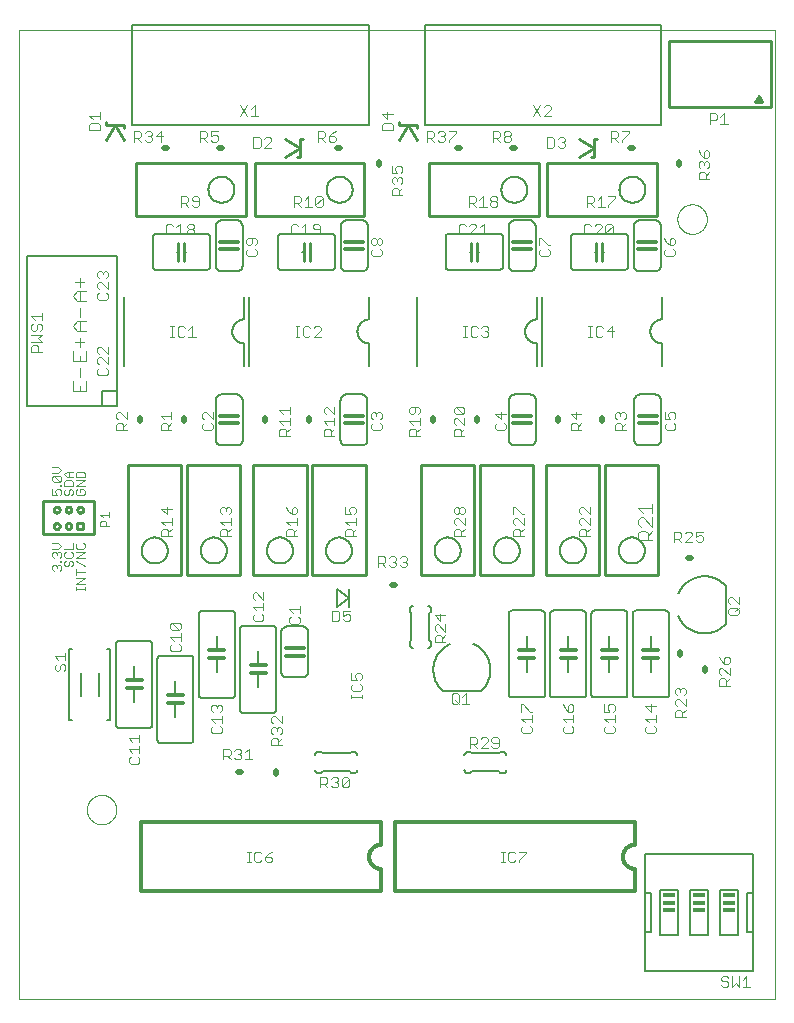
<source format=gto>
G75*
%MOIN*%
%OFA0B0*%
%FSLAX25Y25*%
%IPPOS*%
%LPD*%
%AMOC8*
5,1,8,0,0,1.08239X$1,22.5*
%
%ADD10C,0.00000*%
%ADD11C,0.01000*%
%ADD12C,0.00300*%
%ADD13C,0.00600*%
%ADD14C,0.01200*%
%ADD15C,0.00400*%
%ADD16C,0.02000*%
%ADD17R,0.04000X0.01500*%
%ADD18C,0.00500*%
%ADD19C,0.00800*%
D10*
X0001500Y0001500D02*
X0001500Y0324335D01*
X0253469Y0324335D01*
X0253469Y0001500D01*
X0001500Y0001500D01*
X0024138Y0064492D02*
X0024140Y0064632D01*
X0024146Y0064772D01*
X0024156Y0064911D01*
X0024170Y0065050D01*
X0024188Y0065189D01*
X0024209Y0065327D01*
X0024235Y0065465D01*
X0024265Y0065602D01*
X0024298Y0065737D01*
X0024336Y0065872D01*
X0024377Y0066006D01*
X0024422Y0066139D01*
X0024470Y0066270D01*
X0024523Y0066399D01*
X0024579Y0066528D01*
X0024638Y0066654D01*
X0024702Y0066779D01*
X0024768Y0066902D01*
X0024839Y0067023D01*
X0024912Y0067142D01*
X0024989Y0067259D01*
X0025070Y0067373D01*
X0025153Y0067485D01*
X0025240Y0067595D01*
X0025330Y0067703D01*
X0025422Y0067807D01*
X0025518Y0067909D01*
X0025617Y0068009D01*
X0025718Y0068105D01*
X0025822Y0068199D01*
X0025929Y0068289D01*
X0026038Y0068376D01*
X0026150Y0068461D01*
X0026264Y0068542D01*
X0026380Y0068620D01*
X0026498Y0068694D01*
X0026619Y0068765D01*
X0026741Y0068833D01*
X0026866Y0068897D01*
X0026992Y0068958D01*
X0027119Y0069015D01*
X0027249Y0069068D01*
X0027380Y0069118D01*
X0027512Y0069163D01*
X0027645Y0069206D01*
X0027780Y0069244D01*
X0027915Y0069278D01*
X0028052Y0069309D01*
X0028189Y0069336D01*
X0028327Y0069358D01*
X0028466Y0069377D01*
X0028605Y0069392D01*
X0028744Y0069403D01*
X0028884Y0069410D01*
X0029024Y0069413D01*
X0029164Y0069412D01*
X0029304Y0069407D01*
X0029443Y0069398D01*
X0029583Y0069385D01*
X0029722Y0069368D01*
X0029860Y0069347D01*
X0029998Y0069323D01*
X0030135Y0069294D01*
X0030271Y0069262D01*
X0030406Y0069225D01*
X0030540Y0069185D01*
X0030673Y0069141D01*
X0030804Y0069093D01*
X0030934Y0069042D01*
X0031063Y0068987D01*
X0031190Y0068928D01*
X0031315Y0068865D01*
X0031438Y0068800D01*
X0031560Y0068730D01*
X0031679Y0068657D01*
X0031797Y0068581D01*
X0031912Y0068502D01*
X0032025Y0068419D01*
X0032135Y0068333D01*
X0032243Y0068244D01*
X0032348Y0068152D01*
X0032451Y0068057D01*
X0032551Y0067959D01*
X0032648Y0067859D01*
X0032742Y0067755D01*
X0032834Y0067649D01*
X0032922Y0067541D01*
X0033007Y0067430D01*
X0033089Y0067316D01*
X0033168Y0067200D01*
X0033243Y0067083D01*
X0033315Y0066963D01*
X0033383Y0066841D01*
X0033448Y0066717D01*
X0033510Y0066591D01*
X0033568Y0066464D01*
X0033622Y0066335D01*
X0033673Y0066204D01*
X0033719Y0066072D01*
X0033762Y0065939D01*
X0033802Y0065805D01*
X0033837Y0065670D01*
X0033869Y0065533D01*
X0033896Y0065396D01*
X0033920Y0065258D01*
X0033940Y0065120D01*
X0033956Y0064981D01*
X0033968Y0064841D01*
X0033976Y0064702D01*
X0033980Y0064562D01*
X0033980Y0064422D01*
X0033976Y0064282D01*
X0033968Y0064143D01*
X0033956Y0064003D01*
X0033940Y0063864D01*
X0033920Y0063726D01*
X0033896Y0063588D01*
X0033869Y0063451D01*
X0033837Y0063314D01*
X0033802Y0063179D01*
X0033762Y0063045D01*
X0033719Y0062912D01*
X0033673Y0062780D01*
X0033622Y0062649D01*
X0033568Y0062520D01*
X0033510Y0062393D01*
X0033448Y0062267D01*
X0033383Y0062143D01*
X0033315Y0062021D01*
X0033243Y0061901D01*
X0033168Y0061784D01*
X0033089Y0061668D01*
X0033007Y0061554D01*
X0032922Y0061443D01*
X0032834Y0061335D01*
X0032742Y0061229D01*
X0032648Y0061125D01*
X0032551Y0061025D01*
X0032451Y0060927D01*
X0032348Y0060832D01*
X0032243Y0060740D01*
X0032135Y0060651D01*
X0032025Y0060565D01*
X0031912Y0060482D01*
X0031797Y0060403D01*
X0031679Y0060327D01*
X0031560Y0060254D01*
X0031438Y0060184D01*
X0031315Y0060119D01*
X0031190Y0060056D01*
X0031063Y0059997D01*
X0030934Y0059942D01*
X0030804Y0059891D01*
X0030673Y0059843D01*
X0030540Y0059799D01*
X0030406Y0059759D01*
X0030271Y0059722D01*
X0030135Y0059690D01*
X0029998Y0059661D01*
X0029860Y0059637D01*
X0029722Y0059616D01*
X0029583Y0059599D01*
X0029443Y0059586D01*
X0029304Y0059577D01*
X0029164Y0059572D01*
X0029024Y0059571D01*
X0028884Y0059574D01*
X0028744Y0059581D01*
X0028605Y0059592D01*
X0028466Y0059607D01*
X0028327Y0059626D01*
X0028189Y0059648D01*
X0028052Y0059675D01*
X0027915Y0059706D01*
X0027780Y0059740D01*
X0027645Y0059778D01*
X0027512Y0059821D01*
X0027380Y0059866D01*
X0027249Y0059916D01*
X0027119Y0059969D01*
X0026992Y0060026D01*
X0026866Y0060087D01*
X0026741Y0060151D01*
X0026619Y0060219D01*
X0026498Y0060290D01*
X0026380Y0060364D01*
X0026264Y0060442D01*
X0026150Y0060523D01*
X0026038Y0060608D01*
X0025929Y0060695D01*
X0025822Y0060785D01*
X0025718Y0060879D01*
X0025617Y0060975D01*
X0025518Y0061075D01*
X0025422Y0061177D01*
X0025330Y0061281D01*
X0025240Y0061389D01*
X0025153Y0061499D01*
X0025070Y0061611D01*
X0024989Y0061725D01*
X0024912Y0061842D01*
X0024839Y0061961D01*
X0024768Y0062082D01*
X0024702Y0062205D01*
X0024638Y0062330D01*
X0024579Y0062456D01*
X0024523Y0062585D01*
X0024470Y0062714D01*
X0024422Y0062845D01*
X0024377Y0062978D01*
X0024336Y0063112D01*
X0024298Y0063247D01*
X0024265Y0063382D01*
X0024235Y0063519D01*
X0024209Y0063657D01*
X0024188Y0063795D01*
X0024170Y0063934D01*
X0024156Y0064073D01*
X0024146Y0064212D01*
X0024140Y0064352D01*
X0024138Y0064492D01*
X0220988Y0261343D02*
X0220990Y0261483D01*
X0220996Y0261623D01*
X0221006Y0261762D01*
X0221020Y0261901D01*
X0221038Y0262040D01*
X0221059Y0262178D01*
X0221085Y0262316D01*
X0221115Y0262453D01*
X0221148Y0262588D01*
X0221186Y0262723D01*
X0221227Y0262857D01*
X0221272Y0262990D01*
X0221320Y0263121D01*
X0221373Y0263250D01*
X0221429Y0263379D01*
X0221488Y0263505D01*
X0221552Y0263630D01*
X0221618Y0263753D01*
X0221689Y0263874D01*
X0221762Y0263993D01*
X0221839Y0264110D01*
X0221920Y0264224D01*
X0222003Y0264336D01*
X0222090Y0264446D01*
X0222180Y0264554D01*
X0222272Y0264658D01*
X0222368Y0264760D01*
X0222467Y0264860D01*
X0222568Y0264956D01*
X0222672Y0265050D01*
X0222779Y0265140D01*
X0222888Y0265227D01*
X0223000Y0265312D01*
X0223114Y0265393D01*
X0223230Y0265471D01*
X0223348Y0265545D01*
X0223469Y0265616D01*
X0223591Y0265684D01*
X0223716Y0265748D01*
X0223842Y0265809D01*
X0223969Y0265866D01*
X0224099Y0265919D01*
X0224230Y0265969D01*
X0224362Y0266014D01*
X0224495Y0266057D01*
X0224630Y0266095D01*
X0224765Y0266129D01*
X0224902Y0266160D01*
X0225039Y0266187D01*
X0225177Y0266209D01*
X0225316Y0266228D01*
X0225455Y0266243D01*
X0225594Y0266254D01*
X0225734Y0266261D01*
X0225874Y0266264D01*
X0226014Y0266263D01*
X0226154Y0266258D01*
X0226293Y0266249D01*
X0226433Y0266236D01*
X0226572Y0266219D01*
X0226710Y0266198D01*
X0226848Y0266174D01*
X0226985Y0266145D01*
X0227121Y0266113D01*
X0227256Y0266076D01*
X0227390Y0266036D01*
X0227523Y0265992D01*
X0227654Y0265944D01*
X0227784Y0265893D01*
X0227913Y0265838D01*
X0228040Y0265779D01*
X0228165Y0265716D01*
X0228288Y0265651D01*
X0228410Y0265581D01*
X0228529Y0265508D01*
X0228647Y0265432D01*
X0228762Y0265353D01*
X0228875Y0265270D01*
X0228985Y0265184D01*
X0229093Y0265095D01*
X0229198Y0265003D01*
X0229301Y0264908D01*
X0229401Y0264810D01*
X0229498Y0264710D01*
X0229592Y0264606D01*
X0229684Y0264500D01*
X0229772Y0264392D01*
X0229857Y0264281D01*
X0229939Y0264167D01*
X0230018Y0264051D01*
X0230093Y0263934D01*
X0230165Y0263814D01*
X0230233Y0263692D01*
X0230298Y0263568D01*
X0230360Y0263442D01*
X0230418Y0263315D01*
X0230472Y0263186D01*
X0230523Y0263055D01*
X0230569Y0262923D01*
X0230612Y0262790D01*
X0230652Y0262656D01*
X0230687Y0262521D01*
X0230719Y0262384D01*
X0230746Y0262247D01*
X0230770Y0262109D01*
X0230790Y0261971D01*
X0230806Y0261832D01*
X0230818Y0261692D01*
X0230826Y0261553D01*
X0230830Y0261413D01*
X0230830Y0261273D01*
X0230826Y0261133D01*
X0230818Y0260994D01*
X0230806Y0260854D01*
X0230790Y0260715D01*
X0230770Y0260577D01*
X0230746Y0260439D01*
X0230719Y0260302D01*
X0230687Y0260165D01*
X0230652Y0260030D01*
X0230612Y0259896D01*
X0230569Y0259763D01*
X0230523Y0259631D01*
X0230472Y0259500D01*
X0230418Y0259371D01*
X0230360Y0259244D01*
X0230298Y0259118D01*
X0230233Y0258994D01*
X0230165Y0258872D01*
X0230093Y0258752D01*
X0230018Y0258635D01*
X0229939Y0258519D01*
X0229857Y0258405D01*
X0229772Y0258294D01*
X0229684Y0258186D01*
X0229592Y0258080D01*
X0229498Y0257976D01*
X0229401Y0257876D01*
X0229301Y0257778D01*
X0229198Y0257683D01*
X0229093Y0257591D01*
X0228985Y0257502D01*
X0228875Y0257416D01*
X0228762Y0257333D01*
X0228647Y0257254D01*
X0228529Y0257178D01*
X0228410Y0257105D01*
X0228288Y0257035D01*
X0228165Y0256970D01*
X0228040Y0256907D01*
X0227913Y0256848D01*
X0227784Y0256793D01*
X0227654Y0256742D01*
X0227523Y0256694D01*
X0227390Y0256650D01*
X0227256Y0256610D01*
X0227121Y0256573D01*
X0226985Y0256541D01*
X0226848Y0256512D01*
X0226710Y0256488D01*
X0226572Y0256467D01*
X0226433Y0256450D01*
X0226293Y0256437D01*
X0226154Y0256428D01*
X0226014Y0256423D01*
X0225874Y0256422D01*
X0225734Y0256425D01*
X0225594Y0256432D01*
X0225455Y0256443D01*
X0225316Y0256458D01*
X0225177Y0256477D01*
X0225039Y0256499D01*
X0224902Y0256526D01*
X0224765Y0256557D01*
X0224630Y0256591D01*
X0224495Y0256629D01*
X0224362Y0256672D01*
X0224230Y0256717D01*
X0224099Y0256767D01*
X0223969Y0256820D01*
X0223842Y0256877D01*
X0223716Y0256938D01*
X0223591Y0257002D01*
X0223469Y0257070D01*
X0223348Y0257141D01*
X0223230Y0257215D01*
X0223114Y0257293D01*
X0223000Y0257374D01*
X0222888Y0257459D01*
X0222779Y0257546D01*
X0222672Y0257636D01*
X0222568Y0257730D01*
X0222467Y0257826D01*
X0222368Y0257926D01*
X0222272Y0258028D01*
X0222180Y0258132D01*
X0222090Y0258240D01*
X0222003Y0258350D01*
X0221920Y0258462D01*
X0221839Y0258576D01*
X0221762Y0258693D01*
X0221689Y0258812D01*
X0221618Y0258933D01*
X0221552Y0259056D01*
X0221488Y0259181D01*
X0221429Y0259307D01*
X0221373Y0259436D01*
X0221320Y0259565D01*
X0221272Y0259696D01*
X0221227Y0259829D01*
X0221186Y0259963D01*
X0221148Y0260098D01*
X0221115Y0260233D01*
X0221085Y0260370D01*
X0221059Y0260508D01*
X0221038Y0260646D01*
X0221020Y0260785D01*
X0221006Y0260924D01*
X0220996Y0261063D01*
X0220990Y0261203D01*
X0220988Y0261343D01*
D11*
X0214295Y0262327D02*
X0177681Y0262327D01*
X0177681Y0280043D01*
X0214295Y0280043D01*
X0214295Y0262327D01*
X0196004Y0253516D02*
X0196004Y0250516D01*
X0196004Y0247516D01*
X0194004Y0247516D02*
X0194004Y0250516D01*
X0194004Y0253516D01*
X0174925Y0262327D02*
X0174925Y0280043D01*
X0138311Y0280043D01*
X0138311Y0262327D01*
X0174925Y0262327D01*
X0188106Y0281965D02*
X0193106Y0284965D01*
X0193106Y0287965D01*
X0194106Y0287965D01*
X0193106Y0284965D02*
X0193106Y0281965D01*
X0192106Y0281965D01*
X0193106Y0284965D02*
X0188106Y0287965D01*
X0218232Y0298744D02*
X0218232Y0320791D01*
X0252091Y0320791D01*
X0252091Y0298744D01*
X0218232Y0298744D01*
X0246972Y0300319D02*
X0249335Y0300319D01*
X0248154Y0302287D01*
X0246972Y0300319D01*
X0247413Y0301053D02*
X0248894Y0301053D01*
X0248295Y0302052D02*
X0248012Y0302052D01*
X0154272Y0253516D02*
X0154272Y0250516D01*
X0154272Y0247516D01*
X0152272Y0247516D02*
X0152272Y0250516D01*
X0152272Y0253516D01*
X0134224Y0287870D02*
X0131224Y0292870D01*
X0128224Y0292870D01*
X0128224Y0293870D01*
X0131224Y0292870D02*
X0134224Y0292870D01*
X0134224Y0291870D01*
X0131224Y0292870D02*
X0128224Y0287870D01*
X0116657Y0280043D02*
X0116657Y0262327D01*
X0080043Y0262327D01*
X0080043Y0280043D01*
X0116657Y0280043D01*
X0095232Y0281965D02*
X0095232Y0284965D01*
X0095232Y0287965D01*
X0096232Y0287965D01*
X0095232Y0284965D02*
X0090232Y0287965D01*
X0095232Y0284965D02*
X0090232Y0281965D01*
X0094232Y0281965D02*
X0095232Y0281965D01*
X0077287Y0280043D02*
X0077287Y0262327D01*
X0040673Y0262327D01*
X0040673Y0280043D01*
X0077287Y0280043D01*
X0096366Y0253516D02*
X0096366Y0250516D01*
X0096366Y0247516D01*
X0098366Y0247516D02*
X0098366Y0250516D01*
X0098366Y0253516D01*
X0056634Y0253516D02*
X0056634Y0250516D01*
X0056634Y0247516D01*
X0054634Y0247516D02*
X0054634Y0250516D01*
X0054634Y0253516D01*
X0036587Y0287870D02*
X0033587Y0292870D01*
X0030587Y0292870D01*
X0030587Y0293870D01*
X0033587Y0292870D02*
X0030587Y0287870D01*
X0033587Y0292870D02*
X0036587Y0292870D01*
X0036587Y0291870D01*
X0037917Y0179256D02*
X0037917Y0142642D01*
X0055634Y0142642D01*
X0055634Y0179256D01*
X0037917Y0179256D01*
X0026500Y0167248D02*
X0026500Y0156224D01*
X0009571Y0156224D01*
X0009571Y0167248D01*
X0026500Y0167248D01*
X0020988Y0164492D02*
X0020990Y0164554D01*
X0020996Y0164617D01*
X0021006Y0164678D01*
X0021020Y0164739D01*
X0021037Y0164799D01*
X0021058Y0164858D01*
X0021084Y0164915D01*
X0021112Y0164970D01*
X0021144Y0165024D01*
X0021180Y0165075D01*
X0021218Y0165125D01*
X0021260Y0165171D01*
X0021304Y0165215D01*
X0021352Y0165256D01*
X0021401Y0165294D01*
X0021453Y0165328D01*
X0021507Y0165359D01*
X0021563Y0165387D01*
X0021621Y0165411D01*
X0021680Y0165432D01*
X0021740Y0165448D01*
X0021801Y0165461D01*
X0021863Y0165470D01*
X0021925Y0165475D01*
X0021988Y0165476D01*
X0022050Y0165473D01*
X0022112Y0165466D01*
X0022174Y0165455D01*
X0022234Y0165440D01*
X0022294Y0165422D01*
X0022352Y0165400D01*
X0022409Y0165374D01*
X0022464Y0165344D01*
X0022517Y0165311D01*
X0022568Y0165275D01*
X0022616Y0165236D01*
X0022662Y0165193D01*
X0022705Y0165148D01*
X0022745Y0165100D01*
X0022782Y0165050D01*
X0022816Y0164997D01*
X0022847Y0164943D01*
X0022873Y0164887D01*
X0022897Y0164829D01*
X0022916Y0164769D01*
X0022932Y0164709D01*
X0022944Y0164647D01*
X0022952Y0164586D01*
X0022956Y0164523D01*
X0022956Y0164461D01*
X0022952Y0164398D01*
X0022944Y0164337D01*
X0022932Y0164275D01*
X0022916Y0164215D01*
X0022897Y0164155D01*
X0022873Y0164097D01*
X0022847Y0164041D01*
X0022816Y0163987D01*
X0022782Y0163934D01*
X0022745Y0163884D01*
X0022705Y0163836D01*
X0022662Y0163791D01*
X0022616Y0163748D01*
X0022568Y0163709D01*
X0022517Y0163673D01*
X0022464Y0163640D01*
X0022409Y0163610D01*
X0022352Y0163584D01*
X0022294Y0163562D01*
X0022234Y0163544D01*
X0022174Y0163529D01*
X0022112Y0163518D01*
X0022050Y0163511D01*
X0021988Y0163508D01*
X0021925Y0163509D01*
X0021863Y0163514D01*
X0021801Y0163523D01*
X0021740Y0163536D01*
X0021680Y0163552D01*
X0021621Y0163573D01*
X0021563Y0163597D01*
X0021507Y0163625D01*
X0021453Y0163656D01*
X0021401Y0163690D01*
X0021352Y0163728D01*
X0021304Y0163769D01*
X0021260Y0163813D01*
X0021218Y0163859D01*
X0021180Y0163909D01*
X0021144Y0163960D01*
X0021112Y0164014D01*
X0021084Y0164069D01*
X0021058Y0164126D01*
X0021037Y0164185D01*
X0021020Y0164245D01*
X0021006Y0164306D01*
X0020996Y0164367D01*
X0020990Y0164430D01*
X0020988Y0164492D01*
X0017051Y0164492D02*
X0017053Y0164554D01*
X0017059Y0164617D01*
X0017069Y0164678D01*
X0017083Y0164739D01*
X0017100Y0164799D01*
X0017121Y0164858D01*
X0017147Y0164915D01*
X0017175Y0164970D01*
X0017207Y0165024D01*
X0017243Y0165075D01*
X0017281Y0165125D01*
X0017323Y0165171D01*
X0017367Y0165215D01*
X0017415Y0165256D01*
X0017464Y0165294D01*
X0017516Y0165328D01*
X0017570Y0165359D01*
X0017626Y0165387D01*
X0017684Y0165411D01*
X0017743Y0165432D01*
X0017803Y0165448D01*
X0017864Y0165461D01*
X0017926Y0165470D01*
X0017988Y0165475D01*
X0018051Y0165476D01*
X0018113Y0165473D01*
X0018175Y0165466D01*
X0018237Y0165455D01*
X0018297Y0165440D01*
X0018357Y0165422D01*
X0018415Y0165400D01*
X0018472Y0165374D01*
X0018527Y0165344D01*
X0018580Y0165311D01*
X0018631Y0165275D01*
X0018679Y0165236D01*
X0018725Y0165193D01*
X0018768Y0165148D01*
X0018808Y0165100D01*
X0018845Y0165050D01*
X0018879Y0164997D01*
X0018910Y0164943D01*
X0018936Y0164887D01*
X0018960Y0164829D01*
X0018979Y0164769D01*
X0018995Y0164709D01*
X0019007Y0164647D01*
X0019015Y0164586D01*
X0019019Y0164523D01*
X0019019Y0164461D01*
X0019015Y0164398D01*
X0019007Y0164337D01*
X0018995Y0164275D01*
X0018979Y0164215D01*
X0018960Y0164155D01*
X0018936Y0164097D01*
X0018910Y0164041D01*
X0018879Y0163987D01*
X0018845Y0163934D01*
X0018808Y0163884D01*
X0018768Y0163836D01*
X0018725Y0163791D01*
X0018679Y0163748D01*
X0018631Y0163709D01*
X0018580Y0163673D01*
X0018527Y0163640D01*
X0018472Y0163610D01*
X0018415Y0163584D01*
X0018357Y0163562D01*
X0018297Y0163544D01*
X0018237Y0163529D01*
X0018175Y0163518D01*
X0018113Y0163511D01*
X0018051Y0163508D01*
X0017988Y0163509D01*
X0017926Y0163514D01*
X0017864Y0163523D01*
X0017803Y0163536D01*
X0017743Y0163552D01*
X0017684Y0163573D01*
X0017626Y0163597D01*
X0017570Y0163625D01*
X0017516Y0163656D01*
X0017464Y0163690D01*
X0017415Y0163728D01*
X0017367Y0163769D01*
X0017323Y0163813D01*
X0017281Y0163859D01*
X0017243Y0163909D01*
X0017207Y0163960D01*
X0017175Y0164014D01*
X0017147Y0164069D01*
X0017121Y0164126D01*
X0017100Y0164185D01*
X0017083Y0164245D01*
X0017069Y0164306D01*
X0017059Y0164367D01*
X0017053Y0164430D01*
X0017051Y0164492D01*
X0013114Y0164492D02*
X0013116Y0164554D01*
X0013122Y0164617D01*
X0013132Y0164678D01*
X0013146Y0164739D01*
X0013163Y0164799D01*
X0013184Y0164858D01*
X0013210Y0164915D01*
X0013238Y0164970D01*
X0013270Y0165024D01*
X0013306Y0165075D01*
X0013344Y0165125D01*
X0013386Y0165171D01*
X0013430Y0165215D01*
X0013478Y0165256D01*
X0013527Y0165294D01*
X0013579Y0165328D01*
X0013633Y0165359D01*
X0013689Y0165387D01*
X0013747Y0165411D01*
X0013806Y0165432D01*
X0013866Y0165448D01*
X0013927Y0165461D01*
X0013989Y0165470D01*
X0014051Y0165475D01*
X0014114Y0165476D01*
X0014176Y0165473D01*
X0014238Y0165466D01*
X0014300Y0165455D01*
X0014360Y0165440D01*
X0014420Y0165422D01*
X0014478Y0165400D01*
X0014535Y0165374D01*
X0014590Y0165344D01*
X0014643Y0165311D01*
X0014694Y0165275D01*
X0014742Y0165236D01*
X0014788Y0165193D01*
X0014831Y0165148D01*
X0014871Y0165100D01*
X0014908Y0165050D01*
X0014942Y0164997D01*
X0014973Y0164943D01*
X0014999Y0164887D01*
X0015023Y0164829D01*
X0015042Y0164769D01*
X0015058Y0164709D01*
X0015070Y0164647D01*
X0015078Y0164586D01*
X0015082Y0164523D01*
X0015082Y0164461D01*
X0015078Y0164398D01*
X0015070Y0164337D01*
X0015058Y0164275D01*
X0015042Y0164215D01*
X0015023Y0164155D01*
X0014999Y0164097D01*
X0014973Y0164041D01*
X0014942Y0163987D01*
X0014908Y0163934D01*
X0014871Y0163884D01*
X0014831Y0163836D01*
X0014788Y0163791D01*
X0014742Y0163748D01*
X0014694Y0163709D01*
X0014643Y0163673D01*
X0014590Y0163640D01*
X0014535Y0163610D01*
X0014478Y0163584D01*
X0014420Y0163562D01*
X0014360Y0163544D01*
X0014300Y0163529D01*
X0014238Y0163518D01*
X0014176Y0163511D01*
X0014114Y0163508D01*
X0014051Y0163509D01*
X0013989Y0163514D01*
X0013927Y0163523D01*
X0013866Y0163536D01*
X0013806Y0163552D01*
X0013747Y0163573D01*
X0013689Y0163597D01*
X0013633Y0163625D01*
X0013579Y0163656D01*
X0013527Y0163690D01*
X0013478Y0163728D01*
X0013430Y0163769D01*
X0013386Y0163813D01*
X0013344Y0163859D01*
X0013306Y0163909D01*
X0013270Y0163960D01*
X0013238Y0164014D01*
X0013210Y0164069D01*
X0013184Y0164126D01*
X0013163Y0164185D01*
X0013146Y0164245D01*
X0013132Y0164306D01*
X0013122Y0164367D01*
X0013116Y0164430D01*
X0013114Y0164492D01*
X0013114Y0158980D02*
X0013116Y0159042D01*
X0013122Y0159105D01*
X0013132Y0159166D01*
X0013146Y0159227D01*
X0013163Y0159287D01*
X0013184Y0159346D01*
X0013210Y0159403D01*
X0013238Y0159458D01*
X0013270Y0159512D01*
X0013306Y0159563D01*
X0013344Y0159613D01*
X0013386Y0159659D01*
X0013430Y0159703D01*
X0013478Y0159744D01*
X0013527Y0159782D01*
X0013579Y0159816D01*
X0013633Y0159847D01*
X0013689Y0159875D01*
X0013747Y0159899D01*
X0013806Y0159920D01*
X0013866Y0159936D01*
X0013927Y0159949D01*
X0013989Y0159958D01*
X0014051Y0159963D01*
X0014114Y0159964D01*
X0014176Y0159961D01*
X0014238Y0159954D01*
X0014300Y0159943D01*
X0014360Y0159928D01*
X0014420Y0159910D01*
X0014478Y0159888D01*
X0014535Y0159862D01*
X0014590Y0159832D01*
X0014643Y0159799D01*
X0014694Y0159763D01*
X0014742Y0159724D01*
X0014788Y0159681D01*
X0014831Y0159636D01*
X0014871Y0159588D01*
X0014908Y0159538D01*
X0014942Y0159485D01*
X0014973Y0159431D01*
X0014999Y0159375D01*
X0015023Y0159317D01*
X0015042Y0159257D01*
X0015058Y0159197D01*
X0015070Y0159135D01*
X0015078Y0159074D01*
X0015082Y0159011D01*
X0015082Y0158949D01*
X0015078Y0158886D01*
X0015070Y0158825D01*
X0015058Y0158763D01*
X0015042Y0158703D01*
X0015023Y0158643D01*
X0014999Y0158585D01*
X0014973Y0158529D01*
X0014942Y0158475D01*
X0014908Y0158422D01*
X0014871Y0158372D01*
X0014831Y0158324D01*
X0014788Y0158279D01*
X0014742Y0158236D01*
X0014694Y0158197D01*
X0014643Y0158161D01*
X0014590Y0158128D01*
X0014535Y0158098D01*
X0014478Y0158072D01*
X0014420Y0158050D01*
X0014360Y0158032D01*
X0014300Y0158017D01*
X0014238Y0158006D01*
X0014176Y0157999D01*
X0014114Y0157996D01*
X0014051Y0157997D01*
X0013989Y0158002D01*
X0013927Y0158011D01*
X0013866Y0158024D01*
X0013806Y0158040D01*
X0013747Y0158061D01*
X0013689Y0158085D01*
X0013633Y0158113D01*
X0013579Y0158144D01*
X0013527Y0158178D01*
X0013478Y0158216D01*
X0013430Y0158257D01*
X0013386Y0158301D01*
X0013344Y0158347D01*
X0013306Y0158397D01*
X0013270Y0158448D01*
X0013238Y0158502D01*
X0013210Y0158557D01*
X0013184Y0158614D01*
X0013163Y0158673D01*
X0013146Y0158733D01*
X0013132Y0158794D01*
X0013122Y0158855D01*
X0013116Y0158918D01*
X0013114Y0158980D01*
X0017051Y0158980D02*
X0017053Y0159042D01*
X0017059Y0159105D01*
X0017069Y0159166D01*
X0017083Y0159227D01*
X0017100Y0159287D01*
X0017121Y0159346D01*
X0017147Y0159403D01*
X0017175Y0159458D01*
X0017207Y0159512D01*
X0017243Y0159563D01*
X0017281Y0159613D01*
X0017323Y0159659D01*
X0017367Y0159703D01*
X0017415Y0159744D01*
X0017464Y0159782D01*
X0017516Y0159816D01*
X0017570Y0159847D01*
X0017626Y0159875D01*
X0017684Y0159899D01*
X0017743Y0159920D01*
X0017803Y0159936D01*
X0017864Y0159949D01*
X0017926Y0159958D01*
X0017988Y0159963D01*
X0018051Y0159964D01*
X0018113Y0159961D01*
X0018175Y0159954D01*
X0018237Y0159943D01*
X0018297Y0159928D01*
X0018357Y0159910D01*
X0018415Y0159888D01*
X0018472Y0159862D01*
X0018527Y0159832D01*
X0018580Y0159799D01*
X0018631Y0159763D01*
X0018679Y0159724D01*
X0018725Y0159681D01*
X0018768Y0159636D01*
X0018808Y0159588D01*
X0018845Y0159538D01*
X0018879Y0159485D01*
X0018910Y0159431D01*
X0018936Y0159375D01*
X0018960Y0159317D01*
X0018979Y0159257D01*
X0018995Y0159197D01*
X0019007Y0159135D01*
X0019015Y0159074D01*
X0019019Y0159011D01*
X0019019Y0158949D01*
X0019015Y0158886D01*
X0019007Y0158825D01*
X0018995Y0158763D01*
X0018979Y0158703D01*
X0018960Y0158643D01*
X0018936Y0158585D01*
X0018910Y0158529D01*
X0018879Y0158475D01*
X0018845Y0158422D01*
X0018808Y0158372D01*
X0018768Y0158324D01*
X0018725Y0158279D01*
X0018679Y0158236D01*
X0018631Y0158197D01*
X0018580Y0158161D01*
X0018527Y0158128D01*
X0018472Y0158098D01*
X0018415Y0158072D01*
X0018357Y0158050D01*
X0018297Y0158032D01*
X0018237Y0158017D01*
X0018175Y0158006D01*
X0018113Y0157999D01*
X0018051Y0157996D01*
X0017988Y0157997D01*
X0017926Y0158002D01*
X0017864Y0158011D01*
X0017803Y0158024D01*
X0017743Y0158040D01*
X0017684Y0158061D01*
X0017626Y0158085D01*
X0017570Y0158113D01*
X0017516Y0158144D01*
X0017464Y0158178D01*
X0017415Y0158216D01*
X0017367Y0158257D01*
X0017323Y0158301D01*
X0017281Y0158347D01*
X0017243Y0158397D01*
X0017207Y0158448D01*
X0017175Y0158502D01*
X0017147Y0158557D01*
X0017121Y0158614D01*
X0017100Y0158673D01*
X0017083Y0158733D01*
X0017069Y0158794D01*
X0017059Y0158855D01*
X0017053Y0158918D01*
X0017051Y0158980D01*
X0020988Y0159965D02*
X0020988Y0157996D01*
X0022957Y0157996D01*
X0022957Y0159965D01*
X0020988Y0159965D01*
X0057602Y0142642D02*
X0057602Y0179256D01*
X0075319Y0179256D01*
X0075319Y0142642D01*
X0057602Y0142642D01*
X0079650Y0142642D02*
X0079650Y0179256D01*
X0097366Y0179256D01*
X0097366Y0142642D01*
X0079650Y0142642D01*
X0099335Y0142642D02*
X0099335Y0179256D01*
X0117051Y0179256D01*
X0117051Y0142642D01*
X0099335Y0142642D01*
X0135555Y0142642D02*
X0135555Y0179256D01*
X0153272Y0179256D01*
X0153272Y0142642D01*
X0135555Y0142642D01*
X0155240Y0142642D02*
X0155240Y0179256D01*
X0172957Y0179256D01*
X0172957Y0142642D01*
X0155240Y0142642D01*
X0177287Y0142642D02*
X0177287Y0179256D01*
X0195004Y0179256D01*
X0195004Y0142642D01*
X0177287Y0142642D01*
X0196972Y0142642D02*
X0196972Y0179256D01*
X0214689Y0179256D01*
X0214689Y0142642D01*
X0196972Y0142642D01*
D12*
X0031519Y0158940D02*
X0028616Y0158940D01*
X0028616Y0160391D01*
X0029100Y0160875D01*
X0030067Y0160875D01*
X0030551Y0160391D01*
X0030551Y0158940D01*
X0029584Y0161886D02*
X0028616Y0162854D01*
X0031519Y0162854D01*
X0031519Y0163821D02*
X0031519Y0161886D01*
X0023422Y0169850D02*
X0023422Y0170818D01*
X0022939Y0171302D01*
X0021971Y0171302D01*
X0021971Y0170334D01*
X0021004Y0169367D02*
X0022939Y0169367D01*
X0023422Y0169850D01*
X0023422Y0172313D02*
X0020520Y0172313D01*
X0023422Y0174248D01*
X0020520Y0174248D01*
X0020520Y0175260D02*
X0020520Y0176711D01*
X0021004Y0177195D01*
X0022939Y0177195D01*
X0023422Y0176711D01*
X0023422Y0175260D01*
X0020520Y0175260D01*
X0019485Y0175260D02*
X0017550Y0175260D01*
X0016583Y0176227D01*
X0017550Y0177195D01*
X0019485Y0177195D01*
X0018034Y0177195D02*
X0018034Y0175260D01*
X0017067Y0174248D02*
X0019002Y0174248D01*
X0019485Y0173764D01*
X0019485Y0172313D01*
X0016583Y0172313D01*
X0016583Y0173764D01*
X0017067Y0174248D01*
X0015548Y0174270D02*
X0015065Y0173786D01*
X0013130Y0175721D01*
X0015065Y0175721D01*
X0015548Y0175238D01*
X0015548Y0174270D01*
X0015065Y0173786D02*
X0013130Y0173786D01*
X0012646Y0174270D01*
X0012646Y0175238D01*
X0013130Y0175721D01*
X0012646Y0176733D02*
X0014581Y0176733D01*
X0015548Y0177700D01*
X0014581Y0178668D01*
X0012646Y0178668D01*
X0015065Y0172797D02*
X0015548Y0172797D01*
X0015548Y0172313D01*
X0015065Y0172313D01*
X0015065Y0172797D01*
X0015065Y0171302D02*
X0015548Y0170818D01*
X0015548Y0169850D01*
X0015065Y0169367D01*
X0014097Y0169367D02*
X0013613Y0170334D01*
X0013613Y0170818D01*
X0014097Y0171302D01*
X0015065Y0171302D01*
X0016583Y0170818D02*
X0016583Y0169850D01*
X0017067Y0169367D01*
X0017550Y0169367D01*
X0018034Y0169850D01*
X0018034Y0170818D01*
X0018518Y0171302D01*
X0019002Y0171302D01*
X0019485Y0170818D01*
X0019485Y0169850D01*
X0019002Y0169367D01*
X0020520Y0169850D02*
X0020520Y0170818D01*
X0021004Y0171302D01*
X0020520Y0169850D02*
X0021004Y0169367D01*
X0017067Y0171302D02*
X0016583Y0170818D01*
X0014097Y0169367D02*
X0012646Y0169367D01*
X0012646Y0171302D01*
X0012646Y0153394D02*
X0014581Y0153394D01*
X0015548Y0152427D01*
X0014581Y0151459D01*
X0012646Y0151459D01*
X0013130Y0150448D02*
X0012646Y0149964D01*
X0012646Y0148997D01*
X0013130Y0148513D01*
X0014097Y0149480D02*
X0014097Y0149964D01*
X0014581Y0150448D01*
X0015065Y0150448D01*
X0015548Y0149964D01*
X0015548Y0148997D01*
X0015065Y0148513D01*
X0015065Y0147523D02*
X0015548Y0147523D01*
X0015548Y0147040D01*
X0015065Y0147040D01*
X0015065Y0147523D01*
X0015065Y0146028D02*
X0015548Y0145544D01*
X0015548Y0144577D01*
X0015065Y0144093D01*
X0014097Y0145061D02*
X0014097Y0145544D01*
X0014581Y0146028D01*
X0015065Y0146028D01*
X0014097Y0145544D02*
X0013613Y0146028D01*
X0013130Y0146028D01*
X0012646Y0145544D01*
X0012646Y0144577D01*
X0013130Y0144093D01*
X0016583Y0146050D02*
X0017067Y0145566D01*
X0017550Y0145566D01*
X0018034Y0146050D01*
X0018034Y0147018D01*
X0018518Y0147501D01*
X0019002Y0147501D01*
X0019485Y0147018D01*
X0019485Y0146050D01*
X0019002Y0145566D01*
X0020520Y0144555D02*
X0020520Y0142620D01*
X0020520Y0143587D02*
X0023422Y0143587D01*
X0023422Y0141608D02*
X0020520Y0141608D01*
X0020520Y0139673D02*
X0023422Y0141608D01*
X0023422Y0139673D02*
X0020520Y0139673D01*
X0020520Y0138676D02*
X0020520Y0137709D01*
X0020520Y0138193D02*
X0023422Y0138193D01*
X0023422Y0138676D02*
X0023422Y0137709D01*
X0023422Y0145566D02*
X0020520Y0147501D01*
X0020520Y0148513D02*
X0023422Y0150448D01*
X0020520Y0150448D01*
X0021004Y0151459D02*
X0022939Y0151459D01*
X0023422Y0151943D01*
X0023422Y0152911D01*
X0022939Y0153394D01*
X0021004Y0153394D02*
X0020520Y0152911D01*
X0020520Y0151943D01*
X0021004Y0151459D01*
X0019485Y0151459D02*
X0019485Y0153394D01*
X0019485Y0151459D02*
X0016583Y0151459D01*
X0017067Y0150448D02*
X0016583Y0149964D01*
X0016583Y0148997D01*
X0017067Y0148513D01*
X0019002Y0148513D01*
X0019485Y0148997D01*
X0019485Y0149964D01*
X0019002Y0150448D01*
X0020520Y0148513D02*
X0023422Y0148513D01*
X0017067Y0147501D02*
X0016583Y0147018D01*
X0016583Y0146050D01*
X0014097Y0149964D02*
X0013613Y0150448D01*
X0013130Y0150448D01*
D13*
X0034886Y0120764D02*
X0044886Y0120764D01*
X0044946Y0120762D01*
X0045007Y0120757D01*
X0045066Y0120748D01*
X0045125Y0120735D01*
X0045184Y0120719D01*
X0045241Y0120699D01*
X0045296Y0120676D01*
X0045351Y0120649D01*
X0045403Y0120620D01*
X0045454Y0120587D01*
X0045503Y0120551D01*
X0045549Y0120513D01*
X0045593Y0120471D01*
X0045635Y0120427D01*
X0045673Y0120381D01*
X0045709Y0120332D01*
X0045742Y0120281D01*
X0045771Y0120229D01*
X0045798Y0120174D01*
X0045821Y0120119D01*
X0045841Y0120062D01*
X0045857Y0120003D01*
X0045870Y0119944D01*
X0045879Y0119885D01*
X0045884Y0119824D01*
X0045886Y0119764D01*
X0045886Y0092764D01*
X0045884Y0092704D01*
X0045879Y0092643D01*
X0045870Y0092584D01*
X0045857Y0092525D01*
X0045841Y0092466D01*
X0045821Y0092409D01*
X0045798Y0092354D01*
X0045771Y0092299D01*
X0045742Y0092247D01*
X0045709Y0092196D01*
X0045673Y0092147D01*
X0045635Y0092101D01*
X0045593Y0092057D01*
X0045549Y0092015D01*
X0045503Y0091977D01*
X0045454Y0091941D01*
X0045403Y0091908D01*
X0045351Y0091879D01*
X0045296Y0091852D01*
X0045241Y0091829D01*
X0045184Y0091809D01*
X0045125Y0091793D01*
X0045066Y0091780D01*
X0045007Y0091771D01*
X0044946Y0091766D01*
X0044886Y0091764D01*
X0034886Y0091764D01*
X0034826Y0091766D01*
X0034765Y0091771D01*
X0034706Y0091780D01*
X0034647Y0091793D01*
X0034588Y0091809D01*
X0034531Y0091829D01*
X0034476Y0091852D01*
X0034421Y0091879D01*
X0034369Y0091908D01*
X0034318Y0091941D01*
X0034269Y0091977D01*
X0034223Y0092015D01*
X0034179Y0092057D01*
X0034137Y0092101D01*
X0034099Y0092147D01*
X0034063Y0092196D01*
X0034030Y0092247D01*
X0034001Y0092299D01*
X0033974Y0092354D01*
X0033951Y0092409D01*
X0033931Y0092466D01*
X0033915Y0092525D01*
X0033902Y0092584D01*
X0033893Y0092643D01*
X0033888Y0092704D01*
X0033886Y0092764D01*
X0033886Y0119764D01*
X0033888Y0119824D01*
X0033893Y0119885D01*
X0033902Y0119944D01*
X0033915Y0120003D01*
X0033931Y0120062D01*
X0033951Y0120119D01*
X0033974Y0120174D01*
X0034001Y0120229D01*
X0034030Y0120281D01*
X0034063Y0120332D01*
X0034099Y0120381D01*
X0034137Y0120427D01*
X0034179Y0120471D01*
X0034223Y0120513D01*
X0034269Y0120551D01*
X0034318Y0120587D01*
X0034369Y0120620D01*
X0034421Y0120649D01*
X0034476Y0120676D01*
X0034531Y0120699D01*
X0034588Y0120719D01*
X0034647Y0120735D01*
X0034706Y0120748D01*
X0034765Y0120757D01*
X0034826Y0120762D01*
X0034886Y0120764D01*
X0039886Y0112264D02*
X0039886Y0107564D01*
X0039886Y0105064D02*
X0039886Y0100264D01*
X0047665Y0087803D02*
X0047665Y0114803D01*
X0047667Y0114863D01*
X0047672Y0114924D01*
X0047681Y0114983D01*
X0047694Y0115042D01*
X0047710Y0115101D01*
X0047730Y0115158D01*
X0047753Y0115213D01*
X0047780Y0115268D01*
X0047809Y0115320D01*
X0047842Y0115371D01*
X0047878Y0115420D01*
X0047916Y0115466D01*
X0047958Y0115510D01*
X0048002Y0115552D01*
X0048048Y0115590D01*
X0048097Y0115626D01*
X0048148Y0115659D01*
X0048200Y0115688D01*
X0048255Y0115715D01*
X0048310Y0115738D01*
X0048367Y0115758D01*
X0048426Y0115774D01*
X0048485Y0115787D01*
X0048544Y0115796D01*
X0048605Y0115801D01*
X0048665Y0115803D01*
X0058665Y0115803D01*
X0058725Y0115801D01*
X0058786Y0115796D01*
X0058845Y0115787D01*
X0058904Y0115774D01*
X0058963Y0115758D01*
X0059020Y0115738D01*
X0059075Y0115715D01*
X0059130Y0115688D01*
X0059182Y0115659D01*
X0059233Y0115626D01*
X0059282Y0115590D01*
X0059328Y0115552D01*
X0059372Y0115510D01*
X0059414Y0115466D01*
X0059452Y0115420D01*
X0059488Y0115371D01*
X0059521Y0115320D01*
X0059550Y0115268D01*
X0059577Y0115213D01*
X0059600Y0115158D01*
X0059620Y0115101D01*
X0059636Y0115042D01*
X0059649Y0114983D01*
X0059658Y0114924D01*
X0059663Y0114863D01*
X0059665Y0114803D01*
X0059665Y0087803D01*
X0059663Y0087743D01*
X0059658Y0087682D01*
X0059649Y0087623D01*
X0059636Y0087564D01*
X0059620Y0087505D01*
X0059600Y0087448D01*
X0059577Y0087393D01*
X0059550Y0087338D01*
X0059521Y0087286D01*
X0059488Y0087235D01*
X0059452Y0087186D01*
X0059414Y0087140D01*
X0059372Y0087096D01*
X0059328Y0087054D01*
X0059282Y0087016D01*
X0059233Y0086980D01*
X0059182Y0086947D01*
X0059130Y0086918D01*
X0059075Y0086891D01*
X0059020Y0086868D01*
X0058963Y0086848D01*
X0058904Y0086832D01*
X0058845Y0086819D01*
X0058786Y0086810D01*
X0058725Y0086805D01*
X0058665Y0086803D01*
X0048665Y0086803D01*
X0048605Y0086805D01*
X0048544Y0086810D01*
X0048485Y0086819D01*
X0048426Y0086832D01*
X0048367Y0086848D01*
X0048310Y0086868D01*
X0048255Y0086891D01*
X0048200Y0086918D01*
X0048148Y0086947D01*
X0048097Y0086980D01*
X0048048Y0087016D01*
X0048002Y0087054D01*
X0047958Y0087096D01*
X0047916Y0087140D01*
X0047878Y0087186D01*
X0047842Y0087235D01*
X0047809Y0087286D01*
X0047780Y0087338D01*
X0047753Y0087393D01*
X0047730Y0087448D01*
X0047710Y0087505D01*
X0047694Y0087564D01*
X0047681Y0087623D01*
X0047672Y0087682D01*
X0047667Y0087743D01*
X0047665Y0087803D01*
X0053665Y0095303D02*
X0053665Y0100103D01*
X0053665Y0102603D02*
X0053665Y0107303D01*
X0061445Y0102803D02*
X0061445Y0129803D01*
X0061447Y0129863D01*
X0061452Y0129924D01*
X0061461Y0129983D01*
X0061474Y0130042D01*
X0061490Y0130101D01*
X0061510Y0130158D01*
X0061533Y0130213D01*
X0061560Y0130268D01*
X0061589Y0130320D01*
X0061622Y0130371D01*
X0061658Y0130420D01*
X0061696Y0130466D01*
X0061738Y0130510D01*
X0061782Y0130552D01*
X0061828Y0130590D01*
X0061877Y0130626D01*
X0061928Y0130659D01*
X0061980Y0130688D01*
X0062035Y0130715D01*
X0062090Y0130738D01*
X0062147Y0130758D01*
X0062206Y0130774D01*
X0062265Y0130787D01*
X0062324Y0130796D01*
X0062385Y0130801D01*
X0062445Y0130803D01*
X0072445Y0130803D01*
X0072505Y0130801D01*
X0072566Y0130796D01*
X0072625Y0130787D01*
X0072684Y0130774D01*
X0072743Y0130758D01*
X0072800Y0130738D01*
X0072855Y0130715D01*
X0072910Y0130688D01*
X0072962Y0130659D01*
X0073013Y0130626D01*
X0073062Y0130590D01*
X0073108Y0130552D01*
X0073152Y0130510D01*
X0073194Y0130466D01*
X0073232Y0130420D01*
X0073268Y0130371D01*
X0073301Y0130320D01*
X0073330Y0130268D01*
X0073357Y0130213D01*
X0073380Y0130158D01*
X0073400Y0130101D01*
X0073416Y0130042D01*
X0073429Y0129983D01*
X0073438Y0129924D01*
X0073443Y0129863D01*
X0073445Y0129803D01*
X0073445Y0102803D01*
X0073443Y0102743D01*
X0073438Y0102682D01*
X0073429Y0102623D01*
X0073416Y0102564D01*
X0073400Y0102505D01*
X0073380Y0102448D01*
X0073357Y0102393D01*
X0073330Y0102338D01*
X0073301Y0102286D01*
X0073268Y0102235D01*
X0073232Y0102186D01*
X0073194Y0102140D01*
X0073152Y0102096D01*
X0073108Y0102054D01*
X0073062Y0102016D01*
X0073013Y0101980D01*
X0072962Y0101947D01*
X0072910Y0101918D01*
X0072855Y0101891D01*
X0072800Y0101868D01*
X0072743Y0101848D01*
X0072684Y0101832D01*
X0072625Y0101819D01*
X0072566Y0101810D01*
X0072505Y0101805D01*
X0072445Y0101803D01*
X0062445Y0101803D01*
X0062385Y0101805D01*
X0062324Y0101810D01*
X0062265Y0101819D01*
X0062206Y0101832D01*
X0062147Y0101848D01*
X0062090Y0101868D01*
X0062035Y0101891D01*
X0061980Y0101918D01*
X0061928Y0101947D01*
X0061877Y0101980D01*
X0061828Y0102016D01*
X0061782Y0102054D01*
X0061738Y0102096D01*
X0061696Y0102140D01*
X0061658Y0102186D01*
X0061622Y0102235D01*
X0061589Y0102286D01*
X0061560Y0102338D01*
X0061533Y0102393D01*
X0061510Y0102448D01*
X0061490Y0102505D01*
X0061474Y0102564D01*
X0061461Y0102623D01*
X0061452Y0102682D01*
X0061447Y0102743D01*
X0061445Y0102803D01*
X0067445Y0110303D02*
X0067445Y0115103D01*
X0067445Y0117603D02*
X0067445Y0122303D01*
X0075224Y0124843D02*
X0075224Y0097843D01*
X0075226Y0097783D01*
X0075231Y0097722D01*
X0075240Y0097663D01*
X0075253Y0097604D01*
X0075269Y0097545D01*
X0075289Y0097488D01*
X0075312Y0097433D01*
X0075339Y0097378D01*
X0075368Y0097326D01*
X0075401Y0097275D01*
X0075437Y0097226D01*
X0075475Y0097180D01*
X0075517Y0097136D01*
X0075561Y0097094D01*
X0075607Y0097056D01*
X0075656Y0097020D01*
X0075707Y0096987D01*
X0075759Y0096958D01*
X0075814Y0096931D01*
X0075869Y0096908D01*
X0075926Y0096888D01*
X0075985Y0096872D01*
X0076044Y0096859D01*
X0076103Y0096850D01*
X0076164Y0096845D01*
X0076224Y0096843D01*
X0086224Y0096843D01*
X0086284Y0096845D01*
X0086345Y0096850D01*
X0086404Y0096859D01*
X0086463Y0096872D01*
X0086522Y0096888D01*
X0086579Y0096908D01*
X0086634Y0096931D01*
X0086689Y0096958D01*
X0086741Y0096987D01*
X0086792Y0097020D01*
X0086841Y0097056D01*
X0086887Y0097094D01*
X0086931Y0097136D01*
X0086973Y0097180D01*
X0087011Y0097226D01*
X0087047Y0097275D01*
X0087080Y0097326D01*
X0087109Y0097378D01*
X0087136Y0097433D01*
X0087159Y0097488D01*
X0087179Y0097545D01*
X0087195Y0097604D01*
X0087208Y0097663D01*
X0087217Y0097722D01*
X0087222Y0097783D01*
X0087224Y0097843D01*
X0087224Y0124843D01*
X0087222Y0124903D01*
X0087217Y0124964D01*
X0087208Y0125023D01*
X0087195Y0125082D01*
X0087179Y0125141D01*
X0087159Y0125198D01*
X0087136Y0125253D01*
X0087109Y0125308D01*
X0087080Y0125360D01*
X0087047Y0125411D01*
X0087011Y0125460D01*
X0086973Y0125506D01*
X0086931Y0125550D01*
X0086887Y0125592D01*
X0086841Y0125630D01*
X0086792Y0125666D01*
X0086741Y0125699D01*
X0086689Y0125728D01*
X0086634Y0125755D01*
X0086579Y0125778D01*
X0086522Y0125798D01*
X0086463Y0125814D01*
X0086404Y0125827D01*
X0086345Y0125836D01*
X0086284Y0125841D01*
X0086224Y0125843D01*
X0076224Y0125843D01*
X0076164Y0125841D01*
X0076103Y0125836D01*
X0076044Y0125827D01*
X0075985Y0125814D01*
X0075926Y0125798D01*
X0075869Y0125778D01*
X0075814Y0125755D01*
X0075759Y0125728D01*
X0075707Y0125699D01*
X0075656Y0125666D01*
X0075607Y0125630D01*
X0075561Y0125592D01*
X0075517Y0125550D01*
X0075475Y0125506D01*
X0075437Y0125460D01*
X0075401Y0125411D01*
X0075368Y0125360D01*
X0075339Y0125308D01*
X0075312Y0125253D01*
X0075289Y0125198D01*
X0075269Y0125141D01*
X0075253Y0125082D01*
X0075240Y0125023D01*
X0075231Y0124964D01*
X0075226Y0124903D01*
X0075224Y0124843D01*
X0081224Y0117343D02*
X0081224Y0112643D01*
X0081224Y0110143D02*
X0081224Y0105343D01*
X0088929Y0110591D02*
X0088929Y0123591D01*
X0088931Y0123678D01*
X0088937Y0123765D01*
X0088946Y0123852D01*
X0088959Y0123938D01*
X0088976Y0124024D01*
X0088997Y0124109D01*
X0089022Y0124192D01*
X0089050Y0124275D01*
X0089081Y0124356D01*
X0089116Y0124436D01*
X0089155Y0124514D01*
X0089197Y0124591D01*
X0089242Y0124666D01*
X0089291Y0124738D01*
X0089342Y0124809D01*
X0089397Y0124877D01*
X0089454Y0124942D01*
X0089515Y0125005D01*
X0089578Y0125066D01*
X0089643Y0125123D01*
X0089711Y0125178D01*
X0089782Y0125229D01*
X0089854Y0125278D01*
X0089929Y0125323D01*
X0090006Y0125365D01*
X0090084Y0125404D01*
X0090164Y0125439D01*
X0090245Y0125470D01*
X0090328Y0125498D01*
X0090411Y0125523D01*
X0090496Y0125544D01*
X0090582Y0125561D01*
X0090668Y0125574D01*
X0090755Y0125583D01*
X0090842Y0125589D01*
X0090929Y0125591D01*
X0095929Y0125591D01*
X0096016Y0125589D01*
X0096103Y0125583D01*
X0096190Y0125574D01*
X0096276Y0125561D01*
X0096362Y0125544D01*
X0096447Y0125523D01*
X0096530Y0125498D01*
X0096613Y0125470D01*
X0096694Y0125439D01*
X0096774Y0125404D01*
X0096852Y0125365D01*
X0096929Y0125323D01*
X0097004Y0125278D01*
X0097076Y0125229D01*
X0097147Y0125178D01*
X0097215Y0125123D01*
X0097280Y0125066D01*
X0097343Y0125005D01*
X0097404Y0124942D01*
X0097461Y0124877D01*
X0097516Y0124809D01*
X0097567Y0124738D01*
X0097616Y0124666D01*
X0097661Y0124591D01*
X0097703Y0124514D01*
X0097742Y0124436D01*
X0097777Y0124356D01*
X0097808Y0124275D01*
X0097836Y0124192D01*
X0097861Y0124109D01*
X0097882Y0124024D01*
X0097899Y0123938D01*
X0097912Y0123852D01*
X0097921Y0123765D01*
X0097927Y0123678D01*
X0097929Y0123591D01*
X0097929Y0110591D01*
X0097927Y0110504D01*
X0097921Y0110417D01*
X0097912Y0110330D01*
X0097899Y0110244D01*
X0097882Y0110158D01*
X0097861Y0110073D01*
X0097836Y0109990D01*
X0097808Y0109907D01*
X0097777Y0109826D01*
X0097742Y0109746D01*
X0097703Y0109668D01*
X0097661Y0109591D01*
X0097616Y0109516D01*
X0097567Y0109444D01*
X0097516Y0109373D01*
X0097461Y0109305D01*
X0097404Y0109240D01*
X0097343Y0109177D01*
X0097280Y0109116D01*
X0097215Y0109059D01*
X0097147Y0109004D01*
X0097076Y0108953D01*
X0097004Y0108904D01*
X0096929Y0108859D01*
X0096852Y0108817D01*
X0096774Y0108778D01*
X0096694Y0108743D01*
X0096613Y0108712D01*
X0096530Y0108684D01*
X0096447Y0108659D01*
X0096362Y0108638D01*
X0096276Y0108621D01*
X0096190Y0108608D01*
X0096103Y0108599D01*
X0096016Y0108593D01*
X0095929Y0108591D01*
X0090929Y0108591D01*
X0090842Y0108593D01*
X0090755Y0108599D01*
X0090668Y0108608D01*
X0090582Y0108621D01*
X0090496Y0108638D01*
X0090411Y0108659D01*
X0090328Y0108684D01*
X0090245Y0108712D01*
X0090164Y0108743D01*
X0090084Y0108778D01*
X0090006Y0108817D01*
X0089929Y0108859D01*
X0089854Y0108904D01*
X0089782Y0108953D01*
X0089711Y0109004D01*
X0089643Y0109059D01*
X0089578Y0109116D01*
X0089515Y0109177D01*
X0089454Y0109240D01*
X0089397Y0109305D01*
X0089342Y0109373D01*
X0089291Y0109444D01*
X0089242Y0109516D01*
X0089197Y0109591D01*
X0089155Y0109668D01*
X0089116Y0109746D01*
X0089081Y0109826D01*
X0089050Y0109907D01*
X0089022Y0109990D01*
X0088997Y0110073D01*
X0088976Y0110158D01*
X0088959Y0110244D01*
X0088946Y0110330D01*
X0088937Y0110417D01*
X0088931Y0110504D01*
X0088929Y0110591D01*
X0107413Y0131965D02*
X0107413Y0137965D01*
X0111413Y0134965D01*
X0111413Y0137965D01*
X0111413Y0134965D02*
X0111413Y0131965D01*
X0111413Y0134965D02*
X0107413Y0131965D01*
X0103858Y0150909D02*
X0103860Y0151041D01*
X0103866Y0151172D01*
X0103876Y0151303D01*
X0103890Y0151434D01*
X0103908Y0151564D01*
X0103930Y0151694D01*
X0103955Y0151823D01*
X0103985Y0151951D01*
X0104019Y0152079D01*
X0104056Y0152205D01*
X0104097Y0152330D01*
X0104142Y0152453D01*
X0104191Y0152576D01*
X0104244Y0152696D01*
X0104300Y0152815D01*
X0104359Y0152933D01*
X0104422Y0153048D01*
X0104489Y0153161D01*
X0104559Y0153273D01*
X0104633Y0153382D01*
X0104709Y0153489D01*
X0104789Y0153593D01*
X0104872Y0153695D01*
X0104958Y0153795D01*
X0105047Y0153892D01*
X0105139Y0153986D01*
X0105234Y0154077D01*
X0105332Y0154166D01*
X0105432Y0154251D01*
X0105534Y0154333D01*
X0105640Y0154412D01*
X0105747Y0154488D01*
X0105857Y0154561D01*
X0105969Y0154630D01*
X0106083Y0154696D01*
X0106199Y0154758D01*
X0106316Y0154817D01*
X0106436Y0154872D01*
X0106557Y0154923D01*
X0106679Y0154971D01*
X0106803Y0155015D01*
X0106929Y0155056D01*
X0107055Y0155092D01*
X0107183Y0155125D01*
X0107311Y0155153D01*
X0107440Y0155178D01*
X0107570Y0155199D01*
X0107701Y0155216D01*
X0107832Y0155229D01*
X0107963Y0155238D01*
X0108094Y0155243D01*
X0108226Y0155244D01*
X0108357Y0155241D01*
X0108489Y0155234D01*
X0108620Y0155223D01*
X0108751Y0155208D01*
X0108881Y0155189D01*
X0109010Y0155166D01*
X0109139Y0155139D01*
X0109267Y0155109D01*
X0109394Y0155074D01*
X0109520Y0155036D01*
X0109645Y0154994D01*
X0109768Y0154948D01*
X0109890Y0154898D01*
X0110010Y0154845D01*
X0110129Y0154788D01*
X0110246Y0154727D01*
X0110360Y0154663D01*
X0110473Y0154596D01*
X0110584Y0154525D01*
X0110693Y0154451D01*
X0110799Y0154373D01*
X0110903Y0154292D01*
X0111005Y0154209D01*
X0111103Y0154122D01*
X0111200Y0154032D01*
X0111293Y0153939D01*
X0111384Y0153844D01*
X0111471Y0153746D01*
X0111556Y0153645D01*
X0111637Y0153541D01*
X0111715Y0153436D01*
X0111791Y0153328D01*
X0111862Y0153217D01*
X0111931Y0153105D01*
X0111996Y0152990D01*
X0112057Y0152874D01*
X0112115Y0152756D01*
X0112169Y0152636D01*
X0112220Y0152515D01*
X0112267Y0152392D01*
X0112310Y0152267D01*
X0112349Y0152142D01*
X0112385Y0152015D01*
X0112416Y0151887D01*
X0112444Y0151759D01*
X0112468Y0151629D01*
X0112488Y0151499D01*
X0112504Y0151369D01*
X0112516Y0151238D01*
X0112524Y0151106D01*
X0112528Y0150975D01*
X0112528Y0150843D01*
X0112524Y0150712D01*
X0112516Y0150580D01*
X0112504Y0150449D01*
X0112488Y0150319D01*
X0112468Y0150189D01*
X0112444Y0150059D01*
X0112416Y0149931D01*
X0112385Y0149803D01*
X0112349Y0149676D01*
X0112310Y0149551D01*
X0112267Y0149426D01*
X0112220Y0149303D01*
X0112169Y0149182D01*
X0112115Y0149062D01*
X0112057Y0148944D01*
X0111996Y0148828D01*
X0111931Y0148713D01*
X0111862Y0148601D01*
X0111791Y0148490D01*
X0111715Y0148382D01*
X0111637Y0148277D01*
X0111556Y0148173D01*
X0111471Y0148072D01*
X0111384Y0147974D01*
X0111293Y0147879D01*
X0111200Y0147786D01*
X0111103Y0147696D01*
X0111005Y0147609D01*
X0110903Y0147526D01*
X0110799Y0147445D01*
X0110693Y0147367D01*
X0110584Y0147293D01*
X0110473Y0147222D01*
X0110361Y0147155D01*
X0110246Y0147091D01*
X0110129Y0147030D01*
X0110010Y0146973D01*
X0109890Y0146920D01*
X0109768Y0146870D01*
X0109645Y0146824D01*
X0109520Y0146782D01*
X0109394Y0146744D01*
X0109267Y0146709D01*
X0109139Y0146679D01*
X0109010Y0146652D01*
X0108881Y0146629D01*
X0108751Y0146610D01*
X0108620Y0146595D01*
X0108489Y0146584D01*
X0108357Y0146577D01*
X0108226Y0146574D01*
X0108094Y0146575D01*
X0107963Y0146580D01*
X0107832Y0146589D01*
X0107701Y0146602D01*
X0107570Y0146619D01*
X0107440Y0146640D01*
X0107311Y0146665D01*
X0107183Y0146693D01*
X0107055Y0146726D01*
X0106929Y0146762D01*
X0106803Y0146803D01*
X0106679Y0146847D01*
X0106557Y0146895D01*
X0106436Y0146946D01*
X0106316Y0147001D01*
X0106199Y0147060D01*
X0106083Y0147122D01*
X0105969Y0147188D01*
X0105857Y0147257D01*
X0105747Y0147330D01*
X0105640Y0147406D01*
X0105534Y0147485D01*
X0105432Y0147567D01*
X0105332Y0147652D01*
X0105234Y0147741D01*
X0105139Y0147832D01*
X0105047Y0147926D01*
X0104958Y0148023D01*
X0104872Y0148123D01*
X0104789Y0148225D01*
X0104709Y0148329D01*
X0104633Y0148436D01*
X0104559Y0148545D01*
X0104489Y0148657D01*
X0104422Y0148770D01*
X0104359Y0148885D01*
X0104300Y0149003D01*
X0104244Y0149122D01*
X0104191Y0149242D01*
X0104142Y0149365D01*
X0104097Y0149488D01*
X0104056Y0149613D01*
X0104019Y0149739D01*
X0103985Y0149867D01*
X0103955Y0149995D01*
X0103930Y0150124D01*
X0103908Y0150254D01*
X0103890Y0150384D01*
X0103876Y0150515D01*
X0103866Y0150646D01*
X0103860Y0150777D01*
X0103858Y0150909D01*
X0084173Y0150909D02*
X0084175Y0151041D01*
X0084181Y0151172D01*
X0084191Y0151303D01*
X0084205Y0151434D01*
X0084223Y0151564D01*
X0084245Y0151694D01*
X0084270Y0151823D01*
X0084300Y0151951D01*
X0084334Y0152079D01*
X0084371Y0152205D01*
X0084412Y0152330D01*
X0084457Y0152453D01*
X0084506Y0152576D01*
X0084559Y0152696D01*
X0084615Y0152815D01*
X0084674Y0152933D01*
X0084737Y0153048D01*
X0084804Y0153161D01*
X0084874Y0153273D01*
X0084948Y0153382D01*
X0085024Y0153489D01*
X0085104Y0153593D01*
X0085187Y0153695D01*
X0085273Y0153795D01*
X0085362Y0153892D01*
X0085454Y0153986D01*
X0085549Y0154077D01*
X0085647Y0154166D01*
X0085747Y0154251D01*
X0085849Y0154333D01*
X0085955Y0154412D01*
X0086062Y0154488D01*
X0086172Y0154561D01*
X0086284Y0154630D01*
X0086398Y0154696D01*
X0086514Y0154758D01*
X0086631Y0154817D01*
X0086751Y0154872D01*
X0086872Y0154923D01*
X0086994Y0154971D01*
X0087118Y0155015D01*
X0087244Y0155056D01*
X0087370Y0155092D01*
X0087498Y0155125D01*
X0087626Y0155153D01*
X0087755Y0155178D01*
X0087885Y0155199D01*
X0088016Y0155216D01*
X0088147Y0155229D01*
X0088278Y0155238D01*
X0088409Y0155243D01*
X0088541Y0155244D01*
X0088672Y0155241D01*
X0088804Y0155234D01*
X0088935Y0155223D01*
X0089066Y0155208D01*
X0089196Y0155189D01*
X0089325Y0155166D01*
X0089454Y0155139D01*
X0089582Y0155109D01*
X0089709Y0155074D01*
X0089835Y0155036D01*
X0089960Y0154994D01*
X0090083Y0154948D01*
X0090205Y0154898D01*
X0090325Y0154845D01*
X0090444Y0154788D01*
X0090561Y0154727D01*
X0090675Y0154663D01*
X0090788Y0154596D01*
X0090899Y0154525D01*
X0091008Y0154451D01*
X0091114Y0154373D01*
X0091218Y0154292D01*
X0091320Y0154209D01*
X0091418Y0154122D01*
X0091515Y0154032D01*
X0091608Y0153939D01*
X0091699Y0153844D01*
X0091786Y0153746D01*
X0091871Y0153645D01*
X0091952Y0153541D01*
X0092030Y0153436D01*
X0092106Y0153328D01*
X0092177Y0153217D01*
X0092246Y0153105D01*
X0092311Y0152990D01*
X0092372Y0152874D01*
X0092430Y0152756D01*
X0092484Y0152636D01*
X0092535Y0152515D01*
X0092582Y0152392D01*
X0092625Y0152267D01*
X0092664Y0152142D01*
X0092700Y0152015D01*
X0092731Y0151887D01*
X0092759Y0151759D01*
X0092783Y0151629D01*
X0092803Y0151499D01*
X0092819Y0151369D01*
X0092831Y0151238D01*
X0092839Y0151106D01*
X0092843Y0150975D01*
X0092843Y0150843D01*
X0092839Y0150712D01*
X0092831Y0150580D01*
X0092819Y0150449D01*
X0092803Y0150319D01*
X0092783Y0150189D01*
X0092759Y0150059D01*
X0092731Y0149931D01*
X0092700Y0149803D01*
X0092664Y0149676D01*
X0092625Y0149551D01*
X0092582Y0149426D01*
X0092535Y0149303D01*
X0092484Y0149182D01*
X0092430Y0149062D01*
X0092372Y0148944D01*
X0092311Y0148828D01*
X0092246Y0148713D01*
X0092177Y0148601D01*
X0092106Y0148490D01*
X0092030Y0148382D01*
X0091952Y0148277D01*
X0091871Y0148173D01*
X0091786Y0148072D01*
X0091699Y0147974D01*
X0091608Y0147879D01*
X0091515Y0147786D01*
X0091418Y0147696D01*
X0091320Y0147609D01*
X0091218Y0147526D01*
X0091114Y0147445D01*
X0091008Y0147367D01*
X0090899Y0147293D01*
X0090788Y0147222D01*
X0090676Y0147155D01*
X0090561Y0147091D01*
X0090444Y0147030D01*
X0090325Y0146973D01*
X0090205Y0146920D01*
X0090083Y0146870D01*
X0089960Y0146824D01*
X0089835Y0146782D01*
X0089709Y0146744D01*
X0089582Y0146709D01*
X0089454Y0146679D01*
X0089325Y0146652D01*
X0089196Y0146629D01*
X0089066Y0146610D01*
X0088935Y0146595D01*
X0088804Y0146584D01*
X0088672Y0146577D01*
X0088541Y0146574D01*
X0088409Y0146575D01*
X0088278Y0146580D01*
X0088147Y0146589D01*
X0088016Y0146602D01*
X0087885Y0146619D01*
X0087755Y0146640D01*
X0087626Y0146665D01*
X0087498Y0146693D01*
X0087370Y0146726D01*
X0087244Y0146762D01*
X0087118Y0146803D01*
X0086994Y0146847D01*
X0086872Y0146895D01*
X0086751Y0146946D01*
X0086631Y0147001D01*
X0086514Y0147060D01*
X0086398Y0147122D01*
X0086284Y0147188D01*
X0086172Y0147257D01*
X0086062Y0147330D01*
X0085955Y0147406D01*
X0085849Y0147485D01*
X0085747Y0147567D01*
X0085647Y0147652D01*
X0085549Y0147741D01*
X0085454Y0147832D01*
X0085362Y0147926D01*
X0085273Y0148023D01*
X0085187Y0148123D01*
X0085104Y0148225D01*
X0085024Y0148329D01*
X0084948Y0148436D01*
X0084874Y0148545D01*
X0084804Y0148657D01*
X0084737Y0148770D01*
X0084674Y0148885D01*
X0084615Y0149003D01*
X0084559Y0149122D01*
X0084506Y0149242D01*
X0084457Y0149365D01*
X0084412Y0149488D01*
X0084371Y0149613D01*
X0084334Y0149739D01*
X0084300Y0149867D01*
X0084270Y0149995D01*
X0084245Y0150124D01*
X0084223Y0150254D01*
X0084205Y0150384D01*
X0084191Y0150515D01*
X0084181Y0150646D01*
X0084175Y0150777D01*
X0084173Y0150909D01*
X0062126Y0150909D02*
X0062128Y0151041D01*
X0062134Y0151172D01*
X0062144Y0151303D01*
X0062158Y0151434D01*
X0062176Y0151564D01*
X0062198Y0151694D01*
X0062223Y0151823D01*
X0062253Y0151951D01*
X0062287Y0152079D01*
X0062324Y0152205D01*
X0062365Y0152330D01*
X0062410Y0152453D01*
X0062459Y0152576D01*
X0062512Y0152696D01*
X0062568Y0152815D01*
X0062627Y0152933D01*
X0062690Y0153048D01*
X0062757Y0153161D01*
X0062827Y0153273D01*
X0062901Y0153382D01*
X0062977Y0153489D01*
X0063057Y0153593D01*
X0063140Y0153695D01*
X0063226Y0153795D01*
X0063315Y0153892D01*
X0063407Y0153986D01*
X0063502Y0154077D01*
X0063600Y0154166D01*
X0063700Y0154251D01*
X0063802Y0154333D01*
X0063908Y0154412D01*
X0064015Y0154488D01*
X0064125Y0154561D01*
X0064237Y0154630D01*
X0064351Y0154696D01*
X0064467Y0154758D01*
X0064584Y0154817D01*
X0064704Y0154872D01*
X0064825Y0154923D01*
X0064947Y0154971D01*
X0065071Y0155015D01*
X0065197Y0155056D01*
X0065323Y0155092D01*
X0065451Y0155125D01*
X0065579Y0155153D01*
X0065708Y0155178D01*
X0065838Y0155199D01*
X0065969Y0155216D01*
X0066100Y0155229D01*
X0066231Y0155238D01*
X0066362Y0155243D01*
X0066494Y0155244D01*
X0066625Y0155241D01*
X0066757Y0155234D01*
X0066888Y0155223D01*
X0067019Y0155208D01*
X0067149Y0155189D01*
X0067278Y0155166D01*
X0067407Y0155139D01*
X0067535Y0155109D01*
X0067662Y0155074D01*
X0067788Y0155036D01*
X0067913Y0154994D01*
X0068036Y0154948D01*
X0068158Y0154898D01*
X0068278Y0154845D01*
X0068397Y0154788D01*
X0068514Y0154727D01*
X0068628Y0154663D01*
X0068741Y0154596D01*
X0068852Y0154525D01*
X0068961Y0154451D01*
X0069067Y0154373D01*
X0069171Y0154292D01*
X0069273Y0154209D01*
X0069371Y0154122D01*
X0069468Y0154032D01*
X0069561Y0153939D01*
X0069652Y0153844D01*
X0069739Y0153746D01*
X0069824Y0153645D01*
X0069905Y0153541D01*
X0069983Y0153436D01*
X0070059Y0153328D01*
X0070130Y0153217D01*
X0070199Y0153105D01*
X0070264Y0152990D01*
X0070325Y0152874D01*
X0070383Y0152756D01*
X0070437Y0152636D01*
X0070488Y0152515D01*
X0070535Y0152392D01*
X0070578Y0152267D01*
X0070617Y0152142D01*
X0070653Y0152015D01*
X0070684Y0151887D01*
X0070712Y0151759D01*
X0070736Y0151629D01*
X0070756Y0151499D01*
X0070772Y0151369D01*
X0070784Y0151238D01*
X0070792Y0151106D01*
X0070796Y0150975D01*
X0070796Y0150843D01*
X0070792Y0150712D01*
X0070784Y0150580D01*
X0070772Y0150449D01*
X0070756Y0150319D01*
X0070736Y0150189D01*
X0070712Y0150059D01*
X0070684Y0149931D01*
X0070653Y0149803D01*
X0070617Y0149676D01*
X0070578Y0149551D01*
X0070535Y0149426D01*
X0070488Y0149303D01*
X0070437Y0149182D01*
X0070383Y0149062D01*
X0070325Y0148944D01*
X0070264Y0148828D01*
X0070199Y0148713D01*
X0070130Y0148601D01*
X0070059Y0148490D01*
X0069983Y0148382D01*
X0069905Y0148277D01*
X0069824Y0148173D01*
X0069739Y0148072D01*
X0069652Y0147974D01*
X0069561Y0147879D01*
X0069468Y0147786D01*
X0069371Y0147696D01*
X0069273Y0147609D01*
X0069171Y0147526D01*
X0069067Y0147445D01*
X0068961Y0147367D01*
X0068852Y0147293D01*
X0068741Y0147222D01*
X0068629Y0147155D01*
X0068514Y0147091D01*
X0068397Y0147030D01*
X0068278Y0146973D01*
X0068158Y0146920D01*
X0068036Y0146870D01*
X0067913Y0146824D01*
X0067788Y0146782D01*
X0067662Y0146744D01*
X0067535Y0146709D01*
X0067407Y0146679D01*
X0067278Y0146652D01*
X0067149Y0146629D01*
X0067019Y0146610D01*
X0066888Y0146595D01*
X0066757Y0146584D01*
X0066625Y0146577D01*
X0066494Y0146574D01*
X0066362Y0146575D01*
X0066231Y0146580D01*
X0066100Y0146589D01*
X0065969Y0146602D01*
X0065838Y0146619D01*
X0065708Y0146640D01*
X0065579Y0146665D01*
X0065451Y0146693D01*
X0065323Y0146726D01*
X0065197Y0146762D01*
X0065071Y0146803D01*
X0064947Y0146847D01*
X0064825Y0146895D01*
X0064704Y0146946D01*
X0064584Y0147001D01*
X0064467Y0147060D01*
X0064351Y0147122D01*
X0064237Y0147188D01*
X0064125Y0147257D01*
X0064015Y0147330D01*
X0063908Y0147406D01*
X0063802Y0147485D01*
X0063700Y0147567D01*
X0063600Y0147652D01*
X0063502Y0147741D01*
X0063407Y0147832D01*
X0063315Y0147926D01*
X0063226Y0148023D01*
X0063140Y0148123D01*
X0063057Y0148225D01*
X0062977Y0148329D01*
X0062901Y0148436D01*
X0062827Y0148545D01*
X0062757Y0148657D01*
X0062690Y0148770D01*
X0062627Y0148885D01*
X0062568Y0149003D01*
X0062512Y0149122D01*
X0062459Y0149242D01*
X0062410Y0149365D01*
X0062365Y0149488D01*
X0062324Y0149613D01*
X0062287Y0149739D01*
X0062253Y0149867D01*
X0062223Y0149995D01*
X0062198Y0150124D01*
X0062176Y0150254D01*
X0062158Y0150384D01*
X0062144Y0150515D01*
X0062134Y0150646D01*
X0062128Y0150777D01*
X0062126Y0150909D01*
X0042441Y0150909D02*
X0042443Y0151041D01*
X0042449Y0151172D01*
X0042459Y0151303D01*
X0042473Y0151434D01*
X0042491Y0151564D01*
X0042513Y0151694D01*
X0042538Y0151823D01*
X0042568Y0151951D01*
X0042602Y0152079D01*
X0042639Y0152205D01*
X0042680Y0152330D01*
X0042725Y0152453D01*
X0042774Y0152576D01*
X0042827Y0152696D01*
X0042883Y0152815D01*
X0042942Y0152933D01*
X0043005Y0153048D01*
X0043072Y0153161D01*
X0043142Y0153273D01*
X0043216Y0153382D01*
X0043292Y0153489D01*
X0043372Y0153593D01*
X0043455Y0153695D01*
X0043541Y0153795D01*
X0043630Y0153892D01*
X0043722Y0153986D01*
X0043817Y0154077D01*
X0043915Y0154166D01*
X0044015Y0154251D01*
X0044117Y0154333D01*
X0044223Y0154412D01*
X0044330Y0154488D01*
X0044440Y0154561D01*
X0044552Y0154630D01*
X0044666Y0154696D01*
X0044782Y0154758D01*
X0044899Y0154817D01*
X0045019Y0154872D01*
X0045140Y0154923D01*
X0045262Y0154971D01*
X0045386Y0155015D01*
X0045512Y0155056D01*
X0045638Y0155092D01*
X0045766Y0155125D01*
X0045894Y0155153D01*
X0046023Y0155178D01*
X0046153Y0155199D01*
X0046284Y0155216D01*
X0046415Y0155229D01*
X0046546Y0155238D01*
X0046677Y0155243D01*
X0046809Y0155244D01*
X0046940Y0155241D01*
X0047072Y0155234D01*
X0047203Y0155223D01*
X0047334Y0155208D01*
X0047464Y0155189D01*
X0047593Y0155166D01*
X0047722Y0155139D01*
X0047850Y0155109D01*
X0047977Y0155074D01*
X0048103Y0155036D01*
X0048228Y0154994D01*
X0048351Y0154948D01*
X0048473Y0154898D01*
X0048593Y0154845D01*
X0048712Y0154788D01*
X0048829Y0154727D01*
X0048943Y0154663D01*
X0049056Y0154596D01*
X0049167Y0154525D01*
X0049276Y0154451D01*
X0049382Y0154373D01*
X0049486Y0154292D01*
X0049588Y0154209D01*
X0049686Y0154122D01*
X0049783Y0154032D01*
X0049876Y0153939D01*
X0049967Y0153844D01*
X0050054Y0153746D01*
X0050139Y0153645D01*
X0050220Y0153541D01*
X0050298Y0153436D01*
X0050374Y0153328D01*
X0050445Y0153217D01*
X0050514Y0153105D01*
X0050579Y0152990D01*
X0050640Y0152874D01*
X0050698Y0152756D01*
X0050752Y0152636D01*
X0050803Y0152515D01*
X0050850Y0152392D01*
X0050893Y0152267D01*
X0050932Y0152142D01*
X0050968Y0152015D01*
X0050999Y0151887D01*
X0051027Y0151759D01*
X0051051Y0151629D01*
X0051071Y0151499D01*
X0051087Y0151369D01*
X0051099Y0151238D01*
X0051107Y0151106D01*
X0051111Y0150975D01*
X0051111Y0150843D01*
X0051107Y0150712D01*
X0051099Y0150580D01*
X0051087Y0150449D01*
X0051071Y0150319D01*
X0051051Y0150189D01*
X0051027Y0150059D01*
X0050999Y0149931D01*
X0050968Y0149803D01*
X0050932Y0149676D01*
X0050893Y0149551D01*
X0050850Y0149426D01*
X0050803Y0149303D01*
X0050752Y0149182D01*
X0050698Y0149062D01*
X0050640Y0148944D01*
X0050579Y0148828D01*
X0050514Y0148713D01*
X0050445Y0148601D01*
X0050374Y0148490D01*
X0050298Y0148382D01*
X0050220Y0148277D01*
X0050139Y0148173D01*
X0050054Y0148072D01*
X0049967Y0147974D01*
X0049876Y0147879D01*
X0049783Y0147786D01*
X0049686Y0147696D01*
X0049588Y0147609D01*
X0049486Y0147526D01*
X0049382Y0147445D01*
X0049276Y0147367D01*
X0049167Y0147293D01*
X0049056Y0147222D01*
X0048944Y0147155D01*
X0048829Y0147091D01*
X0048712Y0147030D01*
X0048593Y0146973D01*
X0048473Y0146920D01*
X0048351Y0146870D01*
X0048228Y0146824D01*
X0048103Y0146782D01*
X0047977Y0146744D01*
X0047850Y0146709D01*
X0047722Y0146679D01*
X0047593Y0146652D01*
X0047464Y0146629D01*
X0047334Y0146610D01*
X0047203Y0146595D01*
X0047072Y0146584D01*
X0046940Y0146577D01*
X0046809Y0146574D01*
X0046677Y0146575D01*
X0046546Y0146580D01*
X0046415Y0146589D01*
X0046284Y0146602D01*
X0046153Y0146619D01*
X0046023Y0146640D01*
X0045894Y0146665D01*
X0045766Y0146693D01*
X0045638Y0146726D01*
X0045512Y0146762D01*
X0045386Y0146803D01*
X0045262Y0146847D01*
X0045140Y0146895D01*
X0045019Y0146946D01*
X0044899Y0147001D01*
X0044782Y0147060D01*
X0044666Y0147122D01*
X0044552Y0147188D01*
X0044440Y0147257D01*
X0044330Y0147330D01*
X0044223Y0147406D01*
X0044117Y0147485D01*
X0044015Y0147567D01*
X0043915Y0147652D01*
X0043817Y0147741D01*
X0043722Y0147832D01*
X0043630Y0147926D01*
X0043541Y0148023D01*
X0043455Y0148123D01*
X0043372Y0148225D01*
X0043292Y0148329D01*
X0043216Y0148436D01*
X0043142Y0148545D01*
X0043072Y0148657D01*
X0043005Y0148770D01*
X0042942Y0148885D01*
X0042883Y0149003D01*
X0042827Y0149122D01*
X0042774Y0149242D01*
X0042725Y0149365D01*
X0042680Y0149488D01*
X0042639Y0149613D01*
X0042602Y0149739D01*
X0042568Y0149867D01*
X0042538Y0149995D01*
X0042513Y0150124D01*
X0042491Y0150254D01*
X0042473Y0150384D01*
X0042459Y0150515D01*
X0042449Y0150646D01*
X0042443Y0150777D01*
X0042441Y0150909D01*
X0069079Y0185913D02*
X0074079Y0185913D01*
X0074166Y0185915D01*
X0074253Y0185921D01*
X0074340Y0185930D01*
X0074426Y0185943D01*
X0074512Y0185960D01*
X0074597Y0185981D01*
X0074680Y0186006D01*
X0074763Y0186034D01*
X0074844Y0186065D01*
X0074924Y0186100D01*
X0075002Y0186139D01*
X0075079Y0186181D01*
X0075154Y0186226D01*
X0075226Y0186275D01*
X0075297Y0186326D01*
X0075365Y0186381D01*
X0075430Y0186438D01*
X0075493Y0186499D01*
X0075554Y0186562D01*
X0075611Y0186627D01*
X0075666Y0186695D01*
X0075717Y0186766D01*
X0075766Y0186838D01*
X0075811Y0186913D01*
X0075853Y0186990D01*
X0075892Y0187068D01*
X0075927Y0187148D01*
X0075958Y0187229D01*
X0075986Y0187312D01*
X0076011Y0187395D01*
X0076032Y0187480D01*
X0076049Y0187566D01*
X0076062Y0187652D01*
X0076071Y0187739D01*
X0076077Y0187826D01*
X0076079Y0187913D01*
X0076079Y0200913D01*
X0076077Y0201000D01*
X0076071Y0201087D01*
X0076062Y0201174D01*
X0076049Y0201260D01*
X0076032Y0201346D01*
X0076011Y0201431D01*
X0075986Y0201514D01*
X0075958Y0201597D01*
X0075927Y0201678D01*
X0075892Y0201758D01*
X0075853Y0201836D01*
X0075811Y0201913D01*
X0075766Y0201988D01*
X0075717Y0202060D01*
X0075666Y0202131D01*
X0075611Y0202199D01*
X0075554Y0202264D01*
X0075493Y0202327D01*
X0075430Y0202388D01*
X0075365Y0202445D01*
X0075297Y0202500D01*
X0075226Y0202551D01*
X0075154Y0202600D01*
X0075079Y0202645D01*
X0075002Y0202687D01*
X0074924Y0202726D01*
X0074844Y0202761D01*
X0074763Y0202792D01*
X0074680Y0202820D01*
X0074597Y0202845D01*
X0074512Y0202866D01*
X0074426Y0202883D01*
X0074340Y0202896D01*
X0074253Y0202905D01*
X0074166Y0202911D01*
X0074079Y0202913D01*
X0069079Y0202913D01*
X0068992Y0202911D01*
X0068905Y0202905D01*
X0068818Y0202896D01*
X0068732Y0202883D01*
X0068646Y0202866D01*
X0068561Y0202845D01*
X0068478Y0202820D01*
X0068395Y0202792D01*
X0068314Y0202761D01*
X0068234Y0202726D01*
X0068156Y0202687D01*
X0068079Y0202645D01*
X0068004Y0202600D01*
X0067932Y0202551D01*
X0067861Y0202500D01*
X0067793Y0202445D01*
X0067728Y0202388D01*
X0067665Y0202327D01*
X0067604Y0202264D01*
X0067547Y0202199D01*
X0067492Y0202131D01*
X0067441Y0202060D01*
X0067392Y0201988D01*
X0067347Y0201913D01*
X0067305Y0201836D01*
X0067266Y0201758D01*
X0067231Y0201678D01*
X0067200Y0201597D01*
X0067172Y0201514D01*
X0067147Y0201431D01*
X0067126Y0201346D01*
X0067109Y0201260D01*
X0067096Y0201174D01*
X0067087Y0201087D01*
X0067081Y0201000D01*
X0067079Y0200913D01*
X0067079Y0187913D01*
X0067081Y0187826D01*
X0067087Y0187739D01*
X0067096Y0187652D01*
X0067109Y0187566D01*
X0067126Y0187480D01*
X0067147Y0187395D01*
X0067172Y0187312D01*
X0067200Y0187229D01*
X0067231Y0187148D01*
X0067266Y0187068D01*
X0067305Y0186990D01*
X0067347Y0186913D01*
X0067392Y0186838D01*
X0067441Y0186766D01*
X0067492Y0186695D01*
X0067547Y0186627D01*
X0067604Y0186562D01*
X0067665Y0186499D01*
X0067728Y0186438D01*
X0067793Y0186381D01*
X0067861Y0186326D01*
X0067932Y0186275D01*
X0068004Y0186226D01*
X0068079Y0186181D01*
X0068156Y0186139D01*
X0068234Y0186100D01*
X0068314Y0186065D01*
X0068395Y0186034D01*
X0068478Y0186006D01*
X0068561Y0185981D01*
X0068646Y0185960D01*
X0068732Y0185943D01*
X0068818Y0185930D01*
X0068905Y0185921D01*
X0068992Y0185915D01*
X0069079Y0185913D01*
X0076618Y0212441D02*
X0076618Y0219941D01*
X0076492Y0219943D01*
X0076367Y0219949D01*
X0076242Y0219959D01*
X0076117Y0219973D01*
X0075992Y0219990D01*
X0075868Y0220012D01*
X0075745Y0220037D01*
X0075623Y0220067D01*
X0075502Y0220100D01*
X0075382Y0220137D01*
X0075263Y0220177D01*
X0075146Y0220222D01*
X0075029Y0220270D01*
X0074915Y0220322D01*
X0074802Y0220377D01*
X0074691Y0220436D01*
X0074582Y0220498D01*
X0074475Y0220564D01*
X0074370Y0220633D01*
X0074267Y0220705D01*
X0074166Y0220780D01*
X0074068Y0220859D01*
X0073973Y0220941D01*
X0073880Y0221025D01*
X0073790Y0221113D01*
X0073702Y0221203D01*
X0073618Y0221296D01*
X0073536Y0221391D01*
X0073457Y0221489D01*
X0073382Y0221590D01*
X0073310Y0221693D01*
X0073241Y0221798D01*
X0073175Y0221905D01*
X0073113Y0222014D01*
X0073054Y0222125D01*
X0072999Y0222238D01*
X0072947Y0222352D01*
X0072899Y0222469D01*
X0072854Y0222586D01*
X0072814Y0222705D01*
X0072777Y0222825D01*
X0072744Y0222946D01*
X0072714Y0223068D01*
X0072689Y0223191D01*
X0072667Y0223315D01*
X0072650Y0223440D01*
X0072636Y0223565D01*
X0072626Y0223690D01*
X0072620Y0223815D01*
X0072618Y0223941D01*
X0072620Y0224067D01*
X0072626Y0224192D01*
X0072636Y0224317D01*
X0072650Y0224442D01*
X0072667Y0224567D01*
X0072689Y0224691D01*
X0072714Y0224814D01*
X0072744Y0224936D01*
X0072777Y0225057D01*
X0072814Y0225177D01*
X0072854Y0225296D01*
X0072899Y0225413D01*
X0072947Y0225530D01*
X0072999Y0225644D01*
X0073054Y0225757D01*
X0073113Y0225868D01*
X0073175Y0225977D01*
X0073241Y0226084D01*
X0073310Y0226189D01*
X0073382Y0226292D01*
X0073457Y0226393D01*
X0073536Y0226491D01*
X0073618Y0226586D01*
X0073702Y0226679D01*
X0073790Y0226769D01*
X0073880Y0226857D01*
X0073973Y0226941D01*
X0074068Y0227023D01*
X0074166Y0227102D01*
X0074267Y0227177D01*
X0074370Y0227249D01*
X0074475Y0227318D01*
X0074582Y0227384D01*
X0074691Y0227446D01*
X0074802Y0227505D01*
X0074915Y0227560D01*
X0075029Y0227612D01*
X0075146Y0227660D01*
X0075263Y0227705D01*
X0075382Y0227745D01*
X0075502Y0227782D01*
X0075623Y0227815D01*
X0075745Y0227845D01*
X0075868Y0227870D01*
X0075992Y0227892D01*
X0076117Y0227909D01*
X0076242Y0227923D01*
X0076367Y0227933D01*
X0076492Y0227939D01*
X0076618Y0227941D01*
X0076618Y0235441D01*
X0078350Y0235441D02*
X0078350Y0212441D01*
X0074079Y0243984D02*
X0069079Y0243984D01*
X0068992Y0243986D01*
X0068905Y0243992D01*
X0068818Y0244001D01*
X0068732Y0244014D01*
X0068646Y0244031D01*
X0068561Y0244052D01*
X0068478Y0244077D01*
X0068395Y0244105D01*
X0068314Y0244136D01*
X0068234Y0244171D01*
X0068156Y0244210D01*
X0068079Y0244252D01*
X0068004Y0244297D01*
X0067932Y0244346D01*
X0067861Y0244397D01*
X0067793Y0244452D01*
X0067728Y0244509D01*
X0067665Y0244570D01*
X0067604Y0244633D01*
X0067547Y0244698D01*
X0067492Y0244766D01*
X0067441Y0244837D01*
X0067392Y0244909D01*
X0067347Y0244984D01*
X0067305Y0245061D01*
X0067266Y0245139D01*
X0067231Y0245219D01*
X0067200Y0245300D01*
X0067172Y0245383D01*
X0067147Y0245466D01*
X0067126Y0245551D01*
X0067109Y0245637D01*
X0067096Y0245723D01*
X0067087Y0245810D01*
X0067081Y0245897D01*
X0067079Y0245984D01*
X0067079Y0258984D01*
X0067081Y0259071D01*
X0067087Y0259158D01*
X0067096Y0259245D01*
X0067109Y0259331D01*
X0067126Y0259417D01*
X0067147Y0259502D01*
X0067172Y0259585D01*
X0067200Y0259668D01*
X0067231Y0259749D01*
X0067266Y0259829D01*
X0067305Y0259907D01*
X0067347Y0259984D01*
X0067392Y0260059D01*
X0067441Y0260131D01*
X0067492Y0260202D01*
X0067547Y0260270D01*
X0067604Y0260335D01*
X0067665Y0260398D01*
X0067728Y0260459D01*
X0067793Y0260516D01*
X0067861Y0260571D01*
X0067932Y0260622D01*
X0068004Y0260671D01*
X0068079Y0260716D01*
X0068156Y0260758D01*
X0068234Y0260797D01*
X0068314Y0260832D01*
X0068395Y0260863D01*
X0068478Y0260891D01*
X0068561Y0260916D01*
X0068646Y0260937D01*
X0068732Y0260954D01*
X0068818Y0260967D01*
X0068905Y0260976D01*
X0068992Y0260982D01*
X0069079Y0260984D01*
X0074079Y0260984D01*
X0074166Y0260982D01*
X0074253Y0260976D01*
X0074340Y0260967D01*
X0074426Y0260954D01*
X0074512Y0260937D01*
X0074597Y0260916D01*
X0074680Y0260891D01*
X0074763Y0260863D01*
X0074844Y0260832D01*
X0074924Y0260797D01*
X0075002Y0260758D01*
X0075079Y0260716D01*
X0075154Y0260671D01*
X0075226Y0260622D01*
X0075297Y0260571D01*
X0075365Y0260516D01*
X0075430Y0260459D01*
X0075493Y0260398D01*
X0075554Y0260335D01*
X0075611Y0260270D01*
X0075666Y0260202D01*
X0075717Y0260131D01*
X0075766Y0260059D01*
X0075811Y0259984D01*
X0075853Y0259907D01*
X0075892Y0259829D01*
X0075927Y0259749D01*
X0075958Y0259668D01*
X0075986Y0259585D01*
X0076011Y0259502D01*
X0076032Y0259417D01*
X0076049Y0259331D01*
X0076062Y0259245D01*
X0076071Y0259158D01*
X0076077Y0259071D01*
X0076079Y0258984D01*
X0076079Y0245984D01*
X0076077Y0245897D01*
X0076071Y0245810D01*
X0076062Y0245723D01*
X0076049Y0245637D01*
X0076032Y0245551D01*
X0076011Y0245466D01*
X0075986Y0245383D01*
X0075958Y0245300D01*
X0075927Y0245219D01*
X0075892Y0245139D01*
X0075853Y0245061D01*
X0075811Y0244984D01*
X0075766Y0244909D01*
X0075717Y0244837D01*
X0075666Y0244766D01*
X0075611Y0244698D01*
X0075554Y0244633D01*
X0075493Y0244570D01*
X0075430Y0244509D01*
X0075365Y0244452D01*
X0075297Y0244397D01*
X0075226Y0244346D01*
X0075154Y0244297D01*
X0075079Y0244252D01*
X0075002Y0244210D01*
X0074924Y0244171D01*
X0074844Y0244136D01*
X0074763Y0244105D01*
X0074680Y0244077D01*
X0074597Y0244052D01*
X0074512Y0244031D01*
X0074426Y0244014D01*
X0074340Y0244001D01*
X0074253Y0243992D01*
X0074166Y0243986D01*
X0074079Y0243984D01*
X0065134Y0245516D02*
X0065134Y0255516D01*
X0065132Y0255576D01*
X0065127Y0255637D01*
X0065118Y0255696D01*
X0065105Y0255755D01*
X0065089Y0255814D01*
X0065069Y0255871D01*
X0065046Y0255926D01*
X0065019Y0255981D01*
X0064990Y0256033D01*
X0064957Y0256084D01*
X0064921Y0256133D01*
X0064883Y0256179D01*
X0064841Y0256223D01*
X0064797Y0256265D01*
X0064751Y0256303D01*
X0064702Y0256339D01*
X0064651Y0256372D01*
X0064599Y0256401D01*
X0064544Y0256428D01*
X0064489Y0256451D01*
X0064432Y0256471D01*
X0064373Y0256487D01*
X0064314Y0256500D01*
X0064255Y0256509D01*
X0064194Y0256514D01*
X0064134Y0256516D01*
X0047134Y0256516D01*
X0047074Y0256514D01*
X0047013Y0256509D01*
X0046954Y0256500D01*
X0046895Y0256487D01*
X0046836Y0256471D01*
X0046779Y0256451D01*
X0046724Y0256428D01*
X0046669Y0256401D01*
X0046617Y0256372D01*
X0046566Y0256339D01*
X0046517Y0256303D01*
X0046471Y0256265D01*
X0046427Y0256223D01*
X0046385Y0256179D01*
X0046347Y0256133D01*
X0046311Y0256084D01*
X0046278Y0256033D01*
X0046249Y0255981D01*
X0046222Y0255926D01*
X0046199Y0255871D01*
X0046179Y0255814D01*
X0046163Y0255755D01*
X0046150Y0255696D01*
X0046141Y0255637D01*
X0046136Y0255576D01*
X0046134Y0255516D01*
X0046134Y0245516D01*
X0046136Y0245456D01*
X0046141Y0245395D01*
X0046150Y0245336D01*
X0046163Y0245277D01*
X0046179Y0245218D01*
X0046199Y0245161D01*
X0046222Y0245106D01*
X0046249Y0245051D01*
X0046278Y0244999D01*
X0046311Y0244948D01*
X0046347Y0244899D01*
X0046385Y0244853D01*
X0046427Y0244809D01*
X0046471Y0244767D01*
X0046517Y0244729D01*
X0046566Y0244693D01*
X0046617Y0244660D01*
X0046669Y0244631D01*
X0046724Y0244604D01*
X0046779Y0244581D01*
X0046836Y0244561D01*
X0046895Y0244545D01*
X0046954Y0244532D01*
X0047013Y0244523D01*
X0047074Y0244518D01*
X0047134Y0244516D01*
X0064134Y0244516D01*
X0064194Y0244518D01*
X0064255Y0244523D01*
X0064314Y0244532D01*
X0064373Y0244545D01*
X0064432Y0244561D01*
X0064489Y0244581D01*
X0064544Y0244604D01*
X0064599Y0244631D01*
X0064651Y0244660D01*
X0064702Y0244693D01*
X0064751Y0244729D01*
X0064797Y0244767D01*
X0064841Y0244809D01*
X0064883Y0244853D01*
X0064921Y0244899D01*
X0064957Y0244948D01*
X0064990Y0244999D01*
X0065019Y0245051D01*
X0065046Y0245106D01*
X0065069Y0245161D01*
X0065089Y0245218D01*
X0065105Y0245277D01*
X0065118Y0245336D01*
X0065127Y0245395D01*
X0065132Y0245456D01*
X0065134Y0245516D01*
X0057134Y0250516D02*
X0056634Y0250516D01*
X0054634Y0250516D02*
X0054134Y0250516D01*
X0064685Y0271185D02*
X0064687Y0271317D01*
X0064693Y0271448D01*
X0064703Y0271579D01*
X0064717Y0271710D01*
X0064735Y0271840D01*
X0064757Y0271970D01*
X0064782Y0272099D01*
X0064812Y0272227D01*
X0064846Y0272355D01*
X0064883Y0272481D01*
X0064924Y0272606D01*
X0064969Y0272729D01*
X0065018Y0272852D01*
X0065071Y0272972D01*
X0065127Y0273091D01*
X0065186Y0273209D01*
X0065249Y0273324D01*
X0065316Y0273437D01*
X0065386Y0273549D01*
X0065460Y0273658D01*
X0065536Y0273765D01*
X0065616Y0273869D01*
X0065699Y0273971D01*
X0065785Y0274071D01*
X0065874Y0274168D01*
X0065966Y0274262D01*
X0066061Y0274353D01*
X0066159Y0274442D01*
X0066259Y0274527D01*
X0066361Y0274609D01*
X0066467Y0274688D01*
X0066574Y0274764D01*
X0066684Y0274837D01*
X0066796Y0274906D01*
X0066910Y0274972D01*
X0067026Y0275034D01*
X0067143Y0275093D01*
X0067263Y0275148D01*
X0067384Y0275199D01*
X0067506Y0275247D01*
X0067630Y0275291D01*
X0067756Y0275332D01*
X0067882Y0275368D01*
X0068010Y0275401D01*
X0068138Y0275429D01*
X0068267Y0275454D01*
X0068397Y0275475D01*
X0068528Y0275492D01*
X0068659Y0275505D01*
X0068790Y0275514D01*
X0068921Y0275519D01*
X0069053Y0275520D01*
X0069184Y0275517D01*
X0069316Y0275510D01*
X0069447Y0275499D01*
X0069578Y0275484D01*
X0069708Y0275465D01*
X0069837Y0275442D01*
X0069966Y0275415D01*
X0070094Y0275385D01*
X0070221Y0275350D01*
X0070347Y0275312D01*
X0070472Y0275270D01*
X0070595Y0275224D01*
X0070717Y0275174D01*
X0070837Y0275121D01*
X0070956Y0275064D01*
X0071073Y0275003D01*
X0071187Y0274939D01*
X0071300Y0274872D01*
X0071411Y0274801D01*
X0071520Y0274727D01*
X0071626Y0274649D01*
X0071730Y0274568D01*
X0071832Y0274485D01*
X0071930Y0274398D01*
X0072027Y0274308D01*
X0072120Y0274215D01*
X0072211Y0274120D01*
X0072298Y0274022D01*
X0072383Y0273921D01*
X0072464Y0273817D01*
X0072542Y0273712D01*
X0072618Y0273604D01*
X0072689Y0273493D01*
X0072758Y0273381D01*
X0072823Y0273266D01*
X0072884Y0273150D01*
X0072942Y0273032D01*
X0072996Y0272912D01*
X0073047Y0272791D01*
X0073094Y0272668D01*
X0073137Y0272543D01*
X0073176Y0272418D01*
X0073212Y0272291D01*
X0073243Y0272163D01*
X0073271Y0272035D01*
X0073295Y0271905D01*
X0073315Y0271775D01*
X0073331Y0271645D01*
X0073343Y0271514D01*
X0073351Y0271382D01*
X0073355Y0271251D01*
X0073355Y0271119D01*
X0073351Y0270988D01*
X0073343Y0270856D01*
X0073331Y0270725D01*
X0073315Y0270595D01*
X0073295Y0270465D01*
X0073271Y0270335D01*
X0073243Y0270207D01*
X0073212Y0270079D01*
X0073176Y0269952D01*
X0073137Y0269827D01*
X0073094Y0269702D01*
X0073047Y0269579D01*
X0072996Y0269458D01*
X0072942Y0269338D01*
X0072884Y0269220D01*
X0072823Y0269104D01*
X0072758Y0268989D01*
X0072689Y0268877D01*
X0072618Y0268766D01*
X0072542Y0268658D01*
X0072464Y0268553D01*
X0072383Y0268449D01*
X0072298Y0268348D01*
X0072211Y0268250D01*
X0072120Y0268155D01*
X0072027Y0268062D01*
X0071930Y0267972D01*
X0071832Y0267885D01*
X0071730Y0267802D01*
X0071626Y0267721D01*
X0071520Y0267643D01*
X0071411Y0267569D01*
X0071300Y0267498D01*
X0071188Y0267431D01*
X0071073Y0267367D01*
X0070956Y0267306D01*
X0070837Y0267249D01*
X0070717Y0267196D01*
X0070595Y0267146D01*
X0070472Y0267100D01*
X0070347Y0267058D01*
X0070221Y0267020D01*
X0070094Y0266985D01*
X0069966Y0266955D01*
X0069837Y0266928D01*
X0069708Y0266905D01*
X0069578Y0266886D01*
X0069447Y0266871D01*
X0069316Y0266860D01*
X0069184Y0266853D01*
X0069053Y0266850D01*
X0068921Y0266851D01*
X0068790Y0266856D01*
X0068659Y0266865D01*
X0068528Y0266878D01*
X0068397Y0266895D01*
X0068267Y0266916D01*
X0068138Y0266941D01*
X0068010Y0266969D01*
X0067882Y0267002D01*
X0067756Y0267038D01*
X0067630Y0267079D01*
X0067506Y0267123D01*
X0067384Y0267171D01*
X0067263Y0267222D01*
X0067143Y0267277D01*
X0067026Y0267336D01*
X0066910Y0267398D01*
X0066796Y0267464D01*
X0066684Y0267533D01*
X0066574Y0267606D01*
X0066467Y0267682D01*
X0066361Y0267761D01*
X0066259Y0267843D01*
X0066159Y0267928D01*
X0066061Y0268017D01*
X0065966Y0268108D01*
X0065874Y0268202D01*
X0065785Y0268299D01*
X0065699Y0268399D01*
X0065616Y0268501D01*
X0065536Y0268605D01*
X0065460Y0268712D01*
X0065386Y0268821D01*
X0065316Y0268933D01*
X0065249Y0269046D01*
X0065186Y0269161D01*
X0065127Y0269279D01*
X0065071Y0269398D01*
X0065018Y0269518D01*
X0064969Y0269641D01*
X0064924Y0269764D01*
X0064883Y0269889D01*
X0064846Y0270015D01*
X0064812Y0270143D01*
X0064782Y0270271D01*
X0064757Y0270400D01*
X0064735Y0270530D01*
X0064717Y0270660D01*
X0064703Y0270791D01*
X0064693Y0270922D01*
X0064687Y0271053D01*
X0064685Y0271185D01*
X0087866Y0255516D02*
X0087866Y0245516D01*
X0087868Y0245456D01*
X0087873Y0245395D01*
X0087882Y0245336D01*
X0087895Y0245277D01*
X0087911Y0245218D01*
X0087931Y0245161D01*
X0087954Y0245106D01*
X0087981Y0245051D01*
X0088010Y0244999D01*
X0088043Y0244948D01*
X0088079Y0244899D01*
X0088117Y0244853D01*
X0088159Y0244809D01*
X0088203Y0244767D01*
X0088249Y0244729D01*
X0088298Y0244693D01*
X0088349Y0244660D01*
X0088401Y0244631D01*
X0088456Y0244604D01*
X0088511Y0244581D01*
X0088568Y0244561D01*
X0088627Y0244545D01*
X0088686Y0244532D01*
X0088745Y0244523D01*
X0088806Y0244518D01*
X0088866Y0244516D01*
X0105866Y0244516D01*
X0105926Y0244518D01*
X0105987Y0244523D01*
X0106046Y0244532D01*
X0106105Y0244545D01*
X0106164Y0244561D01*
X0106221Y0244581D01*
X0106276Y0244604D01*
X0106331Y0244631D01*
X0106383Y0244660D01*
X0106434Y0244693D01*
X0106483Y0244729D01*
X0106529Y0244767D01*
X0106573Y0244809D01*
X0106615Y0244853D01*
X0106653Y0244899D01*
X0106689Y0244948D01*
X0106722Y0244999D01*
X0106751Y0245051D01*
X0106778Y0245106D01*
X0106801Y0245161D01*
X0106821Y0245218D01*
X0106837Y0245277D01*
X0106850Y0245336D01*
X0106859Y0245395D01*
X0106864Y0245456D01*
X0106866Y0245516D01*
X0106866Y0255516D01*
X0106864Y0255576D01*
X0106859Y0255637D01*
X0106850Y0255696D01*
X0106837Y0255755D01*
X0106821Y0255814D01*
X0106801Y0255871D01*
X0106778Y0255926D01*
X0106751Y0255981D01*
X0106722Y0256033D01*
X0106689Y0256084D01*
X0106653Y0256133D01*
X0106615Y0256179D01*
X0106573Y0256223D01*
X0106529Y0256265D01*
X0106483Y0256303D01*
X0106434Y0256339D01*
X0106383Y0256372D01*
X0106331Y0256401D01*
X0106276Y0256428D01*
X0106221Y0256451D01*
X0106164Y0256471D01*
X0106105Y0256487D01*
X0106046Y0256500D01*
X0105987Y0256509D01*
X0105926Y0256514D01*
X0105866Y0256516D01*
X0088866Y0256516D01*
X0088806Y0256514D01*
X0088745Y0256509D01*
X0088686Y0256500D01*
X0088627Y0256487D01*
X0088568Y0256471D01*
X0088511Y0256451D01*
X0088456Y0256428D01*
X0088401Y0256401D01*
X0088349Y0256372D01*
X0088298Y0256339D01*
X0088249Y0256303D01*
X0088203Y0256265D01*
X0088159Y0256223D01*
X0088117Y0256179D01*
X0088079Y0256133D01*
X0088043Y0256084D01*
X0088010Y0256033D01*
X0087981Y0255981D01*
X0087954Y0255926D01*
X0087931Y0255871D01*
X0087911Y0255814D01*
X0087895Y0255755D01*
X0087882Y0255696D01*
X0087873Y0255637D01*
X0087868Y0255576D01*
X0087866Y0255516D01*
X0095866Y0250516D02*
X0096366Y0250516D01*
X0098366Y0250516D02*
X0098866Y0250516D01*
X0108811Y0245984D02*
X0108811Y0258984D01*
X0108813Y0259071D01*
X0108819Y0259158D01*
X0108828Y0259245D01*
X0108841Y0259331D01*
X0108858Y0259417D01*
X0108879Y0259502D01*
X0108904Y0259585D01*
X0108932Y0259668D01*
X0108963Y0259749D01*
X0108998Y0259829D01*
X0109037Y0259907D01*
X0109079Y0259984D01*
X0109124Y0260059D01*
X0109173Y0260131D01*
X0109224Y0260202D01*
X0109279Y0260270D01*
X0109336Y0260335D01*
X0109397Y0260398D01*
X0109460Y0260459D01*
X0109525Y0260516D01*
X0109593Y0260571D01*
X0109664Y0260622D01*
X0109736Y0260671D01*
X0109811Y0260716D01*
X0109888Y0260758D01*
X0109966Y0260797D01*
X0110046Y0260832D01*
X0110127Y0260863D01*
X0110210Y0260891D01*
X0110293Y0260916D01*
X0110378Y0260937D01*
X0110464Y0260954D01*
X0110550Y0260967D01*
X0110637Y0260976D01*
X0110724Y0260982D01*
X0110811Y0260984D01*
X0115811Y0260984D01*
X0115898Y0260982D01*
X0115985Y0260976D01*
X0116072Y0260967D01*
X0116158Y0260954D01*
X0116244Y0260937D01*
X0116329Y0260916D01*
X0116412Y0260891D01*
X0116495Y0260863D01*
X0116576Y0260832D01*
X0116656Y0260797D01*
X0116734Y0260758D01*
X0116811Y0260716D01*
X0116886Y0260671D01*
X0116958Y0260622D01*
X0117029Y0260571D01*
X0117097Y0260516D01*
X0117162Y0260459D01*
X0117225Y0260398D01*
X0117286Y0260335D01*
X0117343Y0260270D01*
X0117398Y0260202D01*
X0117449Y0260131D01*
X0117498Y0260059D01*
X0117543Y0259984D01*
X0117585Y0259907D01*
X0117624Y0259829D01*
X0117659Y0259749D01*
X0117690Y0259668D01*
X0117718Y0259585D01*
X0117743Y0259502D01*
X0117764Y0259417D01*
X0117781Y0259331D01*
X0117794Y0259245D01*
X0117803Y0259158D01*
X0117809Y0259071D01*
X0117811Y0258984D01*
X0117811Y0245984D01*
X0117809Y0245897D01*
X0117803Y0245810D01*
X0117794Y0245723D01*
X0117781Y0245637D01*
X0117764Y0245551D01*
X0117743Y0245466D01*
X0117718Y0245383D01*
X0117690Y0245300D01*
X0117659Y0245219D01*
X0117624Y0245139D01*
X0117585Y0245061D01*
X0117543Y0244984D01*
X0117498Y0244909D01*
X0117449Y0244837D01*
X0117398Y0244766D01*
X0117343Y0244698D01*
X0117286Y0244633D01*
X0117225Y0244570D01*
X0117162Y0244509D01*
X0117097Y0244452D01*
X0117029Y0244397D01*
X0116958Y0244346D01*
X0116886Y0244297D01*
X0116811Y0244252D01*
X0116734Y0244210D01*
X0116656Y0244171D01*
X0116576Y0244136D01*
X0116495Y0244105D01*
X0116412Y0244077D01*
X0116329Y0244052D01*
X0116244Y0244031D01*
X0116158Y0244014D01*
X0116072Y0244001D01*
X0115985Y0243992D01*
X0115898Y0243986D01*
X0115811Y0243984D01*
X0110811Y0243984D01*
X0110724Y0243986D01*
X0110637Y0243992D01*
X0110550Y0244001D01*
X0110464Y0244014D01*
X0110378Y0244031D01*
X0110293Y0244052D01*
X0110210Y0244077D01*
X0110127Y0244105D01*
X0110046Y0244136D01*
X0109966Y0244171D01*
X0109888Y0244210D01*
X0109811Y0244252D01*
X0109736Y0244297D01*
X0109664Y0244346D01*
X0109593Y0244397D01*
X0109525Y0244452D01*
X0109460Y0244509D01*
X0109397Y0244570D01*
X0109336Y0244633D01*
X0109279Y0244698D01*
X0109224Y0244766D01*
X0109173Y0244837D01*
X0109124Y0244909D01*
X0109079Y0244984D01*
X0109037Y0245061D01*
X0108998Y0245139D01*
X0108963Y0245219D01*
X0108932Y0245300D01*
X0108904Y0245383D01*
X0108879Y0245466D01*
X0108858Y0245551D01*
X0108841Y0245637D01*
X0108828Y0245723D01*
X0108819Y0245810D01*
X0108813Y0245897D01*
X0108811Y0245984D01*
X0118350Y0235441D02*
X0118350Y0227941D01*
X0118224Y0227939D01*
X0118099Y0227933D01*
X0117974Y0227923D01*
X0117849Y0227909D01*
X0117724Y0227892D01*
X0117600Y0227870D01*
X0117477Y0227845D01*
X0117355Y0227815D01*
X0117234Y0227782D01*
X0117114Y0227745D01*
X0116995Y0227705D01*
X0116878Y0227660D01*
X0116761Y0227612D01*
X0116647Y0227560D01*
X0116534Y0227505D01*
X0116423Y0227446D01*
X0116314Y0227384D01*
X0116207Y0227318D01*
X0116102Y0227249D01*
X0115999Y0227177D01*
X0115898Y0227102D01*
X0115800Y0227023D01*
X0115705Y0226941D01*
X0115612Y0226857D01*
X0115522Y0226769D01*
X0115434Y0226679D01*
X0115350Y0226586D01*
X0115268Y0226491D01*
X0115189Y0226393D01*
X0115114Y0226292D01*
X0115042Y0226189D01*
X0114973Y0226084D01*
X0114907Y0225977D01*
X0114845Y0225868D01*
X0114786Y0225757D01*
X0114731Y0225644D01*
X0114679Y0225530D01*
X0114631Y0225413D01*
X0114586Y0225296D01*
X0114546Y0225177D01*
X0114509Y0225057D01*
X0114476Y0224936D01*
X0114446Y0224814D01*
X0114421Y0224691D01*
X0114399Y0224567D01*
X0114382Y0224442D01*
X0114368Y0224317D01*
X0114358Y0224192D01*
X0114352Y0224067D01*
X0114350Y0223941D01*
X0114352Y0223815D01*
X0114358Y0223690D01*
X0114368Y0223565D01*
X0114382Y0223440D01*
X0114399Y0223315D01*
X0114421Y0223191D01*
X0114446Y0223068D01*
X0114476Y0222946D01*
X0114509Y0222825D01*
X0114546Y0222705D01*
X0114586Y0222586D01*
X0114631Y0222469D01*
X0114679Y0222352D01*
X0114731Y0222238D01*
X0114786Y0222125D01*
X0114845Y0222014D01*
X0114907Y0221905D01*
X0114973Y0221798D01*
X0115042Y0221693D01*
X0115114Y0221590D01*
X0115189Y0221489D01*
X0115268Y0221391D01*
X0115350Y0221296D01*
X0115434Y0221203D01*
X0115522Y0221113D01*
X0115612Y0221025D01*
X0115705Y0220941D01*
X0115800Y0220859D01*
X0115898Y0220780D01*
X0115999Y0220705D01*
X0116102Y0220633D01*
X0116207Y0220564D01*
X0116314Y0220498D01*
X0116423Y0220436D01*
X0116534Y0220377D01*
X0116647Y0220322D01*
X0116761Y0220270D01*
X0116878Y0220222D01*
X0116995Y0220177D01*
X0117114Y0220137D01*
X0117234Y0220100D01*
X0117355Y0220067D01*
X0117477Y0220037D01*
X0117600Y0220012D01*
X0117724Y0219990D01*
X0117849Y0219973D01*
X0117974Y0219959D01*
X0118099Y0219949D01*
X0118224Y0219943D01*
X0118350Y0219941D01*
X0118350Y0212441D01*
X0115693Y0202913D02*
X0110693Y0202913D01*
X0110606Y0202911D01*
X0110519Y0202905D01*
X0110432Y0202896D01*
X0110346Y0202883D01*
X0110260Y0202866D01*
X0110175Y0202845D01*
X0110092Y0202820D01*
X0110009Y0202792D01*
X0109928Y0202761D01*
X0109848Y0202726D01*
X0109770Y0202687D01*
X0109693Y0202645D01*
X0109618Y0202600D01*
X0109546Y0202551D01*
X0109475Y0202500D01*
X0109407Y0202445D01*
X0109342Y0202388D01*
X0109279Y0202327D01*
X0109218Y0202264D01*
X0109161Y0202199D01*
X0109106Y0202131D01*
X0109055Y0202060D01*
X0109006Y0201988D01*
X0108961Y0201913D01*
X0108919Y0201836D01*
X0108880Y0201758D01*
X0108845Y0201678D01*
X0108814Y0201597D01*
X0108786Y0201514D01*
X0108761Y0201431D01*
X0108740Y0201346D01*
X0108723Y0201260D01*
X0108710Y0201174D01*
X0108701Y0201087D01*
X0108695Y0201000D01*
X0108693Y0200913D01*
X0108693Y0187913D01*
X0108695Y0187826D01*
X0108701Y0187739D01*
X0108710Y0187652D01*
X0108723Y0187566D01*
X0108740Y0187480D01*
X0108761Y0187395D01*
X0108786Y0187312D01*
X0108814Y0187229D01*
X0108845Y0187148D01*
X0108880Y0187068D01*
X0108919Y0186990D01*
X0108961Y0186913D01*
X0109006Y0186838D01*
X0109055Y0186766D01*
X0109106Y0186695D01*
X0109161Y0186627D01*
X0109218Y0186562D01*
X0109279Y0186499D01*
X0109342Y0186438D01*
X0109407Y0186381D01*
X0109475Y0186326D01*
X0109546Y0186275D01*
X0109618Y0186226D01*
X0109693Y0186181D01*
X0109770Y0186139D01*
X0109848Y0186100D01*
X0109928Y0186065D01*
X0110009Y0186034D01*
X0110092Y0186006D01*
X0110175Y0185981D01*
X0110260Y0185960D01*
X0110346Y0185943D01*
X0110432Y0185930D01*
X0110519Y0185921D01*
X0110606Y0185915D01*
X0110693Y0185913D01*
X0115693Y0185913D01*
X0115780Y0185915D01*
X0115867Y0185921D01*
X0115954Y0185930D01*
X0116040Y0185943D01*
X0116126Y0185960D01*
X0116211Y0185981D01*
X0116294Y0186006D01*
X0116377Y0186034D01*
X0116458Y0186065D01*
X0116538Y0186100D01*
X0116616Y0186139D01*
X0116693Y0186181D01*
X0116768Y0186226D01*
X0116840Y0186275D01*
X0116911Y0186326D01*
X0116979Y0186381D01*
X0117044Y0186438D01*
X0117107Y0186499D01*
X0117168Y0186562D01*
X0117225Y0186627D01*
X0117280Y0186695D01*
X0117331Y0186766D01*
X0117380Y0186838D01*
X0117425Y0186913D01*
X0117467Y0186990D01*
X0117506Y0187068D01*
X0117541Y0187148D01*
X0117572Y0187229D01*
X0117600Y0187312D01*
X0117625Y0187395D01*
X0117646Y0187480D01*
X0117663Y0187566D01*
X0117676Y0187652D01*
X0117685Y0187739D01*
X0117691Y0187826D01*
X0117693Y0187913D01*
X0117693Y0200913D01*
X0117691Y0201000D01*
X0117685Y0201087D01*
X0117676Y0201174D01*
X0117663Y0201260D01*
X0117646Y0201346D01*
X0117625Y0201431D01*
X0117600Y0201514D01*
X0117572Y0201597D01*
X0117541Y0201678D01*
X0117506Y0201758D01*
X0117467Y0201836D01*
X0117425Y0201913D01*
X0117380Y0201988D01*
X0117331Y0202060D01*
X0117280Y0202131D01*
X0117225Y0202199D01*
X0117168Y0202264D01*
X0117107Y0202327D01*
X0117044Y0202388D01*
X0116979Y0202445D01*
X0116911Y0202500D01*
X0116840Y0202551D01*
X0116768Y0202600D01*
X0116693Y0202645D01*
X0116616Y0202687D01*
X0116538Y0202726D01*
X0116458Y0202761D01*
X0116377Y0202792D01*
X0116294Y0202820D01*
X0116211Y0202845D01*
X0116126Y0202866D01*
X0116040Y0202883D01*
X0115954Y0202896D01*
X0115867Y0202905D01*
X0115780Y0202911D01*
X0115693Y0202913D01*
X0134256Y0212441D02*
X0134256Y0235441D01*
X0143772Y0245516D02*
X0143772Y0255516D01*
X0143774Y0255576D01*
X0143779Y0255637D01*
X0143788Y0255696D01*
X0143801Y0255755D01*
X0143817Y0255814D01*
X0143837Y0255871D01*
X0143860Y0255926D01*
X0143887Y0255981D01*
X0143916Y0256033D01*
X0143949Y0256084D01*
X0143985Y0256133D01*
X0144023Y0256179D01*
X0144065Y0256223D01*
X0144109Y0256265D01*
X0144155Y0256303D01*
X0144204Y0256339D01*
X0144255Y0256372D01*
X0144307Y0256401D01*
X0144362Y0256428D01*
X0144417Y0256451D01*
X0144474Y0256471D01*
X0144533Y0256487D01*
X0144592Y0256500D01*
X0144651Y0256509D01*
X0144712Y0256514D01*
X0144772Y0256516D01*
X0161772Y0256516D01*
X0161832Y0256514D01*
X0161893Y0256509D01*
X0161952Y0256500D01*
X0162011Y0256487D01*
X0162070Y0256471D01*
X0162127Y0256451D01*
X0162182Y0256428D01*
X0162237Y0256401D01*
X0162289Y0256372D01*
X0162340Y0256339D01*
X0162389Y0256303D01*
X0162435Y0256265D01*
X0162479Y0256223D01*
X0162521Y0256179D01*
X0162559Y0256133D01*
X0162595Y0256084D01*
X0162628Y0256033D01*
X0162657Y0255981D01*
X0162684Y0255926D01*
X0162707Y0255871D01*
X0162727Y0255814D01*
X0162743Y0255755D01*
X0162756Y0255696D01*
X0162765Y0255637D01*
X0162770Y0255576D01*
X0162772Y0255516D01*
X0162772Y0245516D01*
X0162770Y0245456D01*
X0162765Y0245395D01*
X0162756Y0245336D01*
X0162743Y0245277D01*
X0162727Y0245218D01*
X0162707Y0245161D01*
X0162684Y0245106D01*
X0162657Y0245051D01*
X0162628Y0244999D01*
X0162595Y0244948D01*
X0162559Y0244899D01*
X0162521Y0244853D01*
X0162479Y0244809D01*
X0162435Y0244767D01*
X0162389Y0244729D01*
X0162340Y0244693D01*
X0162289Y0244660D01*
X0162237Y0244631D01*
X0162182Y0244604D01*
X0162127Y0244581D01*
X0162070Y0244561D01*
X0162011Y0244545D01*
X0161952Y0244532D01*
X0161893Y0244523D01*
X0161832Y0244518D01*
X0161772Y0244516D01*
X0144772Y0244516D01*
X0144712Y0244518D01*
X0144651Y0244523D01*
X0144592Y0244532D01*
X0144533Y0244545D01*
X0144474Y0244561D01*
X0144417Y0244581D01*
X0144362Y0244604D01*
X0144307Y0244631D01*
X0144255Y0244660D01*
X0144204Y0244693D01*
X0144155Y0244729D01*
X0144109Y0244767D01*
X0144065Y0244809D01*
X0144023Y0244853D01*
X0143985Y0244899D01*
X0143949Y0244948D01*
X0143916Y0244999D01*
X0143887Y0245051D01*
X0143860Y0245106D01*
X0143837Y0245161D01*
X0143817Y0245218D01*
X0143801Y0245277D01*
X0143788Y0245336D01*
X0143779Y0245395D01*
X0143774Y0245456D01*
X0143772Y0245516D01*
X0151772Y0250516D02*
X0152272Y0250516D01*
X0154272Y0250516D02*
X0154772Y0250516D01*
X0164717Y0245984D02*
X0164717Y0258984D01*
X0164719Y0259071D01*
X0164725Y0259158D01*
X0164734Y0259245D01*
X0164747Y0259331D01*
X0164764Y0259417D01*
X0164785Y0259502D01*
X0164810Y0259585D01*
X0164838Y0259668D01*
X0164869Y0259749D01*
X0164904Y0259829D01*
X0164943Y0259907D01*
X0164985Y0259984D01*
X0165030Y0260059D01*
X0165079Y0260131D01*
X0165130Y0260202D01*
X0165185Y0260270D01*
X0165242Y0260335D01*
X0165303Y0260398D01*
X0165366Y0260459D01*
X0165431Y0260516D01*
X0165499Y0260571D01*
X0165570Y0260622D01*
X0165642Y0260671D01*
X0165717Y0260716D01*
X0165794Y0260758D01*
X0165872Y0260797D01*
X0165952Y0260832D01*
X0166033Y0260863D01*
X0166116Y0260891D01*
X0166199Y0260916D01*
X0166284Y0260937D01*
X0166370Y0260954D01*
X0166456Y0260967D01*
X0166543Y0260976D01*
X0166630Y0260982D01*
X0166717Y0260984D01*
X0171717Y0260984D01*
X0171804Y0260982D01*
X0171891Y0260976D01*
X0171978Y0260967D01*
X0172064Y0260954D01*
X0172150Y0260937D01*
X0172235Y0260916D01*
X0172318Y0260891D01*
X0172401Y0260863D01*
X0172482Y0260832D01*
X0172562Y0260797D01*
X0172640Y0260758D01*
X0172717Y0260716D01*
X0172792Y0260671D01*
X0172864Y0260622D01*
X0172935Y0260571D01*
X0173003Y0260516D01*
X0173068Y0260459D01*
X0173131Y0260398D01*
X0173192Y0260335D01*
X0173249Y0260270D01*
X0173304Y0260202D01*
X0173355Y0260131D01*
X0173404Y0260059D01*
X0173449Y0259984D01*
X0173491Y0259907D01*
X0173530Y0259829D01*
X0173565Y0259749D01*
X0173596Y0259668D01*
X0173624Y0259585D01*
X0173649Y0259502D01*
X0173670Y0259417D01*
X0173687Y0259331D01*
X0173700Y0259245D01*
X0173709Y0259158D01*
X0173715Y0259071D01*
X0173717Y0258984D01*
X0173717Y0245984D01*
X0173715Y0245897D01*
X0173709Y0245810D01*
X0173700Y0245723D01*
X0173687Y0245637D01*
X0173670Y0245551D01*
X0173649Y0245466D01*
X0173624Y0245383D01*
X0173596Y0245300D01*
X0173565Y0245219D01*
X0173530Y0245139D01*
X0173491Y0245061D01*
X0173449Y0244984D01*
X0173404Y0244909D01*
X0173355Y0244837D01*
X0173304Y0244766D01*
X0173249Y0244698D01*
X0173192Y0244633D01*
X0173131Y0244570D01*
X0173068Y0244509D01*
X0173003Y0244452D01*
X0172935Y0244397D01*
X0172864Y0244346D01*
X0172792Y0244297D01*
X0172717Y0244252D01*
X0172640Y0244210D01*
X0172562Y0244171D01*
X0172482Y0244136D01*
X0172401Y0244105D01*
X0172318Y0244077D01*
X0172235Y0244052D01*
X0172150Y0244031D01*
X0172064Y0244014D01*
X0171978Y0244001D01*
X0171891Y0243992D01*
X0171804Y0243986D01*
X0171717Y0243984D01*
X0166717Y0243984D01*
X0166630Y0243986D01*
X0166543Y0243992D01*
X0166456Y0244001D01*
X0166370Y0244014D01*
X0166284Y0244031D01*
X0166199Y0244052D01*
X0166116Y0244077D01*
X0166033Y0244105D01*
X0165952Y0244136D01*
X0165872Y0244171D01*
X0165794Y0244210D01*
X0165717Y0244252D01*
X0165642Y0244297D01*
X0165570Y0244346D01*
X0165499Y0244397D01*
X0165431Y0244452D01*
X0165366Y0244509D01*
X0165303Y0244570D01*
X0165242Y0244633D01*
X0165185Y0244698D01*
X0165130Y0244766D01*
X0165079Y0244837D01*
X0165030Y0244909D01*
X0164985Y0244984D01*
X0164943Y0245061D01*
X0164904Y0245139D01*
X0164869Y0245219D01*
X0164838Y0245300D01*
X0164810Y0245383D01*
X0164785Y0245466D01*
X0164764Y0245551D01*
X0164747Y0245637D01*
X0164734Y0245723D01*
X0164725Y0245810D01*
X0164719Y0245897D01*
X0164717Y0245984D01*
X0174256Y0235441D02*
X0174256Y0227941D01*
X0174130Y0227939D01*
X0174005Y0227933D01*
X0173880Y0227923D01*
X0173755Y0227909D01*
X0173630Y0227892D01*
X0173506Y0227870D01*
X0173383Y0227845D01*
X0173261Y0227815D01*
X0173140Y0227782D01*
X0173020Y0227745D01*
X0172901Y0227705D01*
X0172784Y0227660D01*
X0172667Y0227612D01*
X0172553Y0227560D01*
X0172440Y0227505D01*
X0172329Y0227446D01*
X0172220Y0227384D01*
X0172113Y0227318D01*
X0172008Y0227249D01*
X0171905Y0227177D01*
X0171804Y0227102D01*
X0171706Y0227023D01*
X0171611Y0226941D01*
X0171518Y0226857D01*
X0171428Y0226769D01*
X0171340Y0226679D01*
X0171256Y0226586D01*
X0171174Y0226491D01*
X0171095Y0226393D01*
X0171020Y0226292D01*
X0170948Y0226189D01*
X0170879Y0226084D01*
X0170813Y0225977D01*
X0170751Y0225868D01*
X0170692Y0225757D01*
X0170637Y0225644D01*
X0170585Y0225530D01*
X0170537Y0225413D01*
X0170492Y0225296D01*
X0170452Y0225177D01*
X0170415Y0225057D01*
X0170382Y0224936D01*
X0170352Y0224814D01*
X0170327Y0224691D01*
X0170305Y0224567D01*
X0170288Y0224442D01*
X0170274Y0224317D01*
X0170264Y0224192D01*
X0170258Y0224067D01*
X0170256Y0223941D01*
X0170258Y0223815D01*
X0170264Y0223690D01*
X0170274Y0223565D01*
X0170288Y0223440D01*
X0170305Y0223315D01*
X0170327Y0223191D01*
X0170352Y0223068D01*
X0170382Y0222946D01*
X0170415Y0222825D01*
X0170452Y0222705D01*
X0170492Y0222586D01*
X0170537Y0222469D01*
X0170585Y0222352D01*
X0170637Y0222238D01*
X0170692Y0222125D01*
X0170751Y0222014D01*
X0170813Y0221905D01*
X0170879Y0221798D01*
X0170948Y0221693D01*
X0171020Y0221590D01*
X0171095Y0221489D01*
X0171174Y0221391D01*
X0171256Y0221296D01*
X0171340Y0221203D01*
X0171428Y0221113D01*
X0171518Y0221025D01*
X0171611Y0220941D01*
X0171706Y0220859D01*
X0171804Y0220780D01*
X0171905Y0220705D01*
X0172008Y0220633D01*
X0172113Y0220564D01*
X0172220Y0220498D01*
X0172329Y0220436D01*
X0172440Y0220377D01*
X0172553Y0220322D01*
X0172667Y0220270D01*
X0172784Y0220222D01*
X0172901Y0220177D01*
X0173020Y0220137D01*
X0173140Y0220100D01*
X0173261Y0220067D01*
X0173383Y0220037D01*
X0173506Y0220012D01*
X0173630Y0219990D01*
X0173755Y0219973D01*
X0173880Y0219959D01*
X0174005Y0219949D01*
X0174130Y0219943D01*
X0174256Y0219941D01*
X0174256Y0212441D01*
X0175988Y0212441D02*
X0175988Y0235441D01*
X0185504Y0245516D02*
X0185504Y0255516D01*
X0185506Y0255576D01*
X0185511Y0255637D01*
X0185520Y0255696D01*
X0185533Y0255755D01*
X0185549Y0255814D01*
X0185569Y0255871D01*
X0185592Y0255926D01*
X0185619Y0255981D01*
X0185648Y0256033D01*
X0185681Y0256084D01*
X0185717Y0256133D01*
X0185755Y0256179D01*
X0185797Y0256223D01*
X0185841Y0256265D01*
X0185887Y0256303D01*
X0185936Y0256339D01*
X0185987Y0256372D01*
X0186039Y0256401D01*
X0186094Y0256428D01*
X0186149Y0256451D01*
X0186206Y0256471D01*
X0186265Y0256487D01*
X0186324Y0256500D01*
X0186383Y0256509D01*
X0186444Y0256514D01*
X0186504Y0256516D01*
X0203504Y0256516D01*
X0203564Y0256514D01*
X0203625Y0256509D01*
X0203684Y0256500D01*
X0203743Y0256487D01*
X0203802Y0256471D01*
X0203859Y0256451D01*
X0203914Y0256428D01*
X0203969Y0256401D01*
X0204021Y0256372D01*
X0204072Y0256339D01*
X0204121Y0256303D01*
X0204167Y0256265D01*
X0204211Y0256223D01*
X0204253Y0256179D01*
X0204291Y0256133D01*
X0204327Y0256084D01*
X0204360Y0256033D01*
X0204389Y0255981D01*
X0204416Y0255926D01*
X0204439Y0255871D01*
X0204459Y0255814D01*
X0204475Y0255755D01*
X0204488Y0255696D01*
X0204497Y0255637D01*
X0204502Y0255576D01*
X0204504Y0255516D01*
X0204504Y0245516D01*
X0204502Y0245456D01*
X0204497Y0245395D01*
X0204488Y0245336D01*
X0204475Y0245277D01*
X0204459Y0245218D01*
X0204439Y0245161D01*
X0204416Y0245106D01*
X0204389Y0245051D01*
X0204360Y0244999D01*
X0204327Y0244948D01*
X0204291Y0244899D01*
X0204253Y0244853D01*
X0204211Y0244809D01*
X0204167Y0244767D01*
X0204121Y0244729D01*
X0204072Y0244693D01*
X0204021Y0244660D01*
X0203969Y0244631D01*
X0203914Y0244604D01*
X0203859Y0244581D01*
X0203802Y0244561D01*
X0203743Y0244545D01*
X0203684Y0244532D01*
X0203625Y0244523D01*
X0203564Y0244518D01*
X0203504Y0244516D01*
X0186504Y0244516D01*
X0186444Y0244518D01*
X0186383Y0244523D01*
X0186324Y0244532D01*
X0186265Y0244545D01*
X0186206Y0244561D01*
X0186149Y0244581D01*
X0186094Y0244604D01*
X0186039Y0244631D01*
X0185987Y0244660D01*
X0185936Y0244693D01*
X0185887Y0244729D01*
X0185841Y0244767D01*
X0185797Y0244809D01*
X0185755Y0244853D01*
X0185717Y0244899D01*
X0185681Y0244948D01*
X0185648Y0244999D01*
X0185619Y0245051D01*
X0185592Y0245106D01*
X0185569Y0245161D01*
X0185549Y0245218D01*
X0185533Y0245277D01*
X0185520Y0245336D01*
X0185511Y0245395D01*
X0185506Y0245456D01*
X0185504Y0245516D01*
X0193504Y0250516D02*
X0194004Y0250516D01*
X0196004Y0250516D02*
X0196504Y0250516D01*
X0206449Y0245984D02*
X0206449Y0258984D01*
X0206451Y0259071D01*
X0206457Y0259158D01*
X0206466Y0259245D01*
X0206479Y0259331D01*
X0206496Y0259417D01*
X0206517Y0259502D01*
X0206542Y0259585D01*
X0206570Y0259668D01*
X0206601Y0259749D01*
X0206636Y0259829D01*
X0206675Y0259907D01*
X0206717Y0259984D01*
X0206762Y0260059D01*
X0206811Y0260131D01*
X0206862Y0260202D01*
X0206917Y0260270D01*
X0206974Y0260335D01*
X0207035Y0260398D01*
X0207098Y0260459D01*
X0207163Y0260516D01*
X0207231Y0260571D01*
X0207302Y0260622D01*
X0207374Y0260671D01*
X0207449Y0260716D01*
X0207526Y0260758D01*
X0207604Y0260797D01*
X0207684Y0260832D01*
X0207765Y0260863D01*
X0207848Y0260891D01*
X0207931Y0260916D01*
X0208016Y0260937D01*
X0208102Y0260954D01*
X0208188Y0260967D01*
X0208275Y0260976D01*
X0208362Y0260982D01*
X0208449Y0260984D01*
X0213449Y0260984D01*
X0213536Y0260982D01*
X0213623Y0260976D01*
X0213710Y0260967D01*
X0213796Y0260954D01*
X0213882Y0260937D01*
X0213967Y0260916D01*
X0214050Y0260891D01*
X0214133Y0260863D01*
X0214214Y0260832D01*
X0214294Y0260797D01*
X0214372Y0260758D01*
X0214449Y0260716D01*
X0214524Y0260671D01*
X0214596Y0260622D01*
X0214667Y0260571D01*
X0214735Y0260516D01*
X0214800Y0260459D01*
X0214863Y0260398D01*
X0214924Y0260335D01*
X0214981Y0260270D01*
X0215036Y0260202D01*
X0215087Y0260131D01*
X0215136Y0260059D01*
X0215181Y0259984D01*
X0215223Y0259907D01*
X0215262Y0259829D01*
X0215297Y0259749D01*
X0215328Y0259668D01*
X0215356Y0259585D01*
X0215381Y0259502D01*
X0215402Y0259417D01*
X0215419Y0259331D01*
X0215432Y0259245D01*
X0215441Y0259158D01*
X0215447Y0259071D01*
X0215449Y0258984D01*
X0215449Y0245984D01*
X0215447Y0245897D01*
X0215441Y0245810D01*
X0215432Y0245723D01*
X0215419Y0245637D01*
X0215402Y0245551D01*
X0215381Y0245466D01*
X0215356Y0245383D01*
X0215328Y0245300D01*
X0215297Y0245219D01*
X0215262Y0245139D01*
X0215223Y0245061D01*
X0215181Y0244984D01*
X0215136Y0244909D01*
X0215087Y0244837D01*
X0215036Y0244766D01*
X0214981Y0244698D01*
X0214924Y0244633D01*
X0214863Y0244570D01*
X0214800Y0244509D01*
X0214735Y0244452D01*
X0214667Y0244397D01*
X0214596Y0244346D01*
X0214524Y0244297D01*
X0214449Y0244252D01*
X0214372Y0244210D01*
X0214294Y0244171D01*
X0214214Y0244136D01*
X0214133Y0244105D01*
X0214050Y0244077D01*
X0213967Y0244052D01*
X0213882Y0244031D01*
X0213796Y0244014D01*
X0213710Y0244001D01*
X0213623Y0243992D01*
X0213536Y0243986D01*
X0213449Y0243984D01*
X0208449Y0243984D01*
X0208362Y0243986D01*
X0208275Y0243992D01*
X0208188Y0244001D01*
X0208102Y0244014D01*
X0208016Y0244031D01*
X0207931Y0244052D01*
X0207848Y0244077D01*
X0207765Y0244105D01*
X0207684Y0244136D01*
X0207604Y0244171D01*
X0207526Y0244210D01*
X0207449Y0244252D01*
X0207374Y0244297D01*
X0207302Y0244346D01*
X0207231Y0244397D01*
X0207163Y0244452D01*
X0207098Y0244509D01*
X0207035Y0244570D01*
X0206974Y0244633D01*
X0206917Y0244698D01*
X0206862Y0244766D01*
X0206811Y0244837D01*
X0206762Y0244909D01*
X0206717Y0244984D01*
X0206675Y0245061D01*
X0206636Y0245139D01*
X0206601Y0245219D01*
X0206570Y0245300D01*
X0206542Y0245383D01*
X0206517Y0245466D01*
X0206496Y0245551D01*
X0206479Y0245637D01*
X0206466Y0245723D01*
X0206457Y0245810D01*
X0206451Y0245897D01*
X0206449Y0245984D01*
X0215988Y0235441D02*
X0215988Y0227941D01*
X0215862Y0227939D01*
X0215737Y0227933D01*
X0215612Y0227923D01*
X0215487Y0227909D01*
X0215362Y0227892D01*
X0215238Y0227870D01*
X0215115Y0227845D01*
X0214993Y0227815D01*
X0214872Y0227782D01*
X0214752Y0227745D01*
X0214633Y0227705D01*
X0214516Y0227660D01*
X0214399Y0227612D01*
X0214285Y0227560D01*
X0214172Y0227505D01*
X0214061Y0227446D01*
X0213952Y0227384D01*
X0213845Y0227318D01*
X0213740Y0227249D01*
X0213637Y0227177D01*
X0213536Y0227102D01*
X0213438Y0227023D01*
X0213343Y0226941D01*
X0213250Y0226857D01*
X0213160Y0226769D01*
X0213072Y0226679D01*
X0212988Y0226586D01*
X0212906Y0226491D01*
X0212827Y0226393D01*
X0212752Y0226292D01*
X0212680Y0226189D01*
X0212611Y0226084D01*
X0212545Y0225977D01*
X0212483Y0225868D01*
X0212424Y0225757D01*
X0212369Y0225644D01*
X0212317Y0225530D01*
X0212269Y0225413D01*
X0212224Y0225296D01*
X0212184Y0225177D01*
X0212147Y0225057D01*
X0212114Y0224936D01*
X0212084Y0224814D01*
X0212059Y0224691D01*
X0212037Y0224567D01*
X0212020Y0224442D01*
X0212006Y0224317D01*
X0211996Y0224192D01*
X0211990Y0224067D01*
X0211988Y0223941D01*
X0211990Y0223815D01*
X0211996Y0223690D01*
X0212006Y0223565D01*
X0212020Y0223440D01*
X0212037Y0223315D01*
X0212059Y0223191D01*
X0212084Y0223068D01*
X0212114Y0222946D01*
X0212147Y0222825D01*
X0212184Y0222705D01*
X0212224Y0222586D01*
X0212269Y0222469D01*
X0212317Y0222352D01*
X0212369Y0222238D01*
X0212424Y0222125D01*
X0212483Y0222014D01*
X0212545Y0221905D01*
X0212611Y0221798D01*
X0212680Y0221693D01*
X0212752Y0221590D01*
X0212827Y0221489D01*
X0212906Y0221391D01*
X0212988Y0221296D01*
X0213072Y0221203D01*
X0213160Y0221113D01*
X0213250Y0221025D01*
X0213343Y0220941D01*
X0213438Y0220859D01*
X0213536Y0220780D01*
X0213637Y0220705D01*
X0213740Y0220633D01*
X0213845Y0220564D01*
X0213952Y0220498D01*
X0214061Y0220436D01*
X0214172Y0220377D01*
X0214285Y0220322D01*
X0214399Y0220270D01*
X0214516Y0220222D01*
X0214633Y0220177D01*
X0214752Y0220137D01*
X0214872Y0220100D01*
X0214993Y0220067D01*
X0215115Y0220037D01*
X0215238Y0220012D01*
X0215362Y0219990D01*
X0215487Y0219973D01*
X0215612Y0219959D01*
X0215737Y0219949D01*
X0215862Y0219943D01*
X0215988Y0219941D01*
X0215988Y0212441D01*
X0213567Y0202913D02*
X0208567Y0202913D01*
X0208480Y0202911D01*
X0208393Y0202905D01*
X0208306Y0202896D01*
X0208220Y0202883D01*
X0208134Y0202866D01*
X0208049Y0202845D01*
X0207966Y0202820D01*
X0207883Y0202792D01*
X0207802Y0202761D01*
X0207722Y0202726D01*
X0207644Y0202687D01*
X0207567Y0202645D01*
X0207492Y0202600D01*
X0207420Y0202551D01*
X0207349Y0202500D01*
X0207281Y0202445D01*
X0207216Y0202388D01*
X0207153Y0202327D01*
X0207092Y0202264D01*
X0207035Y0202199D01*
X0206980Y0202131D01*
X0206929Y0202060D01*
X0206880Y0201988D01*
X0206835Y0201913D01*
X0206793Y0201836D01*
X0206754Y0201758D01*
X0206719Y0201678D01*
X0206688Y0201597D01*
X0206660Y0201514D01*
X0206635Y0201431D01*
X0206614Y0201346D01*
X0206597Y0201260D01*
X0206584Y0201174D01*
X0206575Y0201087D01*
X0206569Y0201000D01*
X0206567Y0200913D01*
X0206567Y0187913D01*
X0206569Y0187826D01*
X0206575Y0187739D01*
X0206584Y0187652D01*
X0206597Y0187566D01*
X0206614Y0187480D01*
X0206635Y0187395D01*
X0206660Y0187312D01*
X0206688Y0187229D01*
X0206719Y0187148D01*
X0206754Y0187068D01*
X0206793Y0186990D01*
X0206835Y0186913D01*
X0206880Y0186838D01*
X0206929Y0186766D01*
X0206980Y0186695D01*
X0207035Y0186627D01*
X0207092Y0186562D01*
X0207153Y0186499D01*
X0207216Y0186438D01*
X0207281Y0186381D01*
X0207349Y0186326D01*
X0207420Y0186275D01*
X0207492Y0186226D01*
X0207567Y0186181D01*
X0207644Y0186139D01*
X0207722Y0186100D01*
X0207802Y0186065D01*
X0207883Y0186034D01*
X0207966Y0186006D01*
X0208049Y0185981D01*
X0208134Y0185960D01*
X0208220Y0185943D01*
X0208306Y0185930D01*
X0208393Y0185921D01*
X0208480Y0185915D01*
X0208567Y0185913D01*
X0213567Y0185913D01*
X0213654Y0185915D01*
X0213741Y0185921D01*
X0213828Y0185930D01*
X0213914Y0185943D01*
X0214000Y0185960D01*
X0214085Y0185981D01*
X0214168Y0186006D01*
X0214251Y0186034D01*
X0214332Y0186065D01*
X0214412Y0186100D01*
X0214490Y0186139D01*
X0214567Y0186181D01*
X0214642Y0186226D01*
X0214714Y0186275D01*
X0214785Y0186326D01*
X0214853Y0186381D01*
X0214918Y0186438D01*
X0214981Y0186499D01*
X0215042Y0186562D01*
X0215099Y0186627D01*
X0215154Y0186695D01*
X0215205Y0186766D01*
X0215254Y0186838D01*
X0215299Y0186913D01*
X0215341Y0186990D01*
X0215380Y0187068D01*
X0215415Y0187148D01*
X0215446Y0187229D01*
X0215474Y0187312D01*
X0215499Y0187395D01*
X0215520Y0187480D01*
X0215537Y0187566D01*
X0215550Y0187652D01*
X0215559Y0187739D01*
X0215565Y0187826D01*
X0215567Y0187913D01*
X0215567Y0200913D01*
X0215565Y0201000D01*
X0215559Y0201087D01*
X0215550Y0201174D01*
X0215537Y0201260D01*
X0215520Y0201346D01*
X0215499Y0201431D01*
X0215474Y0201514D01*
X0215446Y0201597D01*
X0215415Y0201678D01*
X0215380Y0201758D01*
X0215341Y0201836D01*
X0215299Y0201913D01*
X0215254Y0201988D01*
X0215205Y0202060D01*
X0215154Y0202131D01*
X0215099Y0202199D01*
X0215042Y0202264D01*
X0214981Y0202327D01*
X0214918Y0202388D01*
X0214853Y0202445D01*
X0214785Y0202500D01*
X0214714Y0202551D01*
X0214642Y0202600D01*
X0214567Y0202645D01*
X0214490Y0202687D01*
X0214412Y0202726D01*
X0214332Y0202761D01*
X0214251Y0202792D01*
X0214168Y0202820D01*
X0214085Y0202845D01*
X0214000Y0202866D01*
X0213914Y0202883D01*
X0213828Y0202896D01*
X0213741Y0202905D01*
X0213654Y0202911D01*
X0213567Y0202913D01*
X0173835Y0200913D02*
X0173835Y0187913D01*
X0173833Y0187826D01*
X0173827Y0187739D01*
X0173818Y0187652D01*
X0173805Y0187566D01*
X0173788Y0187480D01*
X0173767Y0187395D01*
X0173742Y0187312D01*
X0173714Y0187229D01*
X0173683Y0187148D01*
X0173648Y0187068D01*
X0173609Y0186990D01*
X0173567Y0186913D01*
X0173522Y0186838D01*
X0173473Y0186766D01*
X0173422Y0186695D01*
X0173367Y0186627D01*
X0173310Y0186562D01*
X0173249Y0186499D01*
X0173186Y0186438D01*
X0173121Y0186381D01*
X0173053Y0186326D01*
X0172982Y0186275D01*
X0172910Y0186226D01*
X0172835Y0186181D01*
X0172758Y0186139D01*
X0172680Y0186100D01*
X0172600Y0186065D01*
X0172519Y0186034D01*
X0172436Y0186006D01*
X0172353Y0185981D01*
X0172268Y0185960D01*
X0172182Y0185943D01*
X0172096Y0185930D01*
X0172009Y0185921D01*
X0171922Y0185915D01*
X0171835Y0185913D01*
X0166835Y0185913D01*
X0166748Y0185915D01*
X0166661Y0185921D01*
X0166574Y0185930D01*
X0166488Y0185943D01*
X0166402Y0185960D01*
X0166317Y0185981D01*
X0166234Y0186006D01*
X0166151Y0186034D01*
X0166070Y0186065D01*
X0165990Y0186100D01*
X0165912Y0186139D01*
X0165835Y0186181D01*
X0165760Y0186226D01*
X0165688Y0186275D01*
X0165617Y0186326D01*
X0165549Y0186381D01*
X0165484Y0186438D01*
X0165421Y0186499D01*
X0165360Y0186562D01*
X0165303Y0186627D01*
X0165248Y0186695D01*
X0165197Y0186766D01*
X0165148Y0186838D01*
X0165103Y0186913D01*
X0165061Y0186990D01*
X0165022Y0187068D01*
X0164987Y0187148D01*
X0164956Y0187229D01*
X0164928Y0187312D01*
X0164903Y0187395D01*
X0164882Y0187480D01*
X0164865Y0187566D01*
X0164852Y0187652D01*
X0164843Y0187739D01*
X0164837Y0187826D01*
X0164835Y0187913D01*
X0164835Y0200913D01*
X0164837Y0201000D01*
X0164843Y0201087D01*
X0164852Y0201174D01*
X0164865Y0201260D01*
X0164882Y0201346D01*
X0164903Y0201431D01*
X0164928Y0201514D01*
X0164956Y0201597D01*
X0164987Y0201678D01*
X0165022Y0201758D01*
X0165061Y0201836D01*
X0165103Y0201913D01*
X0165148Y0201988D01*
X0165197Y0202060D01*
X0165248Y0202131D01*
X0165303Y0202199D01*
X0165360Y0202264D01*
X0165421Y0202327D01*
X0165484Y0202388D01*
X0165549Y0202445D01*
X0165617Y0202500D01*
X0165688Y0202551D01*
X0165760Y0202600D01*
X0165835Y0202645D01*
X0165912Y0202687D01*
X0165990Y0202726D01*
X0166070Y0202761D01*
X0166151Y0202792D01*
X0166234Y0202820D01*
X0166317Y0202845D01*
X0166402Y0202866D01*
X0166488Y0202883D01*
X0166574Y0202896D01*
X0166661Y0202905D01*
X0166748Y0202911D01*
X0166835Y0202913D01*
X0171835Y0202913D01*
X0171922Y0202911D01*
X0172009Y0202905D01*
X0172096Y0202896D01*
X0172182Y0202883D01*
X0172268Y0202866D01*
X0172353Y0202845D01*
X0172436Y0202820D01*
X0172519Y0202792D01*
X0172600Y0202761D01*
X0172680Y0202726D01*
X0172758Y0202687D01*
X0172835Y0202645D01*
X0172910Y0202600D01*
X0172982Y0202551D01*
X0173053Y0202500D01*
X0173121Y0202445D01*
X0173186Y0202388D01*
X0173249Y0202327D01*
X0173310Y0202264D01*
X0173367Y0202199D01*
X0173422Y0202131D01*
X0173473Y0202060D01*
X0173522Y0201988D01*
X0173567Y0201913D01*
X0173609Y0201836D01*
X0173648Y0201758D01*
X0173683Y0201678D01*
X0173714Y0201597D01*
X0173742Y0201514D01*
X0173767Y0201431D01*
X0173788Y0201346D01*
X0173805Y0201260D01*
X0173818Y0201174D01*
X0173827Y0201087D01*
X0173833Y0201000D01*
X0173835Y0200913D01*
X0159763Y0150909D02*
X0159765Y0151041D01*
X0159771Y0151172D01*
X0159781Y0151303D01*
X0159795Y0151434D01*
X0159813Y0151564D01*
X0159835Y0151694D01*
X0159860Y0151823D01*
X0159890Y0151951D01*
X0159924Y0152079D01*
X0159961Y0152205D01*
X0160002Y0152330D01*
X0160047Y0152453D01*
X0160096Y0152576D01*
X0160149Y0152696D01*
X0160205Y0152815D01*
X0160264Y0152933D01*
X0160327Y0153048D01*
X0160394Y0153161D01*
X0160464Y0153273D01*
X0160538Y0153382D01*
X0160614Y0153489D01*
X0160694Y0153593D01*
X0160777Y0153695D01*
X0160863Y0153795D01*
X0160952Y0153892D01*
X0161044Y0153986D01*
X0161139Y0154077D01*
X0161237Y0154166D01*
X0161337Y0154251D01*
X0161439Y0154333D01*
X0161545Y0154412D01*
X0161652Y0154488D01*
X0161762Y0154561D01*
X0161874Y0154630D01*
X0161988Y0154696D01*
X0162104Y0154758D01*
X0162221Y0154817D01*
X0162341Y0154872D01*
X0162462Y0154923D01*
X0162584Y0154971D01*
X0162708Y0155015D01*
X0162834Y0155056D01*
X0162960Y0155092D01*
X0163088Y0155125D01*
X0163216Y0155153D01*
X0163345Y0155178D01*
X0163475Y0155199D01*
X0163606Y0155216D01*
X0163737Y0155229D01*
X0163868Y0155238D01*
X0163999Y0155243D01*
X0164131Y0155244D01*
X0164262Y0155241D01*
X0164394Y0155234D01*
X0164525Y0155223D01*
X0164656Y0155208D01*
X0164786Y0155189D01*
X0164915Y0155166D01*
X0165044Y0155139D01*
X0165172Y0155109D01*
X0165299Y0155074D01*
X0165425Y0155036D01*
X0165550Y0154994D01*
X0165673Y0154948D01*
X0165795Y0154898D01*
X0165915Y0154845D01*
X0166034Y0154788D01*
X0166151Y0154727D01*
X0166265Y0154663D01*
X0166378Y0154596D01*
X0166489Y0154525D01*
X0166598Y0154451D01*
X0166704Y0154373D01*
X0166808Y0154292D01*
X0166910Y0154209D01*
X0167008Y0154122D01*
X0167105Y0154032D01*
X0167198Y0153939D01*
X0167289Y0153844D01*
X0167376Y0153746D01*
X0167461Y0153645D01*
X0167542Y0153541D01*
X0167620Y0153436D01*
X0167696Y0153328D01*
X0167767Y0153217D01*
X0167836Y0153105D01*
X0167901Y0152990D01*
X0167962Y0152874D01*
X0168020Y0152756D01*
X0168074Y0152636D01*
X0168125Y0152515D01*
X0168172Y0152392D01*
X0168215Y0152267D01*
X0168254Y0152142D01*
X0168290Y0152015D01*
X0168321Y0151887D01*
X0168349Y0151759D01*
X0168373Y0151629D01*
X0168393Y0151499D01*
X0168409Y0151369D01*
X0168421Y0151238D01*
X0168429Y0151106D01*
X0168433Y0150975D01*
X0168433Y0150843D01*
X0168429Y0150712D01*
X0168421Y0150580D01*
X0168409Y0150449D01*
X0168393Y0150319D01*
X0168373Y0150189D01*
X0168349Y0150059D01*
X0168321Y0149931D01*
X0168290Y0149803D01*
X0168254Y0149676D01*
X0168215Y0149551D01*
X0168172Y0149426D01*
X0168125Y0149303D01*
X0168074Y0149182D01*
X0168020Y0149062D01*
X0167962Y0148944D01*
X0167901Y0148828D01*
X0167836Y0148713D01*
X0167767Y0148601D01*
X0167696Y0148490D01*
X0167620Y0148382D01*
X0167542Y0148277D01*
X0167461Y0148173D01*
X0167376Y0148072D01*
X0167289Y0147974D01*
X0167198Y0147879D01*
X0167105Y0147786D01*
X0167008Y0147696D01*
X0166910Y0147609D01*
X0166808Y0147526D01*
X0166704Y0147445D01*
X0166598Y0147367D01*
X0166489Y0147293D01*
X0166378Y0147222D01*
X0166266Y0147155D01*
X0166151Y0147091D01*
X0166034Y0147030D01*
X0165915Y0146973D01*
X0165795Y0146920D01*
X0165673Y0146870D01*
X0165550Y0146824D01*
X0165425Y0146782D01*
X0165299Y0146744D01*
X0165172Y0146709D01*
X0165044Y0146679D01*
X0164915Y0146652D01*
X0164786Y0146629D01*
X0164656Y0146610D01*
X0164525Y0146595D01*
X0164394Y0146584D01*
X0164262Y0146577D01*
X0164131Y0146574D01*
X0163999Y0146575D01*
X0163868Y0146580D01*
X0163737Y0146589D01*
X0163606Y0146602D01*
X0163475Y0146619D01*
X0163345Y0146640D01*
X0163216Y0146665D01*
X0163088Y0146693D01*
X0162960Y0146726D01*
X0162834Y0146762D01*
X0162708Y0146803D01*
X0162584Y0146847D01*
X0162462Y0146895D01*
X0162341Y0146946D01*
X0162221Y0147001D01*
X0162104Y0147060D01*
X0161988Y0147122D01*
X0161874Y0147188D01*
X0161762Y0147257D01*
X0161652Y0147330D01*
X0161545Y0147406D01*
X0161439Y0147485D01*
X0161337Y0147567D01*
X0161237Y0147652D01*
X0161139Y0147741D01*
X0161044Y0147832D01*
X0160952Y0147926D01*
X0160863Y0148023D01*
X0160777Y0148123D01*
X0160694Y0148225D01*
X0160614Y0148329D01*
X0160538Y0148436D01*
X0160464Y0148545D01*
X0160394Y0148657D01*
X0160327Y0148770D01*
X0160264Y0148885D01*
X0160205Y0149003D01*
X0160149Y0149122D01*
X0160096Y0149242D01*
X0160047Y0149365D01*
X0160002Y0149488D01*
X0159961Y0149613D01*
X0159924Y0149739D01*
X0159890Y0149867D01*
X0159860Y0149995D01*
X0159835Y0150124D01*
X0159813Y0150254D01*
X0159795Y0150384D01*
X0159781Y0150515D01*
X0159771Y0150646D01*
X0159765Y0150777D01*
X0159763Y0150909D01*
X0140078Y0150909D02*
X0140080Y0151041D01*
X0140086Y0151172D01*
X0140096Y0151303D01*
X0140110Y0151434D01*
X0140128Y0151564D01*
X0140150Y0151694D01*
X0140175Y0151823D01*
X0140205Y0151951D01*
X0140239Y0152079D01*
X0140276Y0152205D01*
X0140317Y0152330D01*
X0140362Y0152453D01*
X0140411Y0152576D01*
X0140464Y0152696D01*
X0140520Y0152815D01*
X0140579Y0152933D01*
X0140642Y0153048D01*
X0140709Y0153161D01*
X0140779Y0153273D01*
X0140853Y0153382D01*
X0140929Y0153489D01*
X0141009Y0153593D01*
X0141092Y0153695D01*
X0141178Y0153795D01*
X0141267Y0153892D01*
X0141359Y0153986D01*
X0141454Y0154077D01*
X0141552Y0154166D01*
X0141652Y0154251D01*
X0141754Y0154333D01*
X0141860Y0154412D01*
X0141967Y0154488D01*
X0142077Y0154561D01*
X0142189Y0154630D01*
X0142303Y0154696D01*
X0142419Y0154758D01*
X0142536Y0154817D01*
X0142656Y0154872D01*
X0142777Y0154923D01*
X0142899Y0154971D01*
X0143023Y0155015D01*
X0143149Y0155056D01*
X0143275Y0155092D01*
X0143403Y0155125D01*
X0143531Y0155153D01*
X0143660Y0155178D01*
X0143790Y0155199D01*
X0143921Y0155216D01*
X0144052Y0155229D01*
X0144183Y0155238D01*
X0144314Y0155243D01*
X0144446Y0155244D01*
X0144577Y0155241D01*
X0144709Y0155234D01*
X0144840Y0155223D01*
X0144971Y0155208D01*
X0145101Y0155189D01*
X0145230Y0155166D01*
X0145359Y0155139D01*
X0145487Y0155109D01*
X0145614Y0155074D01*
X0145740Y0155036D01*
X0145865Y0154994D01*
X0145988Y0154948D01*
X0146110Y0154898D01*
X0146230Y0154845D01*
X0146349Y0154788D01*
X0146466Y0154727D01*
X0146580Y0154663D01*
X0146693Y0154596D01*
X0146804Y0154525D01*
X0146913Y0154451D01*
X0147019Y0154373D01*
X0147123Y0154292D01*
X0147225Y0154209D01*
X0147323Y0154122D01*
X0147420Y0154032D01*
X0147513Y0153939D01*
X0147604Y0153844D01*
X0147691Y0153746D01*
X0147776Y0153645D01*
X0147857Y0153541D01*
X0147935Y0153436D01*
X0148011Y0153328D01*
X0148082Y0153217D01*
X0148151Y0153105D01*
X0148216Y0152990D01*
X0148277Y0152874D01*
X0148335Y0152756D01*
X0148389Y0152636D01*
X0148440Y0152515D01*
X0148487Y0152392D01*
X0148530Y0152267D01*
X0148569Y0152142D01*
X0148605Y0152015D01*
X0148636Y0151887D01*
X0148664Y0151759D01*
X0148688Y0151629D01*
X0148708Y0151499D01*
X0148724Y0151369D01*
X0148736Y0151238D01*
X0148744Y0151106D01*
X0148748Y0150975D01*
X0148748Y0150843D01*
X0148744Y0150712D01*
X0148736Y0150580D01*
X0148724Y0150449D01*
X0148708Y0150319D01*
X0148688Y0150189D01*
X0148664Y0150059D01*
X0148636Y0149931D01*
X0148605Y0149803D01*
X0148569Y0149676D01*
X0148530Y0149551D01*
X0148487Y0149426D01*
X0148440Y0149303D01*
X0148389Y0149182D01*
X0148335Y0149062D01*
X0148277Y0148944D01*
X0148216Y0148828D01*
X0148151Y0148713D01*
X0148082Y0148601D01*
X0148011Y0148490D01*
X0147935Y0148382D01*
X0147857Y0148277D01*
X0147776Y0148173D01*
X0147691Y0148072D01*
X0147604Y0147974D01*
X0147513Y0147879D01*
X0147420Y0147786D01*
X0147323Y0147696D01*
X0147225Y0147609D01*
X0147123Y0147526D01*
X0147019Y0147445D01*
X0146913Y0147367D01*
X0146804Y0147293D01*
X0146693Y0147222D01*
X0146581Y0147155D01*
X0146466Y0147091D01*
X0146349Y0147030D01*
X0146230Y0146973D01*
X0146110Y0146920D01*
X0145988Y0146870D01*
X0145865Y0146824D01*
X0145740Y0146782D01*
X0145614Y0146744D01*
X0145487Y0146709D01*
X0145359Y0146679D01*
X0145230Y0146652D01*
X0145101Y0146629D01*
X0144971Y0146610D01*
X0144840Y0146595D01*
X0144709Y0146584D01*
X0144577Y0146577D01*
X0144446Y0146574D01*
X0144314Y0146575D01*
X0144183Y0146580D01*
X0144052Y0146589D01*
X0143921Y0146602D01*
X0143790Y0146619D01*
X0143660Y0146640D01*
X0143531Y0146665D01*
X0143403Y0146693D01*
X0143275Y0146726D01*
X0143149Y0146762D01*
X0143023Y0146803D01*
X0142899Y0146847D01*
X0142777Y0146895D01*
X0142656Y0146946D01*
X0142536Y0147001D01*
X0142419Y0147060D01*
X0142303Y0147122D01*
X0142189Y0147188D01*
X0142077Y0147257D01*
X0141967Y0147330D01*
X0141860Y0147406D01*
X0141754Y0147485D01*
X0141652Y0147567D01*
X0141552Y0147652D01*
X0141454Y0147741D01*
X0141359Y0147832D01*
X0141267Y0147926D01*
X0141178Y0148023D01*
X0141092Y0148123D01*
X0141009Y0148225D01*
X0140929Y0148329D01*
X0140853Y0148436D01*
X0140779Y0148545D01*
X0140709Y0148657D01*
X0140642Y0148770D01*
X0140579Y0148885D01*
X0140520Y0149003D01*
X0140464Y0149122D01*
X0140411Y0149242D01*
X0140362Y0149365D01*
X0140317Y0149488D01*
X0140276Y0149613D01*
X0140239Y0149739D01*
X0140205Y0149867D01*
X0140175Y0149995D01*
X0140150Y0150124D01*
X0140128Y0150254D01*
X0140110Y0150384D01*
X0140096Y0150515D01*
X0140086Y0150646D01*
X0140080Y0150777D01*
X0140078Y0150909D01*
X0138858Y0131476D02*
X0138858Y0130476D01*
X0138358Y0129976D01*
X0138358Y0120976D01*
X0138858Y0120476D01*
X0138858Y0119476D01*
X0138856Y0119416D01*
X0138851Y0119355D01*
X0138842Y0119296D01*
X0138829Y0119237D01*
X0138813Y0119178D01*
X0138793Y0119121D01*
X0138770Y0119066D01*
X0138743Y0119011D01*
X0138714Y0118959D01*
X0138681Y0118908D01*
X0138645Y0118859D01*
X0138607Y0118813D01*
X0138565Y0118769D01*
X0138521Y0118727D01*
X0138475Y0118689D01*
X0138426Y0118653D01*
X0138375Y0118620D01*
X0138323Y0118591D01*
X0138268Y0118564D01*
X0138213Y0118541D01*
X0138156Y0118521D01*
X0138097Y0118505D01*
X0138038Y0118492D01*
X0137979Y0118483D01*
X0137918Y0118478D01*
X0137858Y0118476D01*
X0132858Y0118476D02*
X0132798Y0118478D01*
X0132737Y0118483D01*
X0132678Y0118492D01*
X0132619Y0118505D01*
X0132560Y0118521D01*
X0132503Y0118541D01*
X0132448Y0118564D01*
X0132393Y0118591D01*
X0132341Y0118620D01*
X0132290Y0118653D01*
X0132241Y0118689D01*
X0132195Y0118727D01*
X0132151Y0118769D01*
X0132109Y0118813D01*
X0132071Y0118859D01*
X0132035Y0118908D01*
X0132002Y0118959D01*
X0131973Y0119011D01*
X0131946Y0119066D01*
X0131923Y0119121D01*
X0131903Y0119178D01*
X0131887Y0119237D01*
X0131874Y0119296D01*
X0131865Y0119355D01*
X0131860Y0119416D01*
X0131858Y0119476D01*
X0131858Y0120476D01*
X0132358Y0120976D01*
X0132358Y0129976D01*
X0131858Y0130476D01*
X0131858Y0131476D01*
X0131860Y0131536D01*
X0131865Y0131597D01*
X0131874Y0131656D01*
X0131887Y0131715D01*
X0131903Y0131774D01*
X0131923Y0131831D01*
X0131946Y0131886D01*
X0131973Y0131941D01*
X0132002Y0131993D01*
X0132035Y0132044D01*
X0132071Y0132093D01*
X0132109Y0132139D01*
X0132151Y0132183D01*
X0132195Y0132225D01*
X0132241Y0132263D01*
X0132290Y0132299D01*
X0132341Y0132332D01*
X0132393Y0132361D01*
X0132448Y0132388D01*
X0132503Y0132411D01*
X0132560Y0132431D01*
X0132619Y0132447D01*
X0132678Y0132460D01*
X0132737Y0132469D01*
X0132798Y0132474D01*
X0132858Y0132476D01*
X0137858Y0132476D02*
X0137918Y0132474D01*
X0137979Y0132469D01*
X0138038Y0132460D01*
X0138097Y0132447D01*
X0138156Y0132431D01*
X0138213Y0132411D01*
X0138268Y0132388D01*
X0138323Y0132361D01*
X0138375Y0132332D01*
X0138426Y0132299D01*
X0138475Y0132263D01*
X0138521Y0132225D01*
X0138565Y0132183D01*
X0138607Y0132139D01*
X0138645Y0132093D01*
X0138681Y0132044D01*
X0138714Y0131993D01*
X0138743Y0131941D01*
X0138770Y0131886D01*
X0138793Y0131831D01*
X0138813Y0131774D01*
X0138829Y0131715D01*
X0138842Y0131656D01*
X0138851Y0131597D01*
X0138856Y0131536D01*
X0138858Y0131476D01*
X0152953Y0119806D02*
X0153165Y0119710D01*
X0153375Y0119609D01*
X0153582Y0119502D01*
X0153786Y0119391D01*
X0153988Y0119274D01*
X0154187Y0119153D01*
X0154382Y0119027D01*
X0154575Y0118896D01*
X0154764Y0118760D01*
X0154950Y0118620D01*
X0155133Y0118475D01*
X0155312Y0118326D01*
X0155487Y0118172D01*
X0155658Y0118014D01*
X0155825Y0117852D01*
X0155989Y0117686D01*
X0156148Y0117516D01*
X0156303Y0117343D01*
X0156454Y0117165D01*
X0156600Y0116984D01*
X0156742Y0116799D01*
X0156879Y0116611D01*
X0157012Y0116420D01*
X0157140Y0116225D01*
X0157263Y0116027D01*
X0157381Y0115827D01*
X0157494Y0115623D01*
X0157603Y0115417D01*
X0157706Y0115208D01*
X0157804Y0114997D01*
X0157897Y0114783D01*
X0157984Y0114567D01*
X0158066Y0114349D01*
X0158143Y0114129D01*
X0158214Y0113908D01*
X0158280Y0113684D01*
X0158341Y0113459D01*
X0158396Y0113233D01*
X0158445Y0113006D01*
X0158489Y0112777D01*
X0158527Y0112547D01*
X0158560Y0112316D01*
X0158586Y0112085D01*
X0158608Y0111853D01*
X0158623Y0111621D01*
X0158633Y0111388D01*
X0158637Y0111155D01*
X0158635Y0110922D01*
X0158628Y0110689D01*
X0158615Y0110457D01*
X0158596Y0110225D01*
X0158572Y0109993D01*
X0158541Y0109762D01*
X0158506Y0109532D01*
X0158464Y0109303D01*
X0158417Y0109075D01*
X0158365Y0108848D01*
X0158307Y0108622D01*
X0158243Y0108398D01*
X0158174Y0108176D01*
X0158099Y0107955D01*
X0158019Y0107736D01*
X0157934Y0107520D01*
X0157844Y0107305D01*
X0157748Y0107093D01*
X0157647Y0106883D01*
X0157541Y0106676D01*
X0157430Y0106471D01*
X0157313Y0106269D01*
X0157192Y0106070D01*
X0157067Y0105874D01*
X0156936Y0105681D01*
X0156801Y0105492D01*
X0156661Y0105306D01*
X0156516Y0105123D01*
X0156367Y0104944D01*
X0156214Y0104768D01*
X0156057Y0104597D01*
X0155895Y0104429D01*
X0155729Y0104265D01*
X0155559Y0104106D01*
X0142717Y0104106D01*
X0142547Y0104265D01*
X0142381Y0104429D01*
X0142219Y0104597D01*
X0142062Y0104768D01*
X0141909Y0104944D01*
X0141760Y0105123D01*
X0141615Y0105306D01*
X0141475Y0105492D01*
X0141340Y0105681D01*
X0141209Y0105874D01*
X0141084Y0106070D01*
X0140963Y0106269D01*
X0140846Y0106471D01*
X0140735Y0106676D01*
X0140629Y0106883D01*
X0140528Y0107093D01*
X0140432Y0107305D01*
X0140342Y0107520D01*
X0140257Y0107736D01*
X0140177Y0107955D01*
X0140102Y0108176D01*
X0140033Y0108398D01*
X0139969Y0108622D01*
X0139911Y0108848D01*
X0139859Y0109075D01*
X0139812Y0109303D01*
X0139770Y0109532D01*
X0139735Y0109762D01*
X0139704Y0109993D01*
X0139680Y0110225D01*
X0139661Y0110457D01*
X0139648Y0110689D01*
X0139641Y0110922D01*
X0139639Y0111155D01*
X0139643Y0111388D01*
X0139653Y0111621D01*
X0139668Y0111853D01*
X0139690Y0112085D01*
X0139716Y0112316D01*
X0139749Y0112547D01*
X0139787Y0112777D01*
X0139831Y0113006D01*
X0139880Y0113233D01*
X0139935Y0113459D01*
X0139996Y0113684D01*
X0140062Y0113908D01*
X0140133Y0114129D01*
X0140210Y0114349D01*
X0140292Y0114567D01*
X0140379Y0114783D01*
X0140472Y0114997D01*
X0140570Y0115208D01*
X0140673Y0115417D01*
X0140782Y0115623D01*
X0140895Y0115827D01*
X0141013Y0116027D01*
X0141136Y0116225D01*
X0141264Y0116420D01*
X0141397Y0116611D01*
X0141534Y0116799D01*
X0141676Y0116984D01*
X0141822Y0117165D01*
X0141973Y0117343D01*
X0142128Y0117516D01*
X0142287Y0117686D01*
X0142451Y0117852D01*
X0142618Y0118014D01*
X0142789Y0118172D01*
X0142964Y0118326D01*
X0143143Y0118475D01*
X0143326Y0118620D01*
X0143512Y0118760D01*
X0143701Y0118896D01*
X0143894Y0119027D01*
X0144089Y0119153D01*
X0144288Y0119274D01*
X0144490Y0119391D01*
X0144694Y0119502D01*
X0144901Y0119609D01*
X0145111Y0119710D01*
X0145323Y0119806D01*
X0164791Y0129882D02*
X0164791Y0102882D01*
X0164793Y0102822D01*
X0164798Y0102761D01*
X0164807Y0102702D01*
X0164820Y0102643D01*
X0164836Y0102584D01*
X0164856Y0102527D01*
X0164879Y0102472D01*
X0164906Y0102417D01*
X0164935Y0102365D01*
X0164968Y0102314D01*
X0165004Y0102265D01*
X0165042Y0102219D01*
X0165084Y0102175D01*
X0165128Y0102133D01*
X0165174Y0102095D01*
X0165223Y0102059D01*
X0165274Y0102026D01*
X0165326Y0101997D01*
X0165381Y0101970D01*
X0165436Y0101947D01*
X0165493Y0101927D01*
X0165552Y0101911D01*
X0165611Y0101898D01*
X0165670Y0101889D01*
X0165731Y0101884D01*
X0165791Y0101882D01*
X0175791Y0101882D01*
X0175851Y0101884D01*
X0175912Y0101889D01*
X0175971Y0101898D01*
X0176030Y0101911D01*
X0176089Y0101927D01*
X0176146Y0101947D01*
X0176201Y0101970D01*
X0176256Y0101997D01*
X0176308Y0102026D01*
X0176359Y0102059D01*
X0176408Y0102095D01*
X0176454Y0102133D01*
X0176498Y0102175D01*
X0176540Y0102219D01*
X0176578Y0102265D01*
X0176614Y0102314D01*
X0176647Y0102365D01*
X0176676Y0102417D01*
X0176703Y0102472D01*
X0176726Y0102527D01*
X0176746Y0102584D01*
X0176762Y0102643D01*
X0176775Y0102702D01*
X0176784Y0102761D01*
X0176789Y0102822D01*
X0176791Y0102882D01*
X0176791Y0129882D01*
X0176789Y0129942D01*
X0176784Y0130003D01*
X0176775Y0130062D01*
X0176762Y0130121D01*
X0176746Y0130180D01*
X0176726Y0130237D01*
X0176703Y0130292D01*
X0176676Y0130347D01*
X0176647Y0130399D01*
X0176614Y0130450D01*
X0176578Y0130499D01*
X0176540Y0130545D01*
X0176498Y0130589D01*
X0176454Y0130631D01*
X0176408Y0130669D01*
X0176359Y0130705D01*
X0176308Y0130738D01*
X0176256Y0130767D01*
X0176201Y0130794D01*
X0176146Y0130817D01*
X0176089Y0130837D01*
X0176030Y0130853D01*
X0175971Y0130866D01*
X0175912Y0130875D01*
X0175851Y0130880D01*
X0175791Y0130882D01*
X0165791Y0130882D01*
X0165731Y0130880D01*
X0165670Y0130875D01*
X0165611Y0130866D01*
X0165552Y0130853D01*
X0165493Y0130837D01*
X0165436Y0130817D01*
X0165381Y0130794D01*
X0165326Y0130767D01*
X0165274Y0130738D01*
X0165223Y0130705D01*
X0165174Y0130669D01*
X0165128Y0130631D01*
X0165084Y0130589D01*
X0165042Y0130545D01*
X0165004Y0130499D01*
X0164968Y0130450D01*
X0164935Y0130399D01*
X0164906Y0130347D01*
X0164879Y0130292D01*
X0164856Y0130237D01*
X0164836Y0130180D01*
X0164820Y0130121D01*
X0164807Y0130062D01*
X0164798Y0130003D01*
X0164793Y0129942D01*
X0164791Y0129882D01*
X0170791Y0122382D02*
X0170791Y0117582D01*
X0170791Y0115082D02*
X0170791Y0110382D01*
X0178571Y0102882D02*
X0178571Y0129882D01*
X0178573Y0129942D01*
X0178578Y0130003D01*
X0178587Y0130062D01*
X0178600Y0130121D01*
X0178616Y0130180D01*
X0178636Y0130237D01*
X0178659Y0130292D01*
X0178686Y0130347D01*
X0178715Y0130399D01*
X0178748Y0130450D01*
X0178784Y0130499D01*
X0178822Y0130545D01*
X0178864Y0130589D01*
X0178908Y0130631D01*
X0178954Y0130669D01*
X0179003Y0130705D01*
X0179054Y0130738D01*
X0179106Y0130767D01*
X0179161Y0130794D01*
X0179216Y0130817D01*
X0179273Y0130837D01*
X0179332Y0130853D01*
X0179391Y0130866D01*
X0179450Y0130875D01*
X0179511Y0130880D01*
X0179571Y0130882D01*
X0189571Y0130882D01*
X0189631Y0130880D01*
X0189692Y0130875D01*
X0189751Y0130866D01*
X0189810Y0130853D01*
X0189869Y0130837D01*
X0189926Y0130817D01*
X0189981Y0130794D01*
X0190036Y0130767D01*
X0190088Y0130738D01*
X0190139Y0130705D01*
X0190188Y0130669D01*
X0190234Y0130631D01*
X0190278Y0130589D01*
X0190320Y0130545D01*
X0190358Y0130499D01*
X0190394Y0130450D01*
X0190427Y0130399D01*
X0190456Y0130347D01*
X0190483Y0130292D01*
X0190506Y0130237D01*
X0190526Y0130180D01*
X0190542Y0130121D01*
X0190555Y0130062D01*
X0190564Y0130003D01*
X0190569Y0129942D01*
X0190571Y0129882D01*
X0190571Y0102882D01*
X0190569Y0102822D01*
X0190564Y0102761D01*
X0190555Y0102702D01*
X0190542Y0102643D01*
X0190526Y0102584D01*
X0190506Y0102527D01*
X0190483Y0102472D01*
X0190456Y0102417D01*
X0190427Y0102365D01*
X0190394Y0102314D01*
X0190358Y0102265D01*
X0190320Y0102219D01*
X0190278Y0102175D01*
X0190234Y0102133D01*
X0190188Y0102095D01*
X0190139Y0102059D01*
X0190088Y0102026D01*
X0190036Y0101997D01*
X0189981Y0101970D01*
X0189926Y0101947D01*
X0189869Y0101927D01*
X0189810Y0101911D01*
X0189751Y0101898D01*
X0189692Y0101889D01*
X0189631Y0101884D01*
X0189571Y0101882D01*
X0179571Y0101882D01*
X0179511Y0101884D01*
X0179450Y0101889D01*
X0179391Y0101898D01*
X0179332Y0101911D01*
X0179273Y0101927D01*
X0179216Y0101947D01*
X0179161Y0101970D01*
X0179106Y0101997D01*
X0179054Y0102026D01*
X0179003Y0102059D01*
X0178954Y0102095D01*
X0178908Y0102133D01*
X0178864Y0102175D01*
X0178822Y0102219D01*
X0178784Y0102265D01*
X0178748Y0102314D01*
X0178715Y0102365D01*
X0178686Y0102417D01*
X0178659Y0102472D01*
X0178636Y0102527D01*
X0178616Y0102584D01*
X0178600Y0102643D01*
X0178587Y0102702D01*
X0178578Y0102761D01*
X0178573Y0102822D01*
X0178571Y0102882D01*
X0184571Y0110382D02*
X0184571Y0115082D01*
X0184571Y0117582D02*
X0184571Y0122382D01*
X0192350Y0129882D02*
X0192350Y0102882D01*
X0192352Y0102822D01*
X0192357Y0102761D01*
X0192366Y0102702D01*
X0192379Y0102643D01*
X0192395Y0102584D01*
X0192415Y0102527D01*
X0192438Y0102472D01*
X0192465Y0102417D01*
X0192494Y0102365D01*
X0192527Y0102314D01*
X0192563Y0102265D01*
X0192601Y0102219D01*
X0192643Y0102175D01*
X0192687Y0102133D01*
X0192733Y0102095D01*
X0192782Y0102059D01*
X0192833Y0102026D01*
X0192885Y0101997D01*
X0192940Y0101970D01*
X0192995Y0101947D01*
X0193052Y0101927D01*
X0193111Y0101911D01*
X0193170Y0101898D01*
X0193229Y0101889D01*
X0193290Y0101884D01*
X0193350Y0101882D01*
X0203350Y0101882D01*
X0203410Y0101884D01*
X0203471Y0101889D01*
X0203530Y0101898D01*
X0203589Y0101911D01*
X0203648Y0101927D01*
X0203705Y0101947D01*
X0203760Y0101970D01*
X0203815Y0101997D01*
X0203867Y0102026D01*
X0203918Y0102059D01*
X0203967Y0102095D01*
X0204013Y0102133D01*
X0204057Y0102175D01*
X0204099Y0102219D01*
X0204137Y0102265D01*
X0204173Y0102314D01*
X0204206Y0102365D01*
X0204235Y0102417D01*
X0204262Y0102472D01*
X0204285Y0102527D01*
X0204305Y0102584D01*
X0204321Y0102643D01*
X0204334Y0102702D01*
X0204343Y0102761D01*
X0204348Y0102822D01*
X0204350Y0102882D01*
X0204350Y0129882D01*
X0204348Y0129942D01*
X0204343Y0130003D01*
X0204334Y0130062D01*
X0204321Y0130121D01*
X0204305Y0130180D01*
X0204285Y0130237D01*
X0204262Y0130292D01*
X0204235Y0130347D01*
X0204206Y0130399D01*
X0204173Y0130450D01*
X0204137Y0130499D01*
X0204099Y0130545D01*
X0204057Y0130589D01*
X0204013Y0130631D01*
X0203967Y0130669D01*
X0203918Y0130705D01*
X0203867Y0130738D01*
X0203815Y0130767D01*
X0203760Y0130794D01*
X0203705Y0130817D01*
X0203648Y0130837D01*
X0203589Y0130853D01*
X0203530Y0130866D01*
X0203471Y0130875D01*
X0203410Y0130880D01*
X0203350Y0130882D01*
X0193350Y0130882D01*
X0193290Y0130880D01*
X0193229Y0130875D01*
X0193170Y0130866D01*
X0193111Y0130853D01*
X0193052Y0130837D01*
X0192995Y0130817D01*
X0192940Y0130794D01*
X0192885Y0130767D01*
X0192833Y0130738D01*
X0192782Y0130705D01*
X0192733Y0130669D01*
X0192687Y0130631D01*
X0192643Y0130589D01*
X0192601Y0130545D01*
X0192563Y0130499D01*
X0192527Y0130450D01*
X0192494Y0130399D01*
X0192465Y0130347D01*
X0192438Y0130292D01*
X0192415Y0130237D01*
X0192395Y0130180D01*
X0192379Y0130121D01*
X0192366Y0130062D01*
X0192357Y0130003D01*
X0192352Y0129942D01*
X0192350Y0129882D01*
X0198350Y0122382D02*
X0198350Y0117582D01*
X0198350Y0115082D02*
X0198350Y0110382D01*
X0206130Y0102882D02*
X0206130Y0129882D01*
X0206132Y0129942D01*
X0206137Y0130003D01*
X0206146Y0130062D01*
X0206159Y0130121D01*
X0206175Y0130180D01*
X0206195Y0130237D01*
X0206218Y0130292D01*
X0206245Y0130347D01*
X0206274Y0130399D01*
X0206307Y0130450D01*
X0206343Y0130499D01*
X0206381Y0130545D01*
X0206423Y0130589D01*
X0206467Y0130631D01*
X0206513Y0130669D01*
X0206562Y0130705D01*
X0206613Y0130738D01*
X0206665Y0130767D01*
X0206720Y0130794D01*
X0206775Y0130817D01*
X0206832Y0130837D01*
X0206891Y0130853D01*
X0206950Y0130866D01*
X0207009Y0130875D01*
X0207070Y0130880D01*
X0207130Y0130882D01*
X0217130Y0130882D01*
X0217190Y0130880D01*
X0217251Y0130875D01*
X0217310Y0130866D01*
X0217369Y0130853D01*
X0217428Y0130837D01*
X0217485Y0130817D01*
X0217540Y0130794D01*
X0217595Y0130767D01*
X0217647Y0130738D01*
X0217698Y0130705D01*
X0217747Y0130669D01*
X0217793Y0130631D01*
X0217837Y0130589D01*
X0217879Y0130545D01*
X0217917Y0130499D01*
X0217953Y0130450D01*
X0217986Y0130399D01*
X0218015Y0130347D01*
X0218042Y0130292D01*
X0218065Y0130237D01*
X0218085Y0130180D01*
X0218101Y0130121D01*
X0218114Y0130062D01*
X0218123Y0130003D01*
X0218128Y0129942D01*
X0218130Y0129882D01*
X0218130Y0102882D01*
X0218128Y0102822D01*
X0218123Y0102761D01*
X0218114Y0102702D01*
X0218101Y0102643D01*
X0218085Y0102584D01*
X0218065Y0102527D01*
X0218042Y0102472D01*
X0218015Y0102417D01*
X0217986Y0102365D01*
X0217953Y0102314D01*
X0217917Y0102265D01*
X0217879Y0102219D01*
X0217837Y0102175D01*
X0217793Y0102133D01*
X0217747Y0102095D01*
X0217698Y0102059D01*
X0217647Y0102026D01*
X0217595Y0101997D01*
X0217540Y0101970D01*
X0217485Y0101947D01*
X0217428Y0101927D01*
X0217369Y0101911D01*
X0217310Y0101898D01*
X0217251Y0101889D01*
X0217190Y0101884D01*
X0217130Y0101882D01*
X0207130Y0101882D01*
X0207070Y0101884D01*
X0207009Y0101889D01*
X0206950Y0101898D01*
X0206891Y0101911D01*
X0206832Y0101927D01*
X0206775Y0101947D01*
X0206720Y0101970D01*
X0206665Y0101997D01*
X0206613Y0102026D01*
X0206562Y0102059D01*
X0206513Y0102095D01*
X0206467Y0102133D01*
X0206423Y0102175D01*
X0206381Y0102219D01*
X0206343Y0102265D01*
X0206307Y0102314D01*
X0206274Y0102365D01*
X0206245Y0102417D01*
X0206218Y0102472D01*
X0206195Y0102527D01*
X0206175Y0102584D01*
X0206159Y0102643D01*
X0206146Y0102702D01*
X0206137Y0102761D01*
X0206132Y0102822D01*
X0206130Y0102882D01*
X0212130Y0110382D02*
X0212130Y0115082D01*
X0212130Y0117582D02*
X0212130Y0122382D01*
X0221343Y0136614D02*
X0221439Y0136826D01*
X0221540Y0137036D01*
X0221647Y0137243D01*
X0221758Y0137447D01*
X0221875Y0137649D01*
X0221996Y0137848D01*
X0222122Y0138043D01*
X0222253Y0138236D01*
X0222389Y0138425D01*
X0222529Y0138611D01*
X0222674Y0138794D01*
X0222823Y0138973D01*
X0222977Y0139148D01*
X0223135Y0139319D01*
X0223297Y0139486D01*
X0223463Y0139650D01*
X0223633Y0139809D01*
X0223806Y0139964D01*
X0223984Y0140115D01*
X0224165Y0140261D01*
X0224350Y0140403D01*
X0224538Y0140540D01*
X0224729Y0140673D01*
X0224924Y0140801D01*
X0225122Y0140924D01*
X0225322Y0141042D01*
X0225526Y0141155D01*
X0225732Y0141264D01*
X0225941Y0141367D01*
X0226152Y0141465D01*
X0226366Y0141558D01*
X0226582Y0141645D01*
X0226800Y0141727D01*
X0227020Y0141804D01*
X0227241Y0141875D01*
X0227465Y0141941D01*
X0227690Y0142002D01*
X0227916Y0142057D01*
X0228143Y0142106D01*
X0228372Y0142150D01*
X0228602Y0142188D01*
X0228833Y0142221D01*
X0229064Y0142247D01*
X0229296Y0142269D01*
X0229528Y0142284D01*
X0229761Y0142294D01*
X0229994Y0142298D01*
X0230227Y0142296D01*
X0230460Y0142289D01*
X0230692Y0142276D01*
X0230924Y0142257D01*
X0231156Y0142233D01*
X0231387Y0142202D01*
X0231617Y0142167D01*
X0231846Y0142125D01*
X0232074Y0142078D01*
X0232301Y0142026D01*
X0232527Y0141968D01*
X0232751Y0141904D01*
X0232973Y0141835D01*
X0233194Y0141760D01*
X0233413Y0141680D01*
X0233629Y0141595D01*
X0233844Y0141505D01*
X0234056Y0141409D01*
X0234266Y0141308D01*
X0234473Y0141202D01*
X0234678Y0141091D01*
X0234880Y0140974D01*
X0235079Y0140853D01*
X0235275Y0140728D01*
X0235468Y0140597D01*
X0235657Y0140462D01*
X0235843Y0140322D01*
X0236026Y0140177D01*
X0236205Y0140028D01*
X0236381Y0139875D01*
X0236552Y0139718D01*
X0236720Y0139556D01*
X0236884Y0139390D01*
X0237043Y0139220D01*
X0237043Y0126378D01*
X0236884Y0126208D01*
X0236720Y0126042D01*
X0236552Y0125880D01*
X0236381Y0125723D01*
X0236205Y0125570D01*
X0236026Y0125421D01*
X0235843Y0125276D01*
X0235657Y0125136D01*
X0235468Y0125001D01*
X0235275Y0124870D01*
X0235079Y0124745D01*
X0234880Y0124624D01*
X0234678Y0124507D01*
X0234473Y0124396D01*
X0234266Y0124290D01*
X0234056Y0124189D01*
X0233844Y0124093D01*
X0233629Y0124003D01*
X0233413Y0123918D01*
X0233194Y0123838D01*
X0232973Y0123763D01*
X0232751Y0123694D01*
X0232527Y0123630D01*
X0232301Y0123572D01*
X0232074Y0123520D01*
X0231846Y0123473D01*
X0231617Y0123431D01*
X0231387Y0123396D01*
X0231156Y0123365D01*
X0230924Y0123341D01*
X0230692Y0123322D01*
X0230460Y0123309D01*
X0230227Y0123302D01*
X0229994Y0123300D01*
X0229761Y0123304D01*
X0229528Y0123314D01*
X0229296Y0123329D01*
X0229064Y0123351D01*
X0228833Y0123377D01*
X0228602Y0123410D01*
X0228372Y0123448D01*
X0228143Y0123492D01*
X0227916Y0123541D01*
X0227690Y0123596D01*
X0227465Y0123657D01*
X0227241Y0123723D01*
X0227020Y0123794D01*
X0226800Y0123871D01*
X0226582Y0123953D01*
X0226366Y0124040D01*
X0226152Y0124133D01*
X0225941Y0124231D01*
X0225732Y0124334D01*
X0225526Y0124443D01*
X0225322Y0124556D01*
X0225122Y0124674D01*
X0224924Y0124797D01*
X0224729Y0124925D01*
X0224538Y0125058D01*
X0224350Y0125195D01*
X0224165Y0125337D01*
X0223984Y0125483D01*
X0223806Y0125634D01*
X0223633Y0125789D01*
X0223463Y0125948D01*
X0223297Y0126112D01*
X0223135Y0126279D01*
X0222977Y0126450D01*
X0222823Y0126625D01*
X0222674Y0126804D01*
X0222529Y0126987D01*
X0222389Y0127173D01*
X0222253Y0127362D01*
X0222122Y0127555D01*
X0221996Y0127750D01*
X0221875Y0127949D01*
X0221758Y0128151D01*
X0221647Y0128355D01*
X0221540Y0128562D01*
X0221439Y0128772D01*
X0221343Y0128984D01*
X0201496Y0150909D02*
X0201498Y0151041D01*
X0201504Y0151172D01*
X0201514Y0151303D01*
X0201528Y0151434D01*
X0201546Y0151564D01*
X0201568Y0151694D01*
X0201593Y0151823D01*
X0201623Y0151951D01*
X0201657Y0152079D01*
X0201694Y0152205D01*
X0201735Y0152330D01*
X0201780Y0152453D01*
X0201829Y0152576D01*
X0201882Y0152696D01*
X0201938Y0152815D01*
X0201997Y0152933D01*
X0202060Y0153048D01*
X0202127Y0153161D01*
X0202197Y0153273D01*
X0202271Y0153382D01*
X0202347Y0153489D01*
X0202427Y0153593D01*
X0202510Y0153695D01*
X0202596Y0153795D01*
X0202685Y0153892D01*
X0202777Y0153986D01*
X0202872Y0154077D01*
X0202970Y0154166D01*
X0203070Y0154251D01*
X0203172Y0154333D01*
X0203278Y0154412D01*
X0203385Y0154488D01*
X0203495Y0154561D01*
X0203607Y0154630D01*
X0203721Y0154696D01*
X0203837Y0154758D01*
X0203954Y0154817D01*
X0204074Y0154872D01*
X0204195Y0154923D01*
X0204317Y0154971D01*
X0204441Y0155015D01*
X0204567Y0155056D01*
X0204693Y0155092D01*
X0204821Y0155125D01*
X0204949Y0155153D01*
X0205078Y0155178D01*
X0205208Y0155199D01*
X0205339Y0155216D01*
X0205470Y0155229D01*
X0205601Y0155238D01*
X0205732Y0155243D01*
X0205864Y0155244D01*
X0205995Y0155241D01*
X0206127Y0155234D01*
X0206258Y0155223D01*
X0206389Y0155208D01*
X0206519Y0155189D01*
X0206648Y0155166D01*
X0206777Y0155139D01*
X0206905Y0155109D01*
X0207032Y0155074D01*
X0207158Y0155036D01*
X0207283Y0154994D01*
X0207406Y0154948D01*
X0207528Y0154898D01*
X0207648Y0154845D01*
X0207767Y0154788D01*
X0207884Y0154727D01*
X0207998Y0154663D01*
X0208111Y0154596D01*
X0208222Y0154525D01*
X0208331Y0154451D01*
X0208437Y0154373D01*
X0208541Y0154292D01*
X0208643Y0154209D01*
X0208741Y0154122D01*
X0208838Y0154032D01*
X0208931Y0153939D01*
X0209022Y0153844D01*
X0209109Y0153746D01*
X0209194Y0153645D01*
X0209275Y0153541D01*
X0209353Y0153436D01*
X0209429Y0153328D01*
X0209500Y0153217D01*
X0209569Y0153105D01*
X0209634Y0152990D01*
X0209695Y0152874D01*
X0209753Y0152756D01*
X0209807Y0152636D01*
X0209858Y0152515D01*
X0209905Y0152392D01*
X0209948Y0152267D01*
X0209987Y0152142D01*
X0210023Y0152015D01*
X0210054Y0151887D01*
X0210082Y0151759D01*
X0210106Y0151629D01*
X0210126Y0151499D01*
X0210142Y0151369D01*
X0210154Y0151238D01*
X0210162Y0151106D01*
X0210166Y0150975D01*
X0210166Y0150843D01*
X0210162Y0150712D01*
X0210154Y0150580D01*
X0210142Y0150449D01*
X0210126Y0150319D01*
X0210106Y0150189D01*
X0210082Y0150059D01*
X0210054Y0149931D01*
X0210023Y0149803D01*
X0209987Y0149676D01*
X0209948Y0149551D01*
X0209905Y0149426D01*
X0209858Y0149303D01*
X0209807Y0149182D01*
X0209753Y0149062D01*
X0209695Y0148944D01*
X0209634Y0148828D01*
X0209569Y0148713D01*
X0209500Y0148601D01*
X0209429Y0148490D01*
X0209353Y0148382D01*
X0209275Y0148277D01*
X0209194Y0148173D01*
X0209109Y0148072D01*
X0209022Y0147974D01*
X0208931Y0147879D01*
X0208838Y0147786D01*
X0208741Y0147696D01*
X0208643Y0147609D01*
X0208541Y0147526D01*
X0208437Y0147445D01*
X0208331Y0147367D01*
X0208222Y0147293D01*
X0208111Y0147222D01*
X0207999Y0147155D01*
X0207884Y0147091D01*
X0207767Y0147030D01*
X0207648Y0146973D01*
X0207528Y0146920D01*
X0207406Y0146870D01*
X0207283Y0146824D01*
X0207158Y0146782D01*
X0207032Y0146744D01*
X0206905Y0146709D01*
X0206777Y0146679D01*
X0206648Y0146652D01*
X0206519Y0146629D01*
X0206389Y0146610D01*
X0206258Y0146595D01*
X0206127Y0146584D01*
X0205995Y0146577D01*
X0205864Y0146574D01*
X0205732Y0146575D01*
X0205601Y0146580D01*
X0205470Y0146589D01*
X0205339Y0146602D01*
X0205208Y0146619D01*
X0205078Y0146640D01*
X0204949Y0146665D01*
X0204821Y0146693D01*
X0204693Y0146726D01*
X0204567Y0146762D01*
X0204441Y0146803D01*
X0204317Y0146847D01*
X0204195Y0146895D01*
X0204074Y0146946D01*
X0203954Y0147001D01*
X0203837Y0147060D01*
X0203721Y0147122D01*
X0203607Y0147188D01*
X0203495Y0147257D01*
X0203385Y0147330D01*
X0203278Y0147406D01*
X0203172Y0147485D01*
X0203070Y0147567D01*
X0202970Y0147652D01*
X0202872Y0147741D01*
X0202777Y0147832D01*
X0202685Y0147926D01*
X0202596Y0148023D01*
X0202510Y0148123D01*
X0202427Y0148225D01*
X0202347Y0148329D01*
X0202271Y0148436D01*
X0202197Y0148545D01*
X0202127Y0148657D01*
X0202060Y0148770D01*
X0201997Y0148885D01*
X0201938Y0149003D01*
X0201882Y0149122D01*
X0201829Y0149242D01*
X0201780Y0149365D01*
X0201735Y0149488D01*
X0201694Y0149613D01*
X0201657Y0149739D01*
X0201623Y0149867D01*
X0201593Y0149995D01*
X0201568Y0150124D01*
X0201546Y0150254D01*
X0201528Y0150384D01*
X0201514Y0150515D01*
X0201504Y0150646D01*
X0201498Y0150777D01*
X0201496Y0150909D01*
X0181811Y0150909D02*
X0181813Y0151041D01*
X0181819Y0151172D01*
X0181829Y0151303D01*
X0181843Y0151434D01*
X0181861Y0151564D01*
X0181883Y0151694D01*
X0181908Y0151823D01*
X0181938Y0151951D01*
X0181972Y0152079D01*
X0182009Y0152205D01*
X0182050Y0152330D01*
X0182095Y0152453D01*
X0182144Y0152576D01*
X0182197Y0152696D01*
X0182253Y0152815D01*
X0182312Y0152933D01*
X0182375Y0153048D01*
X0182442Y0153161D01*
X0182512Y0153273D01*
X0182586Y0153382D01*
X0182662Y0153489D01*
X0182742Y0153593D01*
X0182825Y0153695D01*
X0182911Y0153795D01*
X0183000Y0153892D01*
X0183092Y0153986D01*
X0183187Y0154077D01*
X0183285Y0154166D01*
X0183385Y0154251D01*
X0183487Y0154333D01*
X0183593Y0154412D01*
X0183700Y0154488D01*
X0183810Y0154561D01*
X0183922Y0154630D01*
X0184036Y0154696D01*
X0184152Y0154758D01*
X0184269Y0154817D01*
X0184389Y0154872D01*
X0184510Y0154923D01*
X0184632Y0154971D01*
X0184756Y0155015D01*
X0184882Y0155056D01*
X0185008Y0155092D01*
X0185136Y0155125D01*
X0185264Y0155153D01*
X0185393Y0155178D01*
X0185523Y0155199D01*
X0185654Y0155216D01*
X0185785Y0155229D01*
X0185916Y0155238D01*
X0186047Y0155243D01*
X0186179Y0155244D01*
X0186310Y0155241D01*
X0186442Y0155234D01*
X0186573Y0155223D01*
X0186704Y0155208D01*
X0186834Y0155189D01*
X0186963Y0155166D01*
X0187092Y0155139D01*
X0187220Y0155109D01*
X0187347Y0155074D01*
X0187473Y0155036D01*
X0187598Y0154994D01*
X0187721Y0154948D01*
X0187843Y0154898D01*
X0187963Y0154845D01*
X0188082Y0154788D01*
X0188199Y0154727D01*
X0188313Y0154663D01*
X0188426Y0154596D01*
X0188537Y0154525D01*
X0188646Y0154451D01*
X0188752Y0154373D01*
X0188856Y0154292D01*
X0188958Y0154209D01*
X0189056Y0154122D01*
X0189153Y0154032D01*
X0189246Y0153939D01*
X0189337Y0153844D01*
X0189424Y0153746D01*
X0189509Y0153645D01*
X0189590Y0153541D01*
X0189668Y0153436D01*
X0189744Y0153328D01*
X0189815Y0153217D01*
X0189884Y0153105D01*
X0189949Y0152990D01*
X0190010Y0152874D01*
X0190068Y0152756D01*
X0190122Y0152636D01*
X0190173Y0152515D01*
X0190220Y0152392D01*
X0190263Y0152267D01*
X0190302Y0152142D01*
X0190338Y0152015D01*
X0190369Y0151887D01*
X0190397Y0151759D01*
X0190421Y0151629D01*
X0190441Y0151499D01*
X0190457Y0151369D01*
X0190469Y0151238D01*
X0190477Y0151106D01*
X0190481Y0150975D01*
X0190481Y0150843D01*
X0190477Y0150712D01*
X0190469Y0150580D01*
X0190457Y0150449D01*
X0190441Y0150319D01*
X0190421Y0150189D01*
X0190397Y0150059D01*
X0190369Y0149931D01*
X0190338Y0149803D01*
X0190302Y0149676D01*
X0190263Y0149551D01*
X0190220Y0149426D01*
X0190173Y0149303D01*
X0190122Y0149182D01*
X0190068Y0149062D01*
X0190010Y0148944D01*
X0189949Y0148828D01*
X0189884Y0148713D01*
X0189815Y0148601D01*
X0189744Y0148490D01*
X0189668Y0148382D01*
X0189590Y0148277D01*
X0189509Y0148173D01*
X0189424Y0148072D01*
X0189337Y0147974D01*
X0189246Y0147879D01*
X0189153Y0147786D01*
X0189056Y0147696D01*
X0188958Y0147609D01*
X0188856Y0147526D01*
X0188752Y0147445D01*
X0188646Y0147367D01*
X0188537Y0147293D01*
X0188426Y0147222D01*
X0188314Y0147155D01*
X0188199Y0147091D01*
X0188082Y0147030D01*
X0187963Y0146973D01*
X0187843Y0146920D01*
X0187721Y0146870D01*
X0187598Y0146824D01*
X0187473Y0146782D01*
X0187347Y0146744D01*
X0187220Y0146709D01*
X0187092Y0146679D01*
X0186963Y0146652D01*
X0186834Y0146629D01*
X0186704Y0146610D01*
X0186573Y0146595D01*
X0186442Y0146584D01*
X0186310Y0146577D01*
X0186179Y0146574D01*
X0186047Y0146575D01*
X0185916Y0146580D01*
X0185785Y0146589D01*
X0185654Y0146602D01*
X0185523Y0146619D01*
X0185393Y0146640D01*
X0185264Y0146665D01*
X0185136Y0146693D01*
X0185008Y0146726D01*
X0184882Y0146762D01*
X0184756Y0146803D01*
X0184632Y0146847D01*
X0184510Y0146895D01*
X0184389Y0146946D01*
X0184269Y0147001D01*
X0184152Y0147060D01*
X0184036Y0147122D01*
X0183922Y0147188D01*
X0183810Y0147257D01*
X0183700Y0147330D01*
X0183593Y0147406D01*
X0183487Y0147485D01*
X0183385Y0147567D01*
X0183285Y0147652D01*
X0183187Y0147741D01*
X0183092Y0147832D01*
X0183000Y0147926D01*
X0182911Y0148023D01*
X0182825Y0148123D01*
X0182742Y0148225D01*
X0182662Y0148329D01*
X0182586Y0148436D01*
X0182512Y0148545D01*
X0182442Y0148657D01*
X0182375Y0148770D01*
X0182312Y0148885D01*
X0182253Y0149003D01*
X0182197Y0149122D01*
X0182144Y0149242D01*
X0182095Y0149365D01*
X0182050Y0149488D01*
X0182009Y0149613D01*
X0181972Y0149739D01*
X0181938Y0149867D01*
X0181908Y0149995D01*
X0181883Y0150124D01*
X0181861Y0150254D01*
X0181843Y0150384D01*
X0181829Y0150515D01*
X0181819Y0150646D01*
X0181813Y0150777D01*
X0181811Y0150909D01*
X0163012Y0083740D02*
X0162012Y0083740D01*
X0161512Y0083240D01*
X0152512Y0083240D01*
X0152012Y0083740D01*
X0151012Y0083740D01*
X0150952Y0083738D01*
X0150891Y0083733D01*
X0150832Y0083724D01*
X0150773Y0083711D01*
X0150714Y0083695D01*
X0150657Y0083675D01*
X0150602Y0083652D01*
X0150547Y0083625D01*
X0150495Y0083596D01*
X0150444Y0083563D01*
X0150395Y0083527D01*
X0150349Y0083489D01*
X0150305Y0083447D01*
X0150263Y0083403D01*
X0150225Y0083357D01*
X0150189Y0083308D01*
X0150156Y0083257D01*
X0150127Y0083205D01*
X0150100Y0083150D01*
X0150077Y0083095D01*
X0150057Y0083038D01*
X0150041Y0082979D01*
X0150028Y0082920D01*
X0150019Y0082861D01*
X0150014Y0082800D01*
X0150012Y0082740D01*
X0150012Y0077740D02*
X0150014Y0077680D01*
X0150019Y0077619D01*
X0150028Y0077560D01*
X0150041Y0077501D01*
X0150057Y0077442D01*
X0150077Y0077385D01*
X0150100Y0077330D01*
X0150127Y0077275D01*
X0150156Y0077223D01*
X0150189Y0077172D01*
X0150225Y0077123D01*
X0150263Y0077077D01*
X0150305Y0077033D01*
X0150349Y0076991D01*
X0150395Y0076953D01*
X0150444Y0076917D01*
X0150495Y0076884D01*
X0150547Y0076855D01*
X0150602Y0076828D01*
X0150657Y0076805D01*
X0150714Y0076785D01*
X0150773Y0076769D01*
X0150832Y0076756D01*
X0150891Y0076747D01*
X0150952Y0076742D01*
X0151012Y0076740D01*
X0152012Y0076740D01*
X0152512Y0077240D01*
X0161512Y0077240D01*
X0162012Y0076740D01*
X0163012Y0076740D01*
X0163072Y0076742D01*
X0163133Y0076747D01*
X0163192Y0076756D01*
X0163251Y0076769D01*
X0163310Y0076785D01*
X0163367Y0076805D01*
X0163422Y0076828D01*
X0163477Y0076855D01*
X0163529Y0076884D01*
X0163580Y0076917D01*
X0163629Y0076953D01*
X0163675Y0076991D01*
X0163719Y0077033D01*
X0163761Y0077077D01*
X0163799Y0077123D01*
X0163835Y0077172D01*
X0163868Y0077223D01*
X0163897Y0077275D01*
X0163924Y0077330D01*
X0163947Y0077385D01*
X0163967Y0077442D01*
X0163983Y0077501D01*
X0163996Y0077560D01*
X0164005Y0077619D01*
X0164010Y0077680D01*
X0164012Y0077740D01*
X0164012Y0082740D02*
X0164010Y0082800D01*
X0164005Y0082861D01*
X0163996Y0082920D01*
X0163983Y0082979D01*
X0163967Y0083038D01*
X0163947Y0083095D01*
X0163924Y0083150D01*
X0163897Y0083205D01*
X0163868Y0083257D01*
X0163835Y0083308D01*
X0163799Y0083357D01*
X0163761Y0083403D01*
X0163719Y0083447D01*
X0163675Y0083489D01*
X0163629Y0083527D01*
X0163580Y0083563D01*
X0163529Y0083596D01*
X0163477Y0083625D01*
X0163422Y0083652D01*
X0163367Y0083675D01*
X0163310Y0083695D01*
X0163251Y0083711D01*
X0163192Y0083724D01*
X0163133Y0083733D01*
X0163072Y0083738D01*
X0163012Y0083740D01*
X0113209Y0083740D02*
X0112209Y0083740D01*
X0111709Y0083240D01*
X0102709Y0083240D01*
X0102209Y0083740D01*
X0101209Y0083740D01*
X0101149Y0083738D01*
X0101088Y0083733D01*
X0101029Y0083724D01*
X0100970Y0083711D01*
X0100911Y0083695D01*
X0100854Y0083675D01*
X0100799Y0083652D01*
X0100744Y0083625D01*
X0100692Y0083596D01*
X0100641Y0083563D01*
X0100592Y0083527D01*
X0100546Y0083489D01*
X0100502Y0083447D01*
X0100460Y0083403D01*
X0100422Y0083357D01*
X0100386Y0083308D01*
X0100353Y0083257D01*
X0100324Y0083205D01*
X0100297Y0083150D01*
X0100274Y0083095D01*
X0100254Y0083038D01*
X0100238Y0082979D01*
X0100225Y0082920D01*
X0100216Y0082861D01*
X0100211Y0082800D01*
X0100209Y0082740D01*
X0100209Y0077740D02*
X0100211Y0077680D01*
X0100216Y0077619D01*
X0100225Y0077560D01*
X0100238Y0077501D01*
X0100254Y0077442D01*
X0100274Y0077385D01*
X0100297Y0077330D01*
X0100324Y0077275D01*
X0100353Y0077223D01*
X0100386Y0077172D01*
X0100422Y0077123D01*
X0100460Y0077077D01*
X0100502Y0077033D01*
X0100546Y0076991D01*
X0100592Y0076953D01*
X0100641Y0076917D01*
X0100692Y0076884D01*
X0100744Y0076855D01*
X0100799Y0076828D01*
X0100854Y0076805D01*
X0100911Y0076785D01*
X0100970Y0076769D01*
X0101029Y0076756D01*
X0101088Y0076747D01*
X0101149Y0076742D01*
X0101209Y0076740D01*
X0102209Y0076740D01*
X0102709Y0077240D01*
X0111709Y0077240D01*
X0112209Y0076740D01*
X0113209Y0076740D01*
X0113269Y0076742D01*
X0113330Y0076747D01*
X0113389Y0076756D01*
X0113448Y0076769D01*
X0113507Y0076785D01*
X0113564Y0076805D01*
X0113619Y0076828D01*
X0113674Y0076855D01*
X0113726Y0076884D01*
X0113777Y0076917D01*
X0113826Y0076953D01*
X0113872Y0076991D01*
X0113916Y0077033D01*
X0113958Y0077077D01*
X0113996Y0077123D01*
X0114032Y0077172D01*
X0114065Y0077223D01*
X0114094Y0077275D01*
X0114121Y0077330D01*
X0114144Y0077385D01*
X0114164Y0077442D01*
X0114180Y0077501D01*
X0114193Y0077560D01*
X0114202Y0077619D01*
X0114207Y0077680D01*
X0114209Y0077740D01*
X0114209Y0082740D02*
X0114207Y0082800D01*
X0114202Y0082861D01*
X0114193Y0082920D01*
X0114180Y0082979D01*
X0114164Y0083038D01*
X0114144Y0083095D01*
X0114121Y0083150D01*
X0114094Y0083205D01*
X0114065Y0083257D01*
X0114032Y0083308D01*
X0113996Y0083357D01*
X0113958Y0083403D01*
X0113916Y0083447D01*
X0113872Y0083489D01*
X0113826Y0083527D01*
X0113777Y0083563D01*
X0113726Y0083596D01*
X0113674Y0083625D01*
X0113619Y0083652D01*
X0113564Y0083675D01*
X0113507Y0083695D01*
X0113448Y0083711D01*
X0113389Y0083724D01*
X0113330Y0083733D01*
X0113269Y0083738D01*
X0113209Y0083740D01*
X0210272Y0049740D02*
X0210272Y0036740D01*
X0210272Y0023740D01*
X0210272Y0010740D01*
X0246272Y0010740D01*
X0246272Y0023740D01*
X0246272Y0036740D01*
X0246272Y0049740D01*
X0210272Y0049740D01*
X0215272Y0037740D02*
X0221272Y0037740D01*
X0221272Y0022740D01*
X0215272Y0022740D01*
X0215272Y0037740D01*
X0212272Y0036740D02*
X0210272Y0036740D01*
X0212272Y0036740D02*
X0212272Y0023740D01*
X0210272Y0023740D01*
X0225272Y0022740D02*
X0225272Y0037740D01*
X0231272Y0037740D01*
X0231272Y0022740D01*
X0225272Y0022740D01*
X0235272Y0022740D02*
X0235272Y0037740D01*
X0241272Y0037740D01*
X0241272Y0022740D01*
X0235272Y0022740D01*
X0244272Y0023740D02*
X0246272Y0023740D01*
X0244272Y0023740D02*
X0244272Y0036740D01*
X0246272Y0036740D01*
X0201693Y0271185D02*
X0201695Y0271317D01*
X0201701Y0271448D01*
X0201711Y0271579D01*
X0201725Y0271710D01*
X0201743Y0271840D01*
X0201765Y0271970D01*
X0201790Y0272099D01*
X0201820Y0272227D01*
X0201854Y0272355D01*
X0201891Y0272481D01*
X0201932Y0272606D01*
X0201977Y0272729D01*
X0202026Y0272852D01*
X0202079Y0272972D01*
X0202135Y0273091D01*
X0202194Y0273209D01*
X0202257Y0273324D01*
X0202324Y0273437D01*
X0202394Y0273549D01*
X0202468Y0273658D01*
X0202544Y0273765D01*
X0202624Y0273869D01*
X0202707Y0273971D01*
X0202793Y0274071D01*
X0202882Y0274168D01*
X0202974Y0274262D01*
X0203069Y0274353D01*
X0203167Y0274442D01*
X0203267Y0274527D01*
X0203369Y0274609D01*
X0203475Y0274688D01*
X0203582Y0274764D01*
X0203692Y0274837D01*
X0203804Y0274906D01*
X0203918Y0274972D01*
X0204034Y0275034D01*
X0204151Y0275093D01*
X0204271Y0275148D01*
X0204392Y0275199D01*
X0204514Y0275247D01*
X0204638Y0275291D01*
X0204764Y0275332D01*
X0204890Y0275368D01*
X0205018Y0275401D01*
X0205146Y0275429D01*
X0205275Y0275454D01*
X0205405Y0275475D01*
X0205536Y0275492D01*
X0205667Y0275505D01*
X0205798Y0275514D01*
X0205929Y0275519D01*
X0206061Y0275520D01*
X0206192Y0275517D01*
X0206324Y0275510D01*
X0206455Y0275499D01*
X0206586Y0275484D01*
X0206716Y0275465D01*
X0206845Y0275442D01*
X0206974Y0275415D01*
X0207102Y0275385D01*
X0207229Y0275350D01*
X0207355Y0275312D01*
X0207480Y0275270D01*
X0207603Y0275224D01*
X0207725Y0275174D01*
X0207845Y0275121D01*
X0207964Y0275064D01*
X0208081Y0275003D01*
X0208195Y0274939D01*
X0208308Y0274872D01*
X0208419Y0274801D01*
X0208528Y0274727D01*
X0208634Y0274649D01*
X0208738Y0274568D01*
X0208840Y0274485D01*
X0208938Y0274398D01*
X0209035Y0274308D01*
X0209128Y0274215D01*
X0209219Y0274120D01*
X0209306Y0274022D01*
X0209391Y0273921D01*
X0209472Y0273817D01*
X0209550Y0273712D01*
X0209626Y0273604D01*
X0209697Y0273493D01*
X0209766Y0273381D01*
X0209831Y0273266D01*
X0209892Y0273150D01*
X0209950Y0273032D01*
X0210004Y0272912D01*
X0210055Y0272791D01*
X0210102Y0272668D01*
X0210145Y0272543D01*
X0210184Y0272418D01*
X0210220Y0272291D01*
X0210251Y0272163D01*
X0210279Y0272035D01*
X0210303Y0271905D01*
X0210323Y0271775D01*
X0210339Y0271645D01*
X0210351Y0271514D01*
X0210359Y0271382D01*
X0210363Y0271251D01*
X0210363Y0271119D01*
X0210359Y0270988D01*
X0210351Y0270856D01*
X0210339Y0270725D01*
X0210323Y0270595D01*
X0210303Y0270465D01*
X0210279Y0270335D01*
X0210251Y0270207D01*
X0210220Y0270079D01*
X0210184Y0269952D01*
X0210145Y0269827D01*
X0210102Y0269702D01*
X0210055Y0269579D01*
X0210004Y0269458D01*
X0209950Y0269338D01*
X0209892Y0269220D01*
X0209831Y0269104D01*
X0209766Y0268989D01*
X0209697Y0268877D01*
X0209626Y0268766D01*
X0209550Y0268658D01*
X0209472Y0268553D01*
X0209391Y0268449D01*
X0209306Y0268348D01*
X0209219Y0268250D01*
X0209128Y0268155D01*
X0209035Y0268062D01*
X0208938Y0267972D01*
X0208840Y0267885D01*
X0208738Y0267802D01*
X0208634Y0267721D01*
X0208528Y0267643D01*
X0208419Y0267569D01*
X0208308Y0267498D01*
X0208196Y0267431D01*
X0208081Y0267367D01*
X0207964Y0267306D01*
X0207845Y0267249D01*
X0207725Y0267196D01*
X0207603Y0267146D01*
X0207480Y0267100D01*
X0207355Y0267058D01*
X0207229Y0267020D01*
X0207102Y0266985D01*
X0206974Y0266955D01*
X0206845Y0266928D01*
X0206716Y0266905D01*
X0206586Y0266886D01*
X0206455Y0266871D01*
X0206324Y0266860D01*
X0206192Y0266853D01*
X0206061Y0266850D01*
X0205929Y0266851D01*
X0205798Y0266856D01*
X0205667Y0266865D01*
X0205536Y0266878D01*
X0205405Y0266895D01*
X0205275Y0266916D01*
X0205146Y0266941D01*
X0205018Y0266969D01*
X0204890Y0267002D01*
X0204764Y0267038D01*
X0204638Y0267079D01*
X0204514Y0267123D01*
X0204392Y0267171D01*
X0204271Y0267222D01*
X0204151Y0267277D01*
X0204034Y0267336D01*
X0203918Y0267398D01*
X0203804Y0267464D01*
X0203692Y0267533D01*
X0203582Y0267606D01*
X0203475Y0267682D01*
X0203369Y0267761D01*
X0203267Y0267843D01*
X0203167Y0267928D01*
X0203069Y0268017D01*
X0202974Y0268108D01*
X0202882Y0268202D01*
X0202793Y0268299D01*
X0202707Y0268399D01*
X0202624Y0268501D01*
X0202544Y0268605D01*
X0202468Y0268712D01*
X0202394Y0268821D01*
X0202324Y0268933D01*
X0202257Y0269046D01*
X0202194Y0269161D01*
X0202135Y0269279D01*
X0202079Y0269398D01*
X0202026Y0269518D01*
X0201977Y0269641D01*
X0201932Y0269764D01*
X0201891Y0269889D01*
X0201854Y0270015D01*
X0201820Y0270143D01*
X0201790Y0270271D01*
X0201765Y0270400D01*
X0201743Y0270530D01*
X0201725Y0270660D01*
X0201711Y0270791D01*
X0201701Y0270922D01*
X0201695Y0271053D01*
X0201693Y0271185D01*
X0162322Y0271185D02*
X0162324Y0271317D01*
X0162330Y0271448D01*
X0162340Y0271579D01*
X0162354Y0271710D01*
X0162372Y0271840D01*
X0162394Y0271970D01*
X0162419Y0272099D01*
X0162449Y0272227D01*
X0162483Y0272355D01*
X0162520Y0272481D01*
X0162561Y0272606D01*
X0162606Y0272729D01*
X0162655Y0272852D01*
X0162708Y0272972D01*
X0162764Y0273091D01*
X0162823Y0273209D01*
X0162886Y0273324D01*
X0162953Y0273437D01*
X0163023Y0273549D01*
X0163097Y0273658D01*
X0163173Y0273765D01*
X0163253Y0273869D01*
X0163336Y0273971D01*
X0163422Y0274071D01*
X0163511Y0274168D01*
X0163603Y0274262D01*
X0163698Y0274353D01*
X0163796Y0274442D01*
X0163896Y0274527D01*
X0163998Y0274609D01*
X0164104Y0274688D01*
X0164211Y0274764D01*
X0164321Y0274837D01*
X0164433Y0274906D01*
X0164547Y0274972D01*
X0164663Y0275034D01*
X0164780Y0275093D01*
X0164900Y0275148D01*
X0165021Y0275199D01*
X0165143Y0275247D01*
X0165267Y0275291D01*
X0165393Y0275332D01*
X0165519Y0275368D01*
X0165647Y0275401D01*
X0165775Y0275429D01*
X0165904Y0275454D01*
X0166034Y0275475D01*
X0166165Y0275492D01*
X0166296Y0275505D01*
X0166427Y0275514D01*
X0166558Y0275519D01*
X0166690Y0275520D01*
X0166821Y0275517D01*
X0166953Y0275510D01*
X0167084Y0275499D01*
X0167215Y0275484D01*
X0167345Y0275465D01*
X0167474Y0275442D01*
X0167603Y0275415D01*
X0167731Y0275385D01*
X0167858Y0275350D01*
X0167984Y0275312D01*
X0168109Y0275270D01*
X0168232Y0275224D01*
X0168354Y0275174D01*
X0168474Y0275121D01*
X0168593Y0275064D01*
X0168710Y0275003D01*
X0168824Y0274939D01*
X0168937Y0274872D01*
X0169048Y0274801D01*
X0169157Y0274727D01*
X0169263Y0274649D01*
X0169367Y0274568D01*
X0169469Y0274485D01*
X0169567Y0274398D01*
X0169664Y0274308D01*
X0169757Y0274215D01*
X0169848Y0274120D01*
X0169935Y0274022D01*
X0170020Y0273921D01*
X0170101Y0273817D01*
X0170179Y0273712D01*
X0170255Y0273604D01*
X0170326Y0273493D01*
X0170395Y0273381D01*
X0170460Y0273266D01*
X0170521Y0273150D01*
X0170579Y0273032D01*
X0170633Y0272912D01*
X0170684Y0272791D01*
X0170731Y0272668D01*
X0170774Y0272543D01*
X0170813Y0272418D01*
X0170849Y0272291D01*
X0170880Y0272163D01*
X0170908Y0272035D01*
X0170932Y0271905D01*
X0170952Y0271775D01*
X0170968Y0271645D01*
X0170980Y0271514D01*
X0170988Y0271382D01*
X0170992Y0271251D01*
X0170992Y0271119D01*
X0170988Y0270988D01*
X0170980Y0270856D01*
X0170968Y0270725D01*
X0170952Y0270595D01*
X0170932Y0270465D01*
X0170908Y0270335D01*
X0170880Y0270207D01*
X0170849Y0270079D01*
X0170813Y0269952D01*
X0170774Y0269827D01*
X0170731Y0269702D01*
X0170684Y0269579D01*
X0170633Y0269458D01*
X0170579Y0269338D01*
X0170521Y0269220D01*
X0170460Y0269104D01*
X0170395Y0268989D01*
X0170326Y0268877D01*
X0170255Y0268766D01*
X0170179Y0268658D01*
X0170101Y0268553D01*
X0170020Y0268449D01*
X0169935Y0268348D01*
X0169848Y0268250D01*
X0169757Y0268155D01*
X0169664Y0268062D01*
X0169567Y0267972D01*
X0169469Y0267885D01*
X0169367Y0267802D01*
X0169263Y0267721D01*
X0169157Y0267643D01*
X0169048Y0267569D01*
X0168937Y0267498D01*
X0168825Y0267431D01*
X0168710Y0267367D01*
X0168593Y0267306D01*
X0168474Y0267249D01*
X0168354Y0267196D01*
X0168232Y0267146D01*
X0168109Y0267100D01*
X0167984Y0267058D01*
X0167858Y0267020D01*
X0167731Y0266985D01*
X0167603Y0266955D01*
X0167474Y0266928D01*
X0167345Y0266905D01*
X0167215Y0266886D01*
X0167084Y0266871D01*
X0166953Y0266860D01*
X0166821Y0266853D01*
X0166690Y0266850D01*
X0166558Y0266851D01*
X0166427Y0266856D01*
X0166296Y0266865D01*
X0166165Y0266878D01*
X0166034Y0266895D01*
X0165904Y0266916D01*
X0165775Y0266941D01*
X0165647Y0266969D01*
X0165519Y0267002D01*
X0165393Y0267038D01*
X0165267Y0267079D01*
X0165143Y0267123D01*
X0165021Y0267171D01*
X0164900Y0267222D01*
X0164780Y0267277D01*
X0164663Y0267336D01*
X0164547Y0267398D01*
X0164433Y0267464D01*
X0164321Y0267533D01*
X0164211Y0267606D01*
X0164104Y0267682D01*
X0163998Y0267761D01*
X0163896Y0267843D01*
X0163796Y0267928D01*
X0163698Y0268017D01*
X0163603Y0268108D01*
X0163511Y0268202D01*
X0163422Y0268299D01*
X0163336Y0268399D01*
X0163253Y0268501D01*
X0163173Y0268605D01*
X0163097Y0268712D01*
X0163023Y0268821D01*
X0162953Y0268933D01*
X0162886Y0269046D01*
X0162823Y0269161D01*
X0162764Y0269279D01*
X0162708Y0269398D01*
X0162655Y0269518D01*
X0162606Y0269641D01*
X0162561Y0269764D01*
X0162520Y0269889D01*
X0162483Y0270015D01*
X0162449Y0270143D01*
X0162419Y0270271D01*
X0162394Y0270400D01*
X0162372Y0270530D01*
X0162354Y0270660D01*
X0162340Y0270791D01*
X0162330Y0270922D01*
X0162324Y0271053D01*
X0162322Y0271185D01*
X0104055Y0271185D02*
X0104057Y0271317D01*
X0104063Y0271448D01*
X0104073Y0271579D01*
X0104087Y0271710D01*
X0104105Y0271840D01*
X0104127Y0271970D01*
X0104152Y0272099D01*
X0104182Y0272227D01*
X0104216Y0272355D01*
X0104253Y0272481D01*
X0104294Y0272606D01*
X0104339Y0272729D01*
X0104388Y0272852D01*
X0104441Y0272972D01*
X0104497Y0273091D01*
X0104556Y0273209D01*
X0104619Y0273324D01*
X0104686Y0273437D01*
X0104756Y0273549D01*
X0104830Y0273658D01*
X0104906Y0273765D01*
X0104986Y0273869D01*
X0105069Y0273971D01*
X0105155Y0274071D01*
X0105244Y0274168D01*
X0105336Y0274262D01*
X0105431Y0274353D01*
X0105529Y0274442D01*
X0105629Y0274527D01*
X0105731Y0274609D01*
X0105837Y0274688D01*
X0105944Y0274764D01*
X0106054Y0274837D01*
X0106166Y0274906D01*
X0106280Y0274972D01*
X0106396Y0275034D01*
X0106513Y0275093D01*
X0106633Y0275148D01*
X0106754Y0275199D01*
X0106876Y0275247D01*
X0107000Y0275291D01*
X0107126Y0275332D01*
X0107252Y0275368D01*
X0107380Y0275401D01*
X0107508Y0275429D01*
X0107637Y0275454D01*
X0107767Y0275475D01*
X0107898Y0275492D01*
X0108029Y0275505D01*
X0108160Y0275514D01*
X0108291Y0275519D01*
X0108423Y0275520D01*
X0108554Y0275517D01*
X0108686Y0275510D01*
X0108817Y0275499D01*
X0108948Y0275484D01*
X0109078Y0275465D01*
X0109207Y0275442D01*
X0109336Y0275415D01*
X0109464Y0275385D01*
X0109591Y0275350D01*
X0109717Y0275312D01*
X0109842Y0275270D01*
X0109965Y0275224D01*
X0110087Y0275174D01*
X0110207Y0275121D01*
X0110326Y0275064D01*
X0110443Y0275003D01*
X0110557Y0274939D01*
X0110670Y0274872D01*
X0110781Y0274801D01*
X0110890Y0274727D01*
X0110996Y0274649D01*
X0111100Y0274568D01*
X0111202Y0274485D01*
X0111300Y0274398D01*
X0111397Y0274308D01*
X0111490Y0274215D01*
X0111581Y0274120D01*
X0111668Y0274022D01*
X0111753Y0273921D01*
X0111834Y0273817D01*
X0111912Y0273712D01*
X0111988Y0273604D01*
X0112059Y0273493D01*
X0112128Y0273381D01*
X0112193Y0273266D01*
X0112254Y0273150D01*
X0112312Y0273032D01*
X0112366Y0272912D01*
X0112417Y0272791D01*
X0112464Y0272668D01*
X0112507Y0272543D01*
X0112546Y0272418D01*
X0112582Y0272291D01*
X0112613Y0272163D01*
X0112641Y0272035D01*
X0112665Y0271905D01*
X0112685Y0271775D01*
X0112701Y0271645D01*
X0112713Y0271514D01*
X0112721Y0271382D01*
X0112725Y0271251D01*
X0112725Y0271119D01*
X0112721Y0270988D01*
X0112713Y0270856D01*
X0112701Y0270725D01*
X0112685Y0270595D01*
X0112665Y0270465D01*
X0112641Y0270335D01*
X0112613Y0270207D01*
X0112582Y0270079D01*
X0112546Y0269952D01*
X0112507Y0269827D01*
X0112464Y0269702D01*
X0112417Y0269579D01*
X0112366Y0269458D01*
X0112312Y0269338D01*
X0112254Y0269220D01*
X0112193Y0269104D01*
X0112128Y0268989D01*
X0112059Y0268877D01*
X0111988Y0268766D01*
X0111912Y0268658D01*
X0111834Y0268553D01*
X0111753Y0268449D01*
X0111668Y0268348D01*
X0111581Y0268250D01*
X0111490Y0268155D01*
X0111397Y0268062D01*
X0111300Y0267972D01*
X0111202Y0267885D01*
X0111100Y0267802D01*
X0110996Y0267721D01*
X0110890Y0267643D01*
X0110781Y0267569D01*
X0110670Y0267498D01*
X0110558Y0267431D01*
X0110443Y0267367D01*
X0110326Y0267306D01*
X0110207Y0267249D01*
X0110087Y0267196D01*
X0109965Y0267146D01*
X0109842Y0267100D01*
X0109717Y0267058D01*
X0109591Y0267020D01*
X0109464Y0266985D01*
X0109336Y0266955D01*
X0109207Y0266928D01*
X0109078Y0266905D01*
X0108948Y0266886D01*
X0108817Y0266871D01*
X0108686Y0266860D01*
X0108554Y0266853D01*
X0108423Y0266850D01*
X0108291Y0266851D01*
X0108160Y0266856D01*
X0108029Y0266865D01*
X0107898Y0266878D01*
X0107767Y0266895D01*
X0107637Y0266916D01*
X0107508Y0266941D01*
X0107380Y0266969D01*
X0107252Y0267002D01*
X0107126Y0267038D01*
X0107000Y0267079D01*
X0106876Y0267123D01*
X0106754Y0267171D01*
X0106633Y0267222D01*
X0106513Y0267277D01*
X0106396Y0267336D01*
X0106280Y0267398D01*
X0106166Y0267464D01*
X0106054Y0267533D01*
X0105944Y0267606D01*
X0105837Y0267682D01*
X0105731Y0267761D01*
X0105629Y0267843D01*
X0105529Y0267928D01*
X0105431Y0268017D01*
X0105336Y0268108D01*
X0105244Y0268202D01*
X0105155Y0268299D01*
X0105069Y0268399D01*
X0104986Y0268501D01*
X0104906Y0268605D01*
X0104830Y0268712D01*
X0104756Y0268821D01*
X0104686Y0268933D01*
X0104619Y0269046D01*
X0104556Y0269161D01*
X0104497Y0269279D01*
X0104441Y0269398D01*
X0104388Y0269518D01*
X0104339Y0269641D01*
X0104294Y0269764D01*
X0104253Y0269889D01*
X0104216Y0270015D01*
X0104182Y0270143D01*
X0104152Y0270271D01*
X0104127Y0270400D01*
X0104105Y0270530D01*
X0104087Y0270660D01*
X0104073Y0270791D01*
X0104063Y0270922D01*
X0104057Y0271053D01*
X0104055Y0271185D01*
X0036618Y0235441D02*
X0036618Y0212441D01*
D14*
X0068579Y0195713D02*
X0074579Y0195713D01*
X0074579Y0193213D02*
X0068579Y0193213D01*
X0110193Y0193213D02*
X0116193Y0193213D01*
X0116193Y0195713D02*
X0110193Y0195713D01*
X0110311Y0251284D02*
X0116311Y0251284D01*
X0116311Y0253784D02*
X0110311Y0253784D01*
X0074579Y0253784D02*
X0068579Y0253784D01*
X0068579Y0251284D02*
X0074579Y0251284D01*
X0166217Y0251284D02*
X0172217Y0251284D01*
X0172217Y0253784D02*
X0166217Y0253784D01*
X0207949Y0253784D02*
X0213949Y0253784D01*
X0213949Y0251284D02*
X0207949Y0251284D01*
X0208067Y0195713D02*
X0214067Y0195713D01*
X0214067Y0193213D02*
X0208067Y0193213D01*
X0172335Y0193213D02*
X0166335Y0193213D01*
X0166335Y0195713D02*
X0172335Y0195713D01*
X0173291Y0117582D02*
X0170791Y0117582D01*
X0168291Y0117582D01*
X0168291Y0115082D02*
X0170791Y0115082D01*
X0173291Y0115082D01*
X0182071Y0115082D02*
X0184571Y0115082D01*
X0187071Y0115082D01*
X0187071Y0117582D02*
X0184571Y0117582D01*
X0182071Y0117582D01*
X0195850Y0117582D02*
X0198350Y0117582D01*
X0200850Y0117582D01*
X0200850Y0115082D02*
X0198350Y0115082D01*
X0195850Y0115082D01*
X0209630Y0115082D02*
X0212130Y0115082D01*
X0214630Y0115082D01*
X0214630Y0117582D02*
X0212130Y0117582D01*
X0209630Y0117582D01*
X0206854Y0060244D02*
X0206854Y0052744D01*
X0206728Y0052742D01*
X0206603Y0052736D01*
X0206478Y0052726D01*
X0206353Y0052712D01*
X0206228Y0052695D01*
X0206104Y0052673D01*
X0205981Y0052648D01*
X0205859Y0052618D01*
X0205738Y0052585D01*
X0205618Y0052548D01*
X0205499Y0052508D01*
X0205382Y0052463D01*
X0205265Y0052415D01*
X0205151Y0052363D01*
X0205038Y0052308D01*
X0204927Y0052249D01*
X0204818Y0052187D01*
X0204711Y0052121D01*
X0204606Y0052052D01*
X0204503Y0051980D01*
X0204402Y0051905D01*
X0204304Y0051826D01*
X0204209Y0051744D01*
X0204116Y0051660D01*
X0204026Y0051572D01*
X0203938Y0051482D01*
X0203854Y0051389D01*
X0203772Y0051294D01*
X0203693Y0051196D01*
X0203618Y0051095D01*
X0203546Y0050992D01*
X0203477Y0050887D01*
X0203411Y0050780D01*
X0203349Y0050671D01*
X0203290Y0050560D01*
X0203235Y0050447D01*
X0203183Y0050333D01*
X0203135Y0050216D01*
X0203090Y0050099D01*
X0203050Y0049980D01*
X0203013Y0049860D01*
X0202980Y0049739D01*
X0202950Y0049617D01*
X0202925Y0049494D01*
X0202903Y0049370D01*
X0202886Y0049245D01*
X0202872Y0049120D01*
X0202862Y0048995D01*
X0202856Y0048870D01*
X0202854Y0048744D01*
X0202856Y0048618D01*
X0202862Y0048493D01*
X0202872Y0048368D01*
X0202886Y0048243D01*
X0202903Y0048118D01*
X0202925Y0047994D01*
X0202950Y0047871D01*
X0202980Y0047749D01*
X0203013Y0047628D01*
X0203050Y0047508D01*
X0203090Y0047389D01*
X0203135Y0047272D01*
X0203183Y0047155D01*
X0203235Y0047041D01*
X0203290Y0046928D01*
X0203349Y0046817D01*
X0203411Y0046708D01*
X0203477Y0046601D01*
X0203546Y0046496D01*
X0203618Y0046393D01*
X0203693Y0046292D01*
X0203772Y0046194D01*
X0203854Y0046099D01*
X0203938Y0046006D01*
X0204026Y0045916D01*
X0204116Y0045828D01*
X0204209Y0045744D01*
X0204304Y0045662D01*
X0204402Y0045583D01*
X0204503Y0045508D01*
X0204606Y0045436D01*
X0204711Y0045367D01*
X0204818Y0045301D01*
X0204927Y0045239D01*
X0205038Y0045180D01*
X0205151Y0045125D01*
X0205265Y0045073D01*
X0205382Y0045025D01*
X0205499Y0044980D01*
X0205618Y0044940D01*
X0205738Y0044903D01*
X0205859Y0044870D01*
X0205981Y0044840D01*
X0206104Y0044815D01*
X0206228Y0044793D01*
X0206353Y0044776D01*
X0206478Y0044762D01*
X0206603Y0044752D01*
X0206728Y0044746D01*
X0206854Y0044744D01*
X0206854Y0037244D01*
X0126854Y0037244D01*
X0126854Y0060244D01*
X0206854Y0060244D01*
X0122209Y0060244D02*
X0122209Y0052744D01*
X0122083Y0052742D01*
X0121958Y0052736D01*
X0121833Y0052726D01*
X0121708Y0052712D01*
X0121583Y0052695D01*
X0121459Y0052673D01*
X0121336Y0052648D01*
X0121214Y0052618D01*
X0121093Y0052585D01*
X0120973Y0052548D01*
X0120854Y0052508D01*
X0120737Y0052463D01*
X0120620Y0052415D01*
X0120506Y0052363D01*
X0120393Y0052308D01*
X0120282Y0052249D01*
X0120173Y0052187D01*
X0120066Y0052121D01*
X0119961Y0052052D01*
X0119858Y0051980D01*
X0119757Y0051905D01*
X0119659Y0051826D01*
X0119564Y0051744D01*
X0119471Y0051660D01*
X0119381Y0051572D01*
X0119293Y0051482D01*
X0119209Y0051389D01*
X0119127Y0051294D01*
X0119048Y0051196D01*
X0118973Y0051095D01*
X0118901Y0050992D01*
X0118832Y0050887D01*
X0118766Y0050780D01*
X0118704Y0050671D01*
X0118645Y0050560D01*
X0118590Y0050447D01*
X0118538Y0050333D01*
X0118490Y0050216D01*
X0118445Y0050099D01*
X0118405Y0049980D01*
X0118368Y0049860D01*
X0118335Y0049739D01*
X0118305Y0049617D01*
X0118280Y0049494D01*
X0118258Y0049370D01*
X0118241Y0049245D01*
X0118227Y0049120D01*
X0118217Y0048995D01*
X0118211Y0048870D01*
X0118209Y0048744D01*
X0118211Y0048618D01*
X0118217Y0048493D01*
X0118227Y0048368D01*
X0118241Y0048243D01*
X0118258Y0048118D01*
X0118280Y0047994D01*
X0118305Y0047871D01*
X0118335Y0047749D01*
X0118368Y0047628D01*
X0118405Y0047508D01*
X0118445Y0047389D01*
X0118490Y0047272D01*
X0118538Y0047155D01*
X0118590Y0047041D01*
X0118645Y0046928D01*
X0118704Y0046817D01*
X0118766Y0046708D01*
X0118832Y0046601D01*
X0118901Y0046496D01*
X0118973Y0046393D01*
X0119048Y0046292D01*
X0119127Y0046194D01*
X0119209Y0046099D01*
X0119293Y0046006D01*
X0119381Y0045916D01*
X0119471Y0045828D01*
X0119564Y0045744D01*
X0119659Y0045662D01*
X0119757Y0045583D01*
X0119858Y0045508D01*
X0119961Y0045436D01*
X0120066Y0045367D01*
X0120173Y0045301D01*
X0120282Y0045239D01*
X0120393Y0045180D01*
X0120506Y0045125D01*
X0120620Y0045073D01*
X0120737Y0045025D01*
X0120854Y0044980D01*
X0120973Y0044940D01*
X0121093Y0044903D01*
X0121214Y0044870D01*
X0121336Y0044840D01*
X0121459Y0044815D01*
X0121583Y0044793D01*
X0121708Y0044776D01*
X0121833Y0044762D01*
X0121958Y0044752D01*
X0122083Y0044746D01*
X0122209Y0044744D01*
X0122209Y0037244D01*
X0042209Y0037244D01*
X0042209Y0060244D01*
X0122209Y0060244D01*
X0083724Y0110143D02*
X0081224Y0110143D01*
X0078724Y0110143D01*
X0078724Y0112643D02*
X0081224Y0112643D01*
X0083724Y0112643D01*
X0090429Y0115791D02*
X0096429Y0115791D01*
X0096429Y0118291D02*
X0090429Y0118291D01*
X0069945Y0117603D02*
X0067445Y0117603D01*
X0064945Y0117603D01*
X0064945Y0115103D02*
X0067445Y0115103D01*
X0069945Y0115103D01*
X0056165Y0102603D02*
X0053665Y0102603D01*
X0051165Y0102603D01*
X0051165Y0100103D02*
X0053665Y0100103D01*
X0056165Y0100103D01*
X0042386Y0105064D02*
X0039886Y0105064D01*
X0037386Y0105064D01*
X0037386Y0107564D02*
X0039886Y0107564D01*
X0042386Y0107564D01*
D15*
X0052484Y0117251D02*
X0054844Y0117251D01*
X0055434Y0117841D01*
X0055434Y0119021D01*
X0054844Y0119611D01*
X0055434Y0120876D02*
X0055434Y0123236D01*
X0055434Y0122056D02*
X0051894Y0122056D01*
X0053074Y0120876D01*
X0052484Y0119611D02*
X0051894Y0119021D01*
X0051894Y0117841D01*
X0052484Y0117251D01*
X0052484Y0124501D02*
X0051894Y0125091D01*
X0051894Y0126271D01*
X0052484Y0126861D01*
X0054844Y0124501D01*
X0055434Y0125091D01*
X0055434Y0126271D01*
X0054844Y0126861D01*
X0052484Y0126861D01*
X0052484Y0124501D02*
X0054844Y0124501D01*
X0066263Y0099490D02*
X0066853Y0099490D01*
X0067443Y0098900D01*
X0068033Y0099490D01*
X0068623Y0099490D01*
X0069213Y0098900D01*
X0069213Y0097720D01*
X0068623Y0097130D01*
X0069213Y0095865D02*
X0069213Y0093505D01*
X0069213Y0094685D02*
X0065673Y0094685D01*
X0066853Y0093505D01*
X0066263Y0092240D02*
X0065673Y0091650D01*
X0065673Y0090470D01*
X0066263Y0089880D01*
X0068623Y0089880D01*
X0069213Y0090470D01*
X0069213Y0091650D01*
X0068623Y0092240D01*
X0066263Y0097130D02*
X0065673Y0097720D01*
X0065673Y0098900D01*
X0066263Y0099490D01*
X0067443Y0098900D02*
X0067443Y0098310D01*
X0069687Y0084768D02*
X0071457Y0084768D01*
X0072047Y0084178D01*
X0072047Y0082998D01*
X0071457Y0082408D01*
X0069687Y0082408D01*
X0069687Y0081228D02*
X0069687Y0084768D01*
X0070867Y0082408D02*
X0072047Y0081228D01*
X0073313Y0081818D02*
X0073903Y0081228D01*
X0075083Y0081228D01*
X0075673Y0081818D01*
X0075673Y0082408D01*
X0075083Y0082998D01*
X0074493Y0082998D01*
X0075083Y0082998D02*
X0075673Y0083588D01*
X0075673Y0084178D01*
X0075083Y0084768D01*
X0073903Y0084768D01*
X0073313Y0084178D01*
X0076938Y0083588D02*
X0078118Y0084768D01*
X0078118Y0081228D01*
X0076938Y0081228D02*
X0079298Y0081228D01*
X0085595Y0085966D02*
X0085595Y0087736D01*
X0086185Y0088326D01*
X0087365Y0088326D01*
X0087955Y0087736D01*
X0087955Y0085966D01*
X0089135Y0085966D02*
X0085595Y0085966D01*
X0087955Y0087146D02*
X0089135Y0088326D01*
X0088545Y0089591D02*
X0089135Y0090181D01*
X0089135Y0091361D01*
X0088545Y0091951D01*
X0087955Y0091951D01*
X0087365Y0091361D01*
X0087365Y0090771D01*
X0087365Y0091361D02*
X0086775Y0091951D01*
X0086185Y0091951D01*
X0085595Y0091361D01*
X0085595Y0090181D01*
X0086185Y0089591D01*
X0086185Y0093216D02*
X0085595Y0093806D01*
X0085595Y0094986D01*
X0086185Y0095576D01*
X0086775Y0095576D01*
X0089135Y0093216D01*
X0089135Y0095576D01*
X0101971Y0075443D02*
X0103741Y0075443D01*
X0104331Y0074853D01*
X0104331Y0073673D01*
X0103741Y0073083D01*
X0101971Y0073083D01*
X0101971Y0071903D02*
X0101971Y0075443D01*
X0103151Y0073083D02*
X0104331Y0071903D01*
X0105596Y0072493D02*
X0106186Y0071903D01*
X0107366Y0071903D01*
X0107956Y0072493D01*
X0107956Y0073083D01*
X0107366Y0073673D01*
X0106776Y0073673D01*
X0107366Y0073673D02*
X0107956Y0074263D01*
X0107956Y0074853D01*
X0107366Y0075443D01*
X0106186Y0075443D01*
X0105596Y0074853D01*
X0109221Y0074853D02*
X0109811Y0075443D01*
X0110991Y0075443D01*
X0111581Y0074853D01*
X0109221Y0072493D01*
X0109811Y0071903D01*
X0110991Y0071903D01*
X0111581Y0072493D01*
X0111581Y0074853D01*
X0109221Y0074853D02*
X0109221Y0072493D01*
X0112288Y0101591D02*
X0112288Y0102771D01*
X0112288Y0102181D02*
X0115828Y0102181D01*
X0115828Y0101591D02*
X0115828Y0102771D01*
X0115238Y0104008D02*
X0115828Y0104598D01*
X0115828Y0105778D01*
X0115238Y0106368D01*
X0115238Y0107633D02*
X0115828Y0108223D01*
X0115828Y0109403D01*
X0115238Y0109993D01*
X0114058Y0109993D01*
X0113468Y0109403D01*
X0113468Y0108813D01*
X0114058Y0107633D01*
X0112288Y0107633D01*
X0112288Y0109993D01*
X0112878Y0106368D02*
X0112288Y0105778D01*
X0112288Y0104598D01*
X0112878Y0104008D01*
X0115238Y0104008D01*
X0111383Y0127291D02*
X0110203Y0127291D01*
X0109613Y0127881D01*
X0109613Y0129061D02*
X0110793Y0129651D01*
X0111383Y0129651D01*
X0111973Y0129061D01*
X0111973Y0127881D01*
X0111383Y0127291D01*
X0109613Y0129061D02*
X0109613Y0130831D01*
X0111973Y0130831D01*
X0108348Y0130241D02*
X0108348Y0127881D01*
X0107758Y0127291D01*
X0105988Y0127291D01*
X0105988Y0130831D01*
X0107758Y0130831D01*
X0108348Y0130241D01*
X0095198Y0130128D02*
X0095198Y0132488D01*
X0095198Y0131308D02*
X0091658Y0131308D01*
X0092838Y0130128D01*
X0092248Y0128863D02*
X0091658Y0128273D01*
X0091658Y0127093D01*
X0092248Y0126503D01*
X0094608Y0126503D01*
X0095198Y0127093D01*
X0095198Y0128273D01*
X0094608Y0128863D01*
X0082993Y0129061D02*
X0082993Y0127881D01*
X0082403Y0127291D01*
X0080043Y0127291D01*
X0079453Y0127881D01*
X0079453Y0129061D01*
X0080043Y0129651D01*
X0080633Y0130916D02*
X0079453Y0132096D01*
X0082993Y0132096D01*
X0082993Y0130916D02*
X0082993Y0133276D01*
X0082993Y0134541D02*
X0080633Y0136901D01*
X0080043Y0136901D01*
X0079453Y0136311D01*
X0079453Y0135131D01*
X0080043Y0134541D01*
X0082993Y0134541D02*
X0082993Y0136901D01*
X0082403Y0129651D02*
X0082993Y0129061D01*
X0090673Y0155711D02*
X0090673Y0157481D01*
X0091263Y0158071D01*
X0092443Y0158071D01*
X0093033Y0157481D01*
X0093033Y0155711D01*
X0093033Y0156891D02*
X0094213Y0158071D01*
X0094213Y0159336D02*
X0094213Y0161696D01*
X0094213Y0160516D02*
X0090673Y0160516D01*
X0091853Y0159336D01*
X0092443Y0162961D02*
X0091263Y0164141D01*
X0090673Y0165321D01*
X0092443Y0164731D02*
X0092443Y0162961D01*
X0093623Y0162961D01*
X0094213Y0163551D01*
X0094213Y0164731D01*
X0093623Y0165321D01*
X0093033Y0165321D01*
X0092443Y0164731D01*
X0094213Y0155711D02*
X0090673Y0155711D01*
X0072166Y0155711D02*
X0068626Y0155711D01*
X0068626Y0157481D01*
X0069216Y0158071D01*
X0070396Y0158071D01*
X0070986Y0157481D01*
X0070986Y0155711D01*
X0070986Y0156891D02*
X0072166Y0158071D01*
X0072166Y0159336D02*
X0072166Y0161696D01*
X0072166Y0160516D02*
X0068626Y0160516D01*
X0069806Y0159336D01*
X0069216Y0162961D02*
X0068626Y0163551D01*
X0068626Y0164731D01*
X0069216Y0165321D01*
X0069806Y0165321D01*
X0070396Y0164731D01*
X0070986Y0165321D01*
X0071576Y0165321D01*
X0072166Y0164731D01*
X0072166Y0163551D01*
X0071576Y0162961D01*
X0070396Y0164141D02*
X0070396Y0164731D01*
X0052481Y0164731D02*
X0048941Y0164731D01*
X0050711Y0162961D01*
X0050711Y0165321D01*
X0052481Y0161696D02*
X0052481Y0159336D01*
X0052481Y0160516D02*
X0048941Y0160516D01*
X0050121Y0159336D01*
X0049531Y0158071D02*
X0050711Y0158071D01*
X0051301Y0157481D01*
X0051301Y0155711D01*
X0052481Y0155711D02*
X0048941Y0155711D01*
X0048941Y0157481D01*
X0049531Y0158071D01*
X0051301Y0156891D02*
X0052481Y0158071D01*
X0052363Y0190988D02*
X0048823Y0190988D01*
X0048823Y0192758D01*
X0049413Y0193348D01*
X0050593Y0193348D01*
X0051183Y0192758D01*
X0051183Y0190988D01*
X0051183Y0192168D02*
X0052363Y0193348D01*
X0052363Y0194613D02*
X0052363Y0196973D01*
X0052363Y0195793D02*
X0048823Y0195793D01*
X0050003Y0194613D01*
X0037520Y0194613D02*
X0035160Y0196973D01*
X0034570Y0196973D01*
X0033980Y0196383D01*
X0033980Y0195203D01*
X0034570Y0194613D01*
X0034570Y0193348D02*
X0035750Y0193348D01*
X0036340Y0192758D01*
X0036340Y0190988D01*
X0036340Y0192168D02*
X0037520Y0193348D01*
X0037520Y0194613D02*
X0037520Y0196973D01*
X0034570Y0193348D02*
X0033980Y0192758D01*
X0033980Y0190988D01*
X0037520Y0190988D01*
X0024017Y0204141D02*
X0024017Y0207210D01*
X0021715Y0205676D02*
X0021715Y0204141D01*
X0019413Y0204141D02*
X0024017Y0204141D01*
X0021715Y0208745D02*
X0021715Y0211814D01*
X0021715Y0214141D02*
X0021715Y0215676D01*
X0024017Y0214141D02*
X0024017Y0217210D01*
X0021715Y0218745D02*
X0021715Y0221814D01*
X0023249Y0220280D02*
X0020180Y0220280D01*
X0019413Y0217210D02*
X0019413Y0214141D01*
X0024017Y0214141D01*
X0027681Y0214650D02*
X0027681Y0213470D01*
X0028271Y0212880D01*
X0028271Y0211614D02*
X0027681Y0211024D01*
X0027681Y0209844D01*
X0028271Y0209254D01*
X0030631Y0209254D01*
X0031221Y0209844D01*
X0031221Y0211024D01*
X0030631Y0211614D01*
X0031221Y0212880D02*
X0028861Y0215240D01*
X0028271Y0215240D01*
X0027681Y0214650D01*
X0028271Y0216505D02*
X0027681Y0217095D01*
X0027681Y0218275D01*
X0028271Y0218865D01*
X0028861Y0218865D01*
X0031221Y0216505D01*
X0031221Y0218865D01*
X0031221Y0215240D02*
X0031221Y0212880D01*
X0024017Y0224141D02*
X0020947Y0224141D01*
X0019413Y0225676D01*
X0020947Y0227210D01*
X0024017Y0227210D01*
X0021715Y0227210D02*
X0021715Y0224141D01*
X0021715Y0228745D02*
X0021715Y0231814D01*
X0021715Y0234141D02*
X0021715Y0237210D01*
X0020947Y0237210D02*
X0024017Y0237210D01*
X0021715Y0238745D02*
X0021715Y0241814D01*
X0023249Y0240280D02*
X0020180Y0240280D01*
X0020947Y0237210D02*
X0019413Y0235676D01*
X0020947Y0234141D01*
X0024017Y0234141D01*
X0027681Y0235041D02*
X0028271Y0234451D01*
X0030631Y0234451D01*
X0031221Y0235041D01*
X0031221Y0236221D01*
X0030631Y0236811D01*
X0031221Y0238076D02*
X0028861Y0240436D01*
X0028271Y0240436D01*
X0027681Y0239846D01*
X0027681Y0238666D01*
X0028271Y0238076D01*
X0028271Y0236811D02*
X0027681Y0236221D01*
X0027681Y0235041D01*
X0031221Y0238076D02*
X0031221Y0240436D01*
X0030631Y0241702D02*
X0031221Y0242292D01*
X0031221Y0243472D01*
X0030631Y0244062D01*
X0030041Y0244062D01*
X0029451Y0243472D01*
X0029451Y0242882D01*
X0029451Y0243472D02*
X0028861Y0244062D01*
X0028271Y0244062D01*
X0027681Y0243472D01*
X0027681Y0242292D01*
X0028271Y0241702D01*
X0009174Y0230126D02*
X0009174Y0227766D01*
X0009174Y0228946D02*
X0005634Y0228946D01*
X0006814Y0227766D01*
X0006224Y0226501D02*
X0005634Y0225911D01*
X0005634Y0224731D01*
X0006224Y0224141D01*
X0006814Y0224141D01*
X0007404Y0224731D01*
X0007404Y0225911D01*
X0007994Y0226501D01*
X0008584Y0226501D01*
X0009174Y0225911D01*
X0009174Y0224731D01*
X0008584Y0224141D01*
X0009174Y0222876D02*
X0005634Y0222876D01*
X0005634Y0220516D02*
X0009174Y0220516D01*
X0007994Y0221696D01*
X0009174Y0222876D01*
X0007404Y0219251D02*
X0007994Y0218661D01*
X0007994Y0216891D01*
X0009174Y0216891D02*
X0005634Y0216891D01*
X0005634Y0218661D01*
X0006224Y0219251D01*
X0007404Y0219251D01*
X0019413Y0207210D02*
X0019413Y0204141D01*
X0051985Y0222172D02*
X0053165Y0222172D01*
X0052575Y0222172D02*
X0052575Y0225712D01*
X0051985Y0225712D02*
X0053165Y0225712D01*
X0054401Y0225122D02*
X0054401Y0222762D01*
X0054991Y0222172D01*
X0056171Y0222172D01*
X0056761Y0222762D01*
X0058026Y0222172D02*
X0060386Y0222172D01*
X0059206Y0222172D02*
X0059206Y0225712D01*
X0058026Y0224532D01*
X0056761Y0225122D02*
X0056171Y0225712D01*
X0054991Y0225712D01*
X0054401Y0225122D01*
X0063114Y0196973D02*
X0062524Y0196383D01*
X0062524Y0195203D01*
X0063114Y0194613D01*
X0063114Y0193348D02*
X0062524Y0192758D01*
X0062524Y0191578D01*
X0063114Y0190988D01*
X0065474Y0190988D01*
X0066064Y0191578D01*
X0066064Y0192758D01*
X0065474Y0193348D01*
X0066064Y0194613D02*
X0063704Y0196973D01*
X0063114Y0196973D01*
X0066064Y0196973D02*
X0066064Y0194613D01*
X0088311Y0193981D02*
X0091851Y0193981D01*
X0091851Y0192801D02*
X0091851Y0195161D01*
X0091851Y0196426D02*
X0091851Y0198786D01*
X0091851Y0197606D02*
X0088311Y0197606D01*
X0089491Y0196426D01*
X0088311Y0193981D02*
X0089491Y0192801D01*
X0088901Y0191536D02*
X0090081Y0191536D01*
X0090671Y0190946D01*
X0090671Y0189176D01*
X0090671Y0190356D02*
X0091851Y0191536D01*
X0091851Y0189176D02*
X0088311Y0189176D01*
X0088311Y0190946D01*
X0088901Y0191536D01*
X0103154Y0190946D02*
X0103154Y0189176D01*
X0106694Y0189176D01*
X0105514Y0189176D02*
X0105514Y0190946D01*
X0104924Y0191536D01*
X0103744Y0191536D01*
X0103154Y0190946D01*
X0104334Y0192801D02*
X0103154Y0193981D01*
X0106694Y0193981D01*
X0106694Y0192801D02*
X0106694Y0195161D01*
X0106694Y0196426D02*
X0104334Y0198786D01*
X0103744Y0198786D01*
X0103154Y0198196D01*
X0103154Y0197016D01*
X0103744Y0196426D01*
X0106694Y0196426D02*
X0106694Y0198786D01*
X0106694Y0191536D02*
X0105514Y0190356D01*
X0118902Y0191578D02*
X0119492Y0190988D01*
X0121852Y0190988D01*
X0122442Y0191578D01*
X0122442Y0192758D01*
X0121852Y0193348D01*
X0121852Y0194613D02*
X0122442Y0195203D01*
X0122442Y0196383D01*
X0121852Y0196973D01*
X0121262Y0196973D01*
X0120672Y0196383D01*
X0120672Y0195793D01*
X0120672Y0196383D02*
X0120082Y0196973D01*
X0119492Y0196973D01*
X0118902Y0196383D01*
X0118902Y0195203D01*
X0119492Y0194613D01*
X0119492Y0193348D02*
X0118902Y0192758D01*
X0118902Y0191578D01*
X0131618Y0190946D02*
X0131618Y0189176D01*
X0135158Y0189176D01*
X0133978Y0189176D02*
X0133978Y0190946D01*
X0133388Y0191536D01*
X0132208Y0191536D01*
X0131618Y0190946D01*
X0132798Y0192801D02*
X0131618Y0193981D01*
X0135158Y0193981D01*
X0135158Y0192801D02*
X0135158Y0195161D01*
X0134568Y0196426D02*
X0135158Y0197016D01*
X0135158Y0198196D01*
X0134568Y0198786D01*
X0132208Y0198786D01*
X0131618Y0198196D01*
X0131618Y0197016D01*
X0132208Y0196426D01*
X0132798Y0196426D01*
X0133388Y0197016D01*
X0133388Y0198786D01*
X0135158Y0191536D02*
X0133978Y0190356D01*
X0146461Y0190946D02*
X0146461Y0189176D01*
X0150001Y0189176D01*
X0148821Y0189176D02*
X0148821Y0190946D01*
X0148231Y0191536D01*
X0147051Y0191536D01*
X0146461Y0190946D01*
X0147051Y0192801D02*
X0146461Y0193391D01*
X0146461Y0194571D01*
X0147051Y0195161D01*
X0147641Y0195161D01*
X0150001Y0192801D01*
X0150001Y0195161D01*
X0149411Y0196426D02*
X0147051Y0198786D01*
X0149411Y0198786D01*
X0150001Y0198196D01*
X0150001Y0197016D01*
X0149411Y0196426D01*
X0147051Y0196426D01*
X0146461Y0197016D01*
X0146461Y0198196D01*
X0147051Y0198786D01*
X0150001Y0191536D02*
X0148821Y0190356D01*
X0160280Y0191578D02*
X0160870Y0190988D01*
X0163230Y0190988D01*
X0163820Y0191578D01*
X0163820Y0192758D01*
X0163230Y0193348D01*
X0162050Y0194613D02*
X0162050Y0196973D01*
X0163820Y0196383D02*
X0160280Y0196383D01*
X0162050Y0194613D01*
X0160870Y0193348D02*
X0160280Y0192758D01*
X0160280Y0191578D01*
X0166264Y0165321D02*
X0166854Y0165321D01*
X0169214Y0162961D01*
X0169804Y0162961D01*
X0169804Y0161696D02*
X0169804Y0159336D01*
X0167444Y0161696D01*
X0166854Y0161696D01*
X0166264Y0161106D01*
X0166264Y0159926D01*
X0166854Y0159336D01*
X0166854Y0158071D02*
X0168034Y0158071D01*
X0168624Y0157481D01*
X0168624Y0155711D01*
X0169804Y0155711D02*
X0166264Y0155711D01*
X0166264Y0157481D01*
X0166854Y0158071D01*
X0168624Y0156891D02*
X0169804Y0158071D01*
X0166264Y0162961D02*
X0166264Y0165321D01*
X0150119Y0164731D02*
X0150119Y0163551D01*
X0149529Y0162961D01*
X0148939Y0162961D01*
X0148349Y0163551D01*
X0148349Y0164731D01*
X0148939Y0165321D01*
X0149529Y0165321D01*
X0150119Y0164731D01*
X0148349Y0164731D02*
X0147759Y0165321D01*
X0147169Y0165321D01*
X0146579Y0164731D01*
X0146579Y0163551D01*
X0147169Y0162961D01*
X0147759Y0162961D01*
X0148349Y0163551D01*
X0147759Y0161696D02*
X0150119Y0159336D01*
X0150119Y0161696D01*
X0147759Y0161696D02*
X0147169Y0161696D01*
X0146579Y0161106D01*
X0146579Y0159926D01*
X0147169Y0159336D01*
X0147169Y0158071D02*
X0148349Y0158071D01*
X0148939Y0157481D01*
X0148939Y0155711D01*
X0150119Y0155711D02*
X0146579Y0155711D01*
X0146579Y0157481D01*
X0147169Y0158071D01*
X0148939Y0156891D02*
X0150119Y0158071D01*
X0130873Y0148351D02*
X0130873Y0147761D01*
X0130283Y0147171D01*
X0130873Y0146581D01*
X0130873Y0145991D01*
X0130283Y0145401D01*
X0129103Y0145401D01*
X0128513Y0145991D01*
X0127247Y0145991D02*
X0126657Y0145401D01*
X0125477Y0145401D01*
X0124887Y0145991D01*
X0123622Y0145401D02*
X0122442Y0146581D01*
X0123032Y0146581D02*
X0121262Y0146581D01*
X0121262Y0145401D02*
X0121262Y0148941D01*
X0123032Y0148941D01*
X0123622Y0148351D01*
X0123622Y0147171D01*
X0123032Y0146581D01*
X0124887Y0148351D02*
X0125477Y0148941D01*
X0126657Y0148941D01*
X0127247Y0148351D01*
X0127247Y0147761D01*
X0126657Y0147171D01*
X0127247Y0146581D01*
X0127247Y0145991D01*
X0126657Y0147171D02*
X0126067Y0147171D01*
X0128513Y0148351D02*
X0129103Y0148941D01*
X0130283Y0148941D01*
X0130873Y0148351D01*
X0130283Y0147171D02*
X0129693Y0147171D01*
X0140155Y0129259D02*
X0141925Y0127489D01*
X0141925Y0129849D01*
X0143695Y0129259D02*
X0140155Y0129259D01*
X0140745Y0126224D02*
X0140155Y0125634D01*
X0140155Y0124454D01*
X0140745Y0123864D01*
X0140745Y0122599D02*
X0141925Y0122599D01*
X0142515Y0122009D01*
X0142515Y0120239D01*
X0142515Y0121419D02*
X0143695Y0122599D01*
X0143695Y0123864D02*
X0141335Y0126224D01*
X0140745Y0126224D01*
X0143695Y0126224D02*
X0143695Y0123864D01*
X0140745Y0122599D02*
X0140155Y0122009D01*
X0140155Y0120239D01*
X0143695Y0120239D01*
X0146303Y0103272D02*
X0147483Y0103272D01*
X0148073Y0102682D01*
X0148073Y0100321D01*
X0147483Y0099731D01*
X0146303Y0099731D01*
X0145713Y0100321D01*
X0145713Y0102682D01*
X0146303Y0103272D01*
X0146893Y0100912D02*
X0148073Y0099731D01*
X0149338Y0099731D02*
X0151698Y0099731D01*
X0150518Y0099731D02*
X0150518Y0103272D01*
X0149338Y0102092D01*
X0151774Y0088580D02*
X0153544Y0088580D01*
X0154134Y0087990D01*
X0154134Y0086810D01*
X0153544Y0086220D01*
X0151774Y0086220D01*
X0151774Y0085040D02*
X0151774Y0088580D01*
X0152954Y0086220D02*
X0154134Y0085040D01*
X0155399Y0085040D02*
X0157759Y0087400D01*
X0157759Y0087990D01*
X0157169Y0088580D01*
X0155989Y0088580D01*
X0155399Y0087990D01*
X0155399Y0085040D02*
X0157759Y0085040D01*
X0159024Y0085630D02*
X0159614Y0085040D01*
X0160794Y0085040D01*
X0161384Y0085630D01*
X0161384Y0087990D01*
X0160794Y0088580D01*
X0159614Y0088580D01*
X0159024Y0087990D01*
X0159024Y0087400D01*
X0159614Y0086810D01*
X0161384Y0086810D01*
X0169020Y0090548D02*
X0169610Y0089958D01*
X0171970Y0089958D01*
X0172560Y0090548D01*
X0172560Y0091728D01*
X0171970Y0092318D01*
X0172560Y0093584D02*
X0172560Y0095944D01*
X0172560Y0094764D02*
X0169020Y0094764D01*
X0170200Y0093584D01*
X0169610Y0092318D02*
X0169020Y0091728D01*
X0169020Y0090548D01*
X0169020Y0097209D02*
X0169020Y0099569D01*
X0169610Y0099569D01*
X0171970Y0097209D01*
X0172560Y0097209D01*
X0182799Y0099569D02*
X0183389Y0098389D01*
X0184569Y0097209D01*
X0184569Y0098979D01*
X0185159Y0099569D01*
X0185749Y0099569D01*
X0186339Y0098979D01*
X0186339Y0097799D01*
X0185749Y0097209D01*
X0184569Y0097209D01*
X0186339Y0095944D02*
X0186339Y0093584D01*
X0186339Y0094764D02*
X0182799Y0094764D01*
X0183979Y0093584D01*
X0183389Y0092318D02*
X0182799Y0091728D01*
X0182799Y0090548D01*
X0183389Y0089958D01*
X0185749Y0089958D01*
X0186339Y0090548D01*
X0186339Y0091728D01*
X0185749Y0092318D01*
X0196579Y0091728D02*
X0196579Y0090548D01*
X0197169Y0089958D01*
X0199529Y0089958D01*
X0200119Y0090548D01*
X0200119Y0091728D01*
X0199529Y0092318D01*
X0200119Y0093584D02*
X0200119Y0095944D01*
X0200119Y0094764D02*
X0196579Y0094764D01*
X0197759Y0093584D01*
X0197169Y0092318D02*
X0196579Y0091728D01*
X0196579Y0097209D02*
X0198349Y0097209D01*
X0197759Y0098389D01*
X0197759Y0098979D01*
X0198349Y0099569D01*
X0199529Y0099569D01*
X0200119Y0098979D01*
X0200119Y0097799D01*
X0199529Y0097209D01*
X0196579Y0097209D02*
X0196579Y0099569D01*
X0210358Y0098979D02*
X0212128Y0097209D01*
X0212128Y0099569D01*
X0213898Y0098979D02*
X0210358Y0098979D01*
X0213898Y0095944D02*
X0213898Y0093584D01*
X0213898Y0094764D02*
X0210358Y0094764D01*
X0211538Y0093584D01*
X0210948Y0092318D02*
X0210358Y0091728D01*
X0210358Y0090548D01*
X0210948Y0089958D01*
X0213308Y0089958D01*
X0213898Y0090548D01*
X0213898Y0091728D01*
X0213308Y0092318D01*
X0220240Y0095401D02*
X0220240Y0097171D01*
X0220830Y0097761D01*
X0222010Y0097761D01*
X0222600Y0097171D01*
X0222600Y0095401D01*
X0222600Y0096581D02*
X0223780Y0097761D01*
X0223780Y0099026D02*
X0221420Y0101386D01*
X0220830Y0101386D01*
X0220240Y0100796D01*
X0220240Y0099616D01*
X0220830Y0099026D01*
X0223780Y0099026D02*
X0223780Y0101386D01*
X0223190Y0102651D02*
X0223780Y0103241D01*
X0223780Y0104421D01*
X0223190Y0105011D01*
X0222600Y0105011D01*
X0222010Y0104421D01*
X0222010Y0103831D01*
X0222010Y0104421D02*
X0221420Y0105011D01*
X0220830Y0105011D01*
X0220240Y0104421D01*
X0220240Y0103241D01*
X0220830Y0102651D01*
X0220240Y0095401D02*
X0223780Y0095401D01*
X0234847Y0105869D02*
X0234847Y0107639D01*
X0235437Y0108229D01*
X0236617Y0108229D01*
X0237207Y0107639D01*
X0237207Y0105869D01*
X0237207Y0107049D02*
X0238387Y0108229D01*
X0238387Y0109494D02*
X0236027Y0111854D01*
X0235437Y0111854D01*
X0234847Y0111264D01*
X0234847Y0110084D01*
X0235437Y0109494D01*
X0238387Y0109494D02*
X0238387Y0111854D01*
X0237797Y0113119D02*
X0238387Y0113709D01*
X0238387Y0114889D01*
X0237797Y0115479D01*
X0237207Y0115479D01*
X0236617Y0114889D01*
X0236617Y0113119D01*
X0237797Y0113119D01*
X0236617Y0113119D02*
X0235437Y0114299D01*
X0234847Y0115479D01*
X0234847Y0105869D02*
X0238387Y0105869D01*
X0238468Y0129374D02*
X0237878Y0129964D01*
X0237878Y0131144D01*
X0238468Y0131734D01*
X0240828Y0131734D01*
X0241418Y0131144D01*
X0241418Y0129964D01*
X0240828Y0129374D01*
X0238468Y0129374D01*
X0240238Y0130554D02*
X0241418Y0131734D01*
X0241418Y0132999D02*
X0239058Y0135359D01*
X0238468Y0135359D01*
X0237878Y0134769D01*
X0237878Y0133589D01*
X0238468Y0132999D01*
X0241418Y0132999D02*
X0241418Y0135359D01*
X0228905Y0153669D02*
X0227725Y0153669D01*
X0227135Y0154259D01*
X0227135Y0155439D02*
X0228315Y0156029D01*
X0228905Y0156029D01*
X0229495Y0155439D01*
X0229495Y0154259D01*
X0228905Y0153669D01*
X0227135Y0155439D02*
X0227135Y0157209D01*
X0229495Y0157209D01*
X0225869Y0156619D02*
X0225279Y0157209D01*
X0224099Y0157209D01*
X0223509Y0156619D01*
X0222244Y0156619D02*
X0222244Y0155439D01*
X0221654Y0154849D01*
X0219884Y0154849D01*
X0221064Y0154849D02*
X0222244Y0153669D01*
X0223509Y0153669D02*
X0225869Y0156029D01*
X0225869Y0156619D01*
X0225869Y0153669D02*
X0223509Y0153669D01*
X0222244Y0156619D02*
X0221654Y0157209D01*
X0219884Y0157209D01*
X0219884Y0153669D01*
X0212599Y0154243D02*
X0207995Y0154243D01*
X0207995Y0156545D01*
X0208763Y0157312D01*
X0210297Y0157312D01*
X0211065Y0156545D01*
X0211065Y0154243D01*
X0211065Y0155778D02*
X0212599Y0157312D01*
X0212599Y0158847D02*
X0209530Y0161916D01*
X0208763Y0161916D01*
X0207995Y0161149D01*
X0207995Y0159614D01*
X0208763Y0158847D01*
X0209530Y0163451D02*
X0207995Y0164985D01*
X0212599Y0164985D01*
X0212599Y0163451D02*
X0212599Y0166520D01*
X0212599Y0161916D02*
X0212599Y0158847D01*
X0191851Y0159336D02*
X0189491Y0161696D01*
X0188901Y0161696D01*
X0188311Y0161106D01*
X0188311Y0159926D01*
X0188901Y0159336D01*
X0188901Y0158071D02*
X0190081Y0158071D01*
X0190671Y0157481D01*
X0190671Y0155711D01*
X0190671Y0156891D02*
X0191851Y0158071D01*
X0191851Y0159336D02*
X0191851Y0161696D01*
X0191851Y0162961D02*
X0189491Y0165321D01*
X0188901Y0165321D01*
X0188311Y0164731D01*
X0188311Y0163551D01*
X0188901Y0162961D01*
X0191851Y0162961D02*
X0191851Y0165321D01*
X0188901Y0158071D02*
X0188311Y0157481D01*
X0188311Y0155711D01*
X0191851Y0155711D01*
X0188938Y0190988D02*
X0185398Y0190988D01*
X0185398Y0192758D01*
X0185988Y0193348D01*
X0187168Y0193348D01*
X0187758Y0192758D01*
X0187758Y0190988D01*
X0187758Y0192168D02*
X0188938Y0193348D01*
X0187168Y0194613D02*
X0187168Y0196973D01*
X0188938Y0196383D02*
X0185398Y0196383D01*
X0187168Y0194613D01*
X0200240Y0195203D02*
X0200240Y0196383D01*
X0200830Y0196973D01*
X0201420Y0196973D01*
X0202010Y0196383D01*
X0202600Y0196973D01*
X0203190Y0196973D01*
X0203780Y0196383D01*
X0203780Y0195203D01*
X0203190Y0194613D01*
X0203780Y0193348D02*
X0202600Y0192168D01*
X0202600Y0192758D02*
X0202600Y0190988D01*
X0203780Y0190988D02*
X0200240Y0190988D01*
X0200240Y0192758D01*
X0200830Y0193348D01*
X0202010Y0193348D01*
X0202600Y0192758D01*
X0200830Y0194613D02*
X0200240Y0195203D01*
X0202010Y0195793D02*
X0202010Y0196383D01*
X0216776Y0196973D02*
X0216776Y0194613D01*
X0218546Y0194613D01*
X0217956Y0195793D01*
X0217956Y0196383D01*
X0218546Y0196973D01*
X0219726Y0196973D01*
X0220316Y0196383D01*
X0220316Y0195203D01*
X0219726Y0194613D01*
X0219726Y0193348D02*
X0220316Y0192758D01*
X0220316Y0191578D01*
X0219726Y0190988D01*
X0217366Y0190988D01*
X0216776Y0191578D01*
X0216776Y0192758D01*
X0217366Y0193348D01*
X0199167Y0222172D02*
X0199167Y0225712D01*
X0197397Y0223942D01*
X0199757Y0223942D01*
X0196131Y0222762D02*
X0195541Y0222172D01*
X0194361Y0222172D01*
X0193771Y0222762D01*
X0193771Y0225122D01*
X0194361Y0225712D01*
X0195541Y0225712D01*
X0196131Y0225122D01*
X0192535Y0225712D02*
X0191355Y0225712D01*
X0191945Y0225712D02*
X0191945Y0222172D01*
X0191355Y0222172D02*
X0192535Y0222172D01*
X0177875Y0249059D02*
X0175515Y0249059D01*
X0174925Y0249649D01*
X0174925Y0250829D01*
X0175515Y0251419D01*
X0174925Y0252684D02*
X0174925Y0255044D01*
X0175515Y0255044D01*
X0177875Y0252684D01*
X0178465Y0252684D01*
X0177875Y0251419D02*
X0178465Y0250829D01*
X0178465Y0249649D01*
X0177875Y0249059D01*
X0189766Y0256818D02*
X0190356Y0256228D01*
X0191536Y0256228D01*
X0192126Y0256818D01*
X0193391Y0256228D02*
X0195751Y0258588D01*
X0195751Y0259178D01*
X0195161Y0259768D01*
X0193981Y0259768D01*
X0193391Y0259178D01*
X0192126Y0259178D02*
X0191536Y0259768D01*
X0190356Y0259768D01*
X0189766Y0259178D01*
X0189766Y0256818D01*
X0193391Y0256228D02*
X0195751Y0256228D01*
X0197016Y0256818D02*
X0199377Y0259178D01*
X0199377Y0256818D01*
X0198787Y0256228D01*
X0197606Y0256228D01*
X0197016Y0256818D01*
X0197016Y0259178D01*
X0197606Y0259768D01*
X0198787Y0259768D01*
X0199377Y0259178D01*
X0198001Y0265480D02*
X0198001Y0266070D01*
X0200361Y0268430D01*
X0200361Y0269020D01*
X0198001Y0269020D01*
X0195556Y0269020D02*
X0195556Y0265480D01*
X0194376Y0265480D02*
X0196736Y0265480D01*
X0194376Y0267840D02*
X0195556Y0269020D01*
X0193110Y0268430D02*
X0193110Y0267250D01*
X0192520Y0266660D01*
X0190750Y0266660D
... [17591 chars truncated]
</source>
